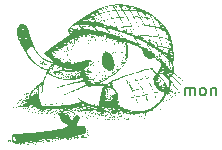
<source format=gbr>
%TF.GenerationSoftware,KiCad,Pcbnew,7.0.6*%
%TF.CreationDate,2024-02-05T23:01:20+08:00*%
%TF.ProjectId,jlink_power,6a6c696e-6b5f-4706-9f77-65722e6b6963,rev?*%
%TF.SameCoordinates,Original*%
%TF.FileFunction,Legend,Bot*%
%TF.FilePolarity,Positive*%
%FSLAX46Y46*%
G04 Gerber Fmt 4.6, Leading zero omitted, Abs format (unit mm)*
G04 Created by KiCad (PCBNEW 7.0.6) date 2024-02-05 23:01:20*
%MOMM*%
%LPD*%
G01*
G04 APERTURE LIST*
%ADD10C,0.150000*%
G04 APERTURE END LIST*
D10*
X72180220Y-94326152D02*
X72180220Y-94992819D01*
X72180220Y-94421390D02*
X72132601Y-94373771D01*
X72132601Y-94373771D02*
X72037363Y-94326152D01*
X72037363Y-94326152D02*
X71894506Y-94326152D01*
X71894506Y-94326152D02*
X71799268Y-94373771D01*
X71799268Y-94373771D02*
X71751649Y-94469009D01*
X71751649Y-94469009D02*
X71751649Y-94992819D01*
X71132601Y-94992819D02*
X71227839Y-94945200D01*
X71227839Y-94945200D02*
X71275458Y-94897580D01*
X71275458Y-94897580D02*
X71323077Y-94802342D01*
X71323077Y-94802342D02*
X71323077Y-94516628D01*
X71323077Y-94516628D02*
X71275458Y-94421390D01*
X71275458Y-94421390D02*
X71227839Y-94373771D01*
X71227839Y-94373771D02*
X71132601Y-94326152D01*
X71132601Y-94326152D02*
X70989744Y-94326152D01*
X70989744Y-94326152D02*
X70894506Y-94373771D01*
X70894506Y-94373771D02*
X70846887Y-94421390D01*
X70846887Y-94421390D02*
X70799268Y-94516628D01*
X70799268Y-94516628D02*
X70799268Y-94802342D01*
X70799268Y-94802342D02*
X70846887Y-94897580D01*
X70846887Y-94897580D02*
X70894506Y-94945200D01*
X70894506Y-94945200D02*
X70989744Y-94992819D01*
X70989744Y-94992819D02*
X71132601Y-94992819D01*
X70370696Y-94992819D02*
X70370696Y-94326152D01*
X70370696Y-94421390D02*
X70323077Y-94373771D01*
X70323077Y-94373771D02*
X70227839Y-94326152D01*
X70227839Y-94326152D02*
X70084982Y-94326152D01*
X70084982Y-94326152D02*
X69989744Y-94373771D01*
X69989744Y-94373771D02*
X69942125Y-94469009D01*
X69942125Y-94469009D02*
X69942125Y-94992819D01*
X69942125Y-94469009D02*
X69894506Y-94373771D01*
X69894506Y-94373771D02*
X69799268Y-94326152D01*
X69799268Y-94326152D02*
X69656411Y-94326152D01*
X69656411Y-94326152D02*
X69561172Y-94373771D01*
X69561172Y-94373771D02*
X69513553Y-94469009D01*
X69513553Y-94469009D02*
X69513553Y-94992819D01*
%TO.C,G\u002A\u002A\u002A*%
G36*
X55836244Y-99222500D02*
G01*
X55823732Y-99235000D01*
X55811219Y-99222500D01*
X55823732Y-99210000D01*
X55836244Y-99222500D01*
G37*
G36*
X55769476Y-99179619D02*
G01*
X55772614Y-99211727D01*
X55766061Y-99221317D01*
X55744393Y-99232145D01*
X55736146Y-99196024D01*
X55739816Y-99178183D01*
X55761578Y-99172752D01*
X55769476Y-99179619D01*
G37*
G36*
X56136540Y-99197500D02*
G01*
X56124027Y-99210000D01*
X56111515Y-99197500D01*
X56124027Y-99185000D01*
X56136540Y-99197500D01*
G37*
G36*
X56036441Y-99197500D02*
G01*
X56023929Y-99210000D01*
X56011417Y-99197500D01*
X56023929Y-99185000D01*
X56036441Y-99197500D01*
G37*
G36*
X55514926Y-99164884D02*
G01*
X55535949Y-99185000D01*
X55532231Y-99196021D01*
X55499888Y-99210000D01*
X55484570Y-99208003D01*
X55448362Y-99185000D01*
X55449820Y-99169623D01*
X55484422Y-99160000D01*
X55514926Y-99164884D01*
G37*
G36*
X56405085Y-99088546D02*
G01*
X56386000Y-99106094D01*
X56363164Y-99116871D01*
X56315436Y-99152708D01*
X56293185Y-99170195D01*
X56267651Y-99174315D01*
X56265406Y-99167164D01*
X56284024Y-99139120D01*
X56323766Y-99106804D01*
X56367461Y-99082723D01*
X56397941Y-99079387D01*
X56405085Y-99088546D01*
G37*
G36*
X55630776Y-99044029D02*
G01*
X55643531Y-99062540D01*
X55630843Y-99114166D01*
X55605992Y-99163999D01*
X55580486Y-99185000D01*
X55570538Y-99178293D01*
X55585733Y-99147818D01*
X55600269Y-99122592D01*
X55603696Y-99076985D01*
X55601473Y-99060970D01*
X55623165Y-99043333D01*
X55630776Y-99044029D01*
G37*
G36*
X55135554Y-99172500D02*
G01*
X55123042Y-99185000D01*
X55110530Y-99172500D01*
X55123042Y-99160000D01*
X55135554Y-99172500D01*
G37*
G36*
X56975540Y-99136091D02*
G01*
X56973695Y-99150769D01*
X56938805Y-99160000D01*
X56904495Y-99157663D01*
X56889931Y-99145817D01*
X56924014Y-99126266D01*
X56942986Y-99122472D01*
X56975540Y-99136091D01*
G37*
G36*
X56794135Y-99058592D02*
G01*
X56803291Y-99099733D01*
X56800038Y-99135921D01*
X56784523Y-99145859D01*
X56770595Y-99129951D01*
X56763235Y-99086001D01*
X56780924Y-99051374D01*
X56794135Y-99058592D01*
G37*
G36*
X56586983Y-99147500D02*
G01*
X56574471Y-99160000D01*
X56561958Y-99147500D01*
X56574471Y-99135000D01*
X56586983Y-99147500D01*
G37*
G36*
X56208155Y-99095364D02*
G01*
X56219112Y-99105115D01*
X56223057Y-99136727D01*
X56217718Y-99143273D01*
X56178856Y-99158026D01*
X56163830Y-99154966D01*
X56180489Y-99143391D01*
X56192406Y-99135315D01*
X56195391Y-99104002D01*
X56190440Y-99092009D01*
X56208155Y-99095364D01*
G37*
G36*
X56157751Y-99064928D02*
G01*
X56161564Y-99086475D01*
X56160276Y-99094549D01*
X56139375Y-99099250D01*
X56121675Y-99097951D01*
X56086490Y-99122500D01*
X56065179Y-99140609D01*
X56031742Y-99144598D01*
X56030556Y-99143758D01*
X56035303Y-99122983D01*
X56074975Y-99094873D01*
X56089395Y-99087437D01*
X56137900Y-99064841D01*
X56157751Y-99064928D01*
G37*
G36*
X56862254Y-99122500D02*
G01*
X56849742Y-99135000D01*
X56837229Y-99122500D01*
X56849742Y-99110000D01*
X56862254Y-99122500D01*
G37*
G36*
X64878882Y-87382262D02*
G01*
X64943659Y-87397500D01*
X65060618Y-87425013D01*
X65060843Y-87425066D01*
X65168919Y-87447500D01*
X65203412Y-87454660D01*
X65312840Y-87472377D01*
X65349533Y-87480225D01*
X65432010Y-87508024D01*
X65518461Y-87546328D01*
X65571355Y-87571635D01*
X65573462Y-87572500D01*
X65638652Y-87599263D01*
X65679267Y-87610000D01*
X65699183Y-87612921D01*
X65729747Y-87622169D01*
X65756090Y-87630140D01*
X65827132Y-87657221D01*
X65896924Y-87687688D01*
X65950082Y-87715066D01*
X65971219Y-87732880D01*
X65971921Y-87733514D01*
X65983505Y-87743980D01*
X66027525Y-87753767D01*
X66085662Y-87768604D01*
X66169173Y-87801542D01*
X66183686Y-87808372D01*
X66213148Y-87822237D01*
X66259594Y-87844095D01*
X66339004Y-87887821D01*
X66346636Y-87893333D01*
X66389481Y-87924278D01*
X66414441Y-87943539D01*
X66460987Y-87960000D01*
X66476598Y-87962525D01*
X66495279Y-87983372D01*
X66496737Y-87984999D01*
X66497402Y-87991384D01*
X66515505Y-88004266D01*
X66534090Y-88006215D01*
X66579804Y-88026492D01*
X66631248Y-88058102D01*
X66671423Y-88090155D01*
X66683330Y-88111764D01*
X66681606Y-88118647D01*
X66691356Y-88121895D01*
X66703459Y-88125927D01*
X66733713Y-88132497D01*
X66796689Y-88162566D01*
X66873573Y-88208600D01*
X66950494Y-88261529D01*
X67013577Y-88312283D01*
X67048950Y-88351794D01*
X67068910Y-88378548D01*
X67124149Y-88432560D01*
X67194351Y-88488131D01*
X67223736Y-88510659D01*
X67286983Y-88564395D01*
X67363913Y-88633784D01*
X67447273Y-88711795D01*
X67529811Y-88791393D01*
X67604274Y-88865546D01*
X67663411Y-88927220D01*
X67699968Y-88969382D01*
X67706695Y-88985000D01*
X67705209Y-88985488D01*
X67717957Y-89003003D01*
X67722407Y-89006835D01*
X67758424Y-89037850D01*
X67766225Y-89044132D01*
X67804348Y-89081323D01*
X67813290Y-89103075D01*
X67812892Y-89109092D01*
X67834499Y-89141188D01*
X67880111Y-89187725D01*
X67902000Y-89208463D01*
X67935371Y-89245379D01*
X67939443Y-89259999D01*
X67934108Y-89266562D01*
X67952634Y-89294436D01*
X67979504Y-89325284D01*
X68003231Y-89356505D01*
X68021541Y-89380597D01*
X68051197Y-89410915D01*
X68081713Y-89417298D01*
X68090713Y-89413342D01*
X68090110Y-89428034D01*
X68089496Y-89445652D01*
X68090197Y-89447500D01*
X68107577Y-89493333D01*
X68108851Y-89496693D01*
X68147316Y-89562591D01*
X68173439Y-89605189D01*
X68197381Y-89659103D01*
X68196330Y-89686284D01*
X68193750Y-89709333D01*
X68213594Y-89735000D01*
X68222845Y-89746965D01*
X68255498Y-89790391D01*
X68264969Y-89822500D01*
X68273486Y-89851374D01*
X68279606Y-89888740D01*
X68299987Y-89910000D01*
X68309038Y-89911962D01*
X68311022Y-89935000D01*
X68307389Y-89945334D01*
X68326229Y-89960000D01*
X68337417Y-89961347D01*
X68341554Y-89975331D01*
X68339254Y-89980018D01*
X68339790Y-89986475D01*
X68342576Y-90020033D01*
X68354691Y-90059215D01*
X68361606Y-90081581D01*
X68365181Y-90090976D01*
X68383307Y-90147500D01*
X68390279Y-90169240D01*
X68396475Y-90197500D01*
X68404696Y-90235000D01*
X68413206Y-90279916D01*
X68415575Y-90286475D01*
X68429217Y-90324251D01*
X68443961Y-90359881D01*
X68465420Y-90449938D01*
X68467071Y-90460000D01*
X68487499Y-90584487D01*
X68487572Y-90585000D01*
X68487574Y-90585014D01*
X68503494Y-90672928D01*
X68523811Y-90760000D01*
X68524326Y-90762205D01*
X68526139Y-90769108D01*
X68534304Y-90810000D01*
X68541800Y-90847546D01*
X68544003Y-90872500D01*
X68547554Y-90912717D01*
X68548827Y-90950961D01*
X68550625Y-90972500D01*
X68554798Y-91022500D01*
X68555483Y-91030708D01*
X68566082Y-91122500D01*
X68575077Y-91214964D01*
X68582151Y-91347344D01*
X68584095Y-91422500D01*
X68586097Y-91499901D01*
X68586223Y-91521619D01*
X68587043Y-91662616D01*
X68585547Y-91789203D01*
X68585119Y-91825472D01*
X68580451Y-91978451D01*
X68577423Y-92033782D01*
X68573169Y-92111534D01*
X68565095Y-92196812D01*
X68563401Y-92214702D01*
X68551275Y-92277939D01*
X68551008Y-92278743D01*
X68531210Y-92348652D01*
X68531299Y-92391396D01*
X68551275Y-92425531D01*
X68566195Y-92456211D01*
X68577919Y-92519640D01*
X68584554Y-92619615D01*
X68586801Y-92762795D01*
X68586907Y-92824583D01*
X68587308Y-93057907D01*
X68673085Y-93122761D01*
X68774485Y-93199427D01*
X68863145Y-93266793D01*
X69051663Y-93412743D01*
X69207600Y-93537608D01*
X69329238Y-93639917D01*
X69414862Y-93718200D01*
X69462754Y-93770983D01*
X69471200Y-93796797D01*
X69448953Y-93787059D01*
X69400449Y-93751153D01*
X69336264Y-93696861D01*
X69271972Y-93642467D01*
X69217157Y-93601369D01*
X69186885Y-93585244D01*
X69185509Y-93585106D01*
X69151020Y-93565723D01*
X69104766Y-93523976D01*
X69069102Y-93491050D01*
X68997605Y-93434252D01*
X68916996Y-93377163D01*
X68857645Y-93336011D01*
X68779538Y-93276901D01*
X68723843Y-93228938D01*
X68665790Y-93178301D01*
X68608104Y-93139837D01*
X68565426Y-93123125D01*
X68548756Y-93134120D01*
X68548895Y-93139705D01*
X68554915Y-93166250D01*
X68555163Y-93168481D01*
X68540413Y-93197945D01*
X68506915Y-93248483D01*
X68466513Y-93305167D01*
X68452757Y-93324467D01*
X68530176Y-93385983D01*
X68539007Y-93393301D01*
X68555029Y-93406578D01*
X68622987Y-93467150D01*
X68708819Y-93547394D01*
X68806515Y-93641290D01*
X68863846Y-93697500D01*
X68910066Y-93742817D01*
X69013462Y-93845954D01*
X69110694Y-93944680D01*
X69195752Y-94032974D01*
X69262626Y-94104816D01*
X69305307Y-94154185D01*
X69317785Y-94175061D01*
X69301535Y-94170221D01*
X69255521Y-94137438D01*
X69188519Y-94080915D01*
X69108575Y-94007112D01*
X69021130Y-93923454D01*
X68854958Y-93765918D01*
X68781412Y-93697500D01*
X68824027Y-93697500D01*
X68836540Y-93710000D01*
X68849052Y-93697500D01*
X68836540Y-93685000D01*
X68824027Y-93697500D01*
X68781412Y-93697500D01*
X68719782Y-93640168D01*
X68612716Y-93543632D01*
X68530874Y-93473738D01*
X68471372Y-93427915D01*
X68431322Y-93403591D01*
X68414240Y-93396895D01*
X68362946Y-93395892D01*
X68298266Y-93427730D01*
X68267011Y-93447500D01*
X68220084Y-93477183D01*
X68257169Y-93522500D01*
X68279544Y-93549841D01*
X68320556Y-93603581D01*
X68378541Y-93684927D01*
X68387074Y-93697500D01*
X68437972Y-93772500D01*
X68445167Y-93783372D01*
X68452469Y-93794407D01*
X68550641Y-93939529D01*
X68644314Y-94072784D01*
X68727924Y-94186574D01*
X68795910Y-94273301D01*
X68842708Y-94325366D01*
X68843094Y-94325729D01*
X68882663Y-94367917D01*
X68899101Y-94395443D01*
X68901490Y-94403657D01*
X68923700Y-94445263D01*
X68961663Y-94504629D01*
X68982074Y-94536511D01*
X69012475Y-94594560D01*
X69025843Y-94635586D01*
X69019962Y-94650581D01*
X68992619Y-94630535D01*
X68960305Y-94592070D01*
X68918435Y-94535000D01*
X68909547Y-94522344D01*
X68866241Y-94463995D01*
X68805316Y-94384584D01*
X68737002Y-94297500D01*
X68725235Y-94282613D01*
X68644558Y-94178259D01*
X68563684Y-94070446D01*
X68498500Y-93980300D01*
X68436588Y-93894555D01*
X68390742Y-93839789D01*
X68364444Y-93824001D01*
X68354247Y-93845279D01*
X68356702Y-93901712D01*
X68357105Y-93905960D01*
X68353964Y-93998932D01*
X68346662Y-94032709D01*
X68334496Y-94088989D01*
X68328548Y-94106733D01*
X68313990Y-94163447D01*
X68313948Y-94192088D01*
X68314922Y-94199314D01*
X68300820Y-94239241D01*
X68269240Y-94299073D01*
X68252559Y-94329102D01*
X68236200Y-94368531D01*
X68243199Y-94375748D01*
X68257830Y-94370175D01*
X68273486Y-94385865D01*
X68264195Y-94405007D01*
X68223718Y-94427682D01*
X68196493Y-94440038D01*
X68195216Y-94443333D01*
X68187658Y-94462842D01*
X68189153Y-94474152D01*
X68162352Y-94485000D01*
X68143739Y-94487762D01*
X68123338Y-94507659D01*
X68133483Y-94518645D01*
X68173387Y-94517243D01*
X68202610Y-94505425D01*
X68223436Y-94482084D01*
X68230097Y-94470530D01*
X68267229Y-94460780D01*
X68278417Y-94464175D01*
X68265652Y-94485963D01*
X68210924Y-94525897D01*
X68176514Y-94548960D01*
X68146168Y-94573188D01*
X68151569Y-94577070D01*
X68174598Y-94574217D01*
X68220387Y-94591953D01*
X68241096Y-94604699D01*
X68248461Y-94577499D01*
X68251042Y-94564550D01*
X68282990Y-94539583D01*
X68336929Y-94536168D01*
X68394451Y-94556903D01*
X68413439Y-94576285D01*
X68388195Y-94593236D01*
X68367086Y-94597704D01*
X68348559Y-94585000D01*
X68343320Y-94575084D01*
X68311166Y-94575904D01*
X68294154Y-94585790D01*
X68286249Y-94610406D01*
X68305496Y-94621495D01*
X68355904Y-94623682D01*
X68410770Y-94612276D01*
X68445321Y-94590394D01*
X68470775Y-94583480D01*
X68520322Y-94612268D01*
X68548683Y-94635211D01*
X68579326Y-94660000D01*
X68482711Y-94663814D01*
X68437291Y-94665726D01*
X68379184Y-94668842D01*
X68310991Y-94673568D01*
X68212818Y-94681185D01*
X68211285Y-94681308D01*
X68182975Y-94687180D01*
X68186384Y-94705370D01*
X68223344Y-94747401D01*
X68230251Y-94754871D01*
X68261369Y-94793333D01*
X68263534Y-94796009D01*
X68271499Y-94816151D01*
X68216665Y-94847481D01*
X68165031Y-94869154D01*
X68148362Y-94860996D01*
X68141375Y-94850172D01*
X68106720Y-94852533D01*
X68081308Y-94857990D01*
X68083802Y-94838231D01*
X68105569Y-94822876D01*
X68156725Y-94822777D01*
X68189585Y-94831077D01*
X68194964Y-94825620D01*
X68166996Y-94800852D01*
X68202838Y-94800852D01*
X68223436Y-94810000D01*
X68236684Y-94808195D01*
X68240119Y-94793333D01*
X68236452Y-94790341D01*
X68206753Y-94793333D01*
X68202838Y-94800852D01*
X68166996Y-94800852D01*
X68160875Y-94795431D01*
X68139051Y-94776509D01*
X68128501Y-94761850D01*
X68155918Y-94768850D01*
X68180093Y-94773831D01*
X68187589Y-94762731D01*
X68168669Y-94744444D01*
X68130504Y-94728928D01*
X68097302Y-94728767D01*
X68089124Y-94747138D01*
X68090127Y-94752704D01*
X68071836Y-94774718D01*
X68070380Y-94776471D01*
X68026054Y-94793160D01*
X67978075Y-94797374D01*
X67947369Y-94783713D01*
X67928931Y-94783812D01*
X67899492Y-94817247D01*
X67883187Y-94844179D01*
X67878944Y-94858733D01*
X67904174Y-94840206D01*
X67905661Y-94838985D01*
X67938993Y-94820417D01*
X67958244Y-94840206D01*
X67971314Y-94859152D01*
X67987788Y-94841250D01*
X67995161Y-94829251D01*
X68025325Y-94810000D01*
X68030050Y-94810158D01*
X68048544Y-94823665D01*
X68028762Y-94853568D01*
X67975326Y-94892262D01*
X67952534Y-94905044D01*
X67909700Y-94919680D01*
X67889716Y-94903902D01*
X67880752Y-94897770D01*
X67875067Y-94930225D01*
X67879695Y-94964320D01*
X67898072Y-94972527D01*
X67927497Y-94971547D01*
X67976019Y-94994165D01*
X68018443Y-95014927D01*
X68063649Y-95017939D01*
X68080245Y-95014670D01*
X68098313Y-95029825D01*
X68097124Y-95033875D01*
X68066381Y-95048914D01*
X68007043Y-95055000D01*
X67982956Y-95054570D01*
X67943128Y-95047954D01*
X67950737Y-95032882D01*
X67970643Y-95016656D01*
X67953636Y-95010382D01*
X67937074Y-95014527D01*
X67907166Y-95047500D01*
X67896534Y-95064834D01*
X67857902Y-95085000D01*
X67830832Y-95094708D01*
X67825635Y-95120612D01*
X67854323Y-95137492D01*
X67858263Y-95144967D01*
X67823042Y-95160000D01*
X67820830Y-95160714D01*
X67788246Y-95175566D01*
X67802797Y-95182507D01*
X67824665Y-95186652D01*
X67860402Y-95209713D01*
X67861916Y-95221794D01*
X67832749Y-95217965D01*
X67806672Y-95212098D01*
X67807902Y-95230751D01*
X67812645Y-95246052D01*
X67789659Y-95260000D01*
X67754133Y-95276550D01*
X67731959Y-95325241D01*
X67735377Y-95372500D01*
X67736525Y-95388364D01*
X67740057Y-95420161D01*
X67714328Y-95420534D01*
X67688400Y-95420705D01*
X67660841Y-95458554D01*
X67646608Y-95488496D01*
X67626105Y-95499512D01*
X67604846Y-95495320D01*
X67566891Y-95520908D01*
X67540181Y-95572500D01*
X67536945Y-95578750D01*
X67530753Y-95616033D01*
X67550256Y-95635000D01*
X67561603Y-95636454D01*
X67565059Y-95651062D01*
X67550868Y-95655122D01*
X67514043Y-95638157D01*
X67498435Y-95628099D01*
X67473754Y-95635576D01*
X67447841Y-95684595D01*
X67445936Y-95689087D01*
X67417787Y-95739319D01*
X67393111Y-95760000D01*
X67385441Y-95758191D01*
X67384934Y-95735286D01*
X67387470Y-95723990D01*
X67362966Y-95724855D01*
X67346262Y-95736140D01*
X67338243Y-95771765D01*
X67338641Y-95772915D01*
X67329450Y-95795142D01*
X67325189Y-95805446D01*
X67274101Y-95838299D01*
X67267931Y-95841097D01*
X67256879Y-95847500D01*
X67217936Y-95870061D01*
X67197426Y-95893777D01*
X67191663Y-95902840D01*
X67158590Y-95900461D01*
X67136718Y-95895795D01*
X67137670Y-95914534D01*
X67142340Y-95930883D01*
X67114747Y-95927840D01*
X67091457Y-95923237D01*
X67059006Y-95936268D01*
X67056988Y-95951011D01*
X67083086Y-95975296D01*
X67101302Y-95986333D01*
X67108220Y-96012619D01*
X67084039Y-96033078D01*
X67060945Y-96029935D01*
X67062616Y-96003750D01*
X67062626Y-96003733D01*
X67060821Y-95994533D01*
X67030841Y-96016250D01*
X67016122Y-96028495D01*
X66973541Y-96055405D01*
X66952721Y-96055609D01*
X66962884Y-96027571D01*
X66965500Y-96018638D01*
X66940924Y-96042841D01*
X66912909Y-96081330D01*
X66899900Y-96117166D01*
X66897131Y-96124793D01*
X66878207Y-96152467D01*
X66832027Y-96172500D01*
X66828313Y-96174111D01*
X66755766Y-96191484D01*
X66714194Y-96207576D01*
X66714724Y-96222601D01*
X66753395Y-96240045D01*
X66753750Y-96240170D01*
X66798062Y-96263923D01*
X66808280Y-96287043D01*
X66807324Y-96288331D01*
X66775566Y-96292034D01*
X66721781Y-96272408D01*
X66720822Y-96271914D01*
X66660630Y-96246298D01*
X66616846Y-96236584D01*
X66610412Y-96244036D01*
X66642236Y-96261373D01*
X66662914Y-96274606D01*
X66676536Y-96283324D01*
X66682901Y-96312457D01*
X66669245Y-96325978D01*
X66645892Y-96308395D01*
X66637814Y-96298320D01*
X66608951Y-96293922D01*
X66563267Y-96318333D01*
X66557189Y-96321581D01*
X66540296Y-96331109D01*
X66493132Y-96347500D01*
X66462240Y-96358236D01*
X66375087Y-96371473D01*
X66341871Y-96374037D01*
X66281050Y-96386243D01*
X66262769Y-96397500D01*
X66252780Y-96403651D01*
X66256342Y-96418183D01*
X66292286Y-96418354D01*
X66322773Y-96415673D01*
X66337786Y-96422500D01*
X66356685Y-96431094D01*
X66361433Y-96459983D01*
X66330594Y-96469073D01*
X66271515Y-96453348D01*
X66267046Y-96451515D01*
X66192817Y-96425225D01*
X66157074Y-96423798D01*
X66155243Y-96446983D01*
X66160682Y-96472647D01*
X66145033Y-96497573D01*
X66107129Y-96483569D01*
X66085568Y-96471375D01*
X66057167Y-96487648D01*
X66050406Y-96502927D01*
X66067451Y-96499887D01*
X66080597Y-96494809D01*
X66096343Y-96509620D01*
X66093886Y-96519982D01*
X66065062Y-96533133D01*
X66042588Y-96531493D01*
X65985205Y-96532037D01*
X65957830Y-96534419D01*
X65951479Y-96544062D01*
X65985205Y-96571704D01*
X66011632Y-96597737D01*
X66000713Y-96609204D01*
X65976041Y-96603385D01*
X65930847Y-96573239D01*
X65915069Y-96555602D01*
X65915432Y-96535439D01*
X65958825Y-96520236D01*
X65999127Y-96505107D01*
X66010419Y-96488380D01*
X65979561Y-96480790D01*
X65972038Y-96479838D01*
X65933683Y-96460963D01*
X65909030Y-96453629D01*
X65858609Y-96463602D01*
X65839205Y-96472500D01*
X65836363Y-96473803D01*
X65827029Y-96481412D01*
X65864865Y-96475353D01*
X65900569Y-96473549D01*
X65921170Y-96486428D01*
X65916931Y-96492352D01*
X65913327Y-96493333D01*
X65878380Y-96502846D01*
X65812689Y-96505999D01*
X65789049Y-96506124D01*
X65710708Y-96514000D01*
X65654937Y-96530167D01*
X65620553Y-96541711D01*
X65571716Y-96535549D01*
X65547255Y-96528209D01*
X65494958Y-96541297D01*
X65481301Y-96548202D01*
X65429711Y-96551936D01*
X65352257Y-96528076D01*
X65323942Y-96517400D01*
X65260759Y-96503031D01*
X65224971Y-96515513D01*
X65200583Y-96529202D01*
X65158980Y-96510879D01*
X65154150Y-96506932D01*
X65131708Y-96494895D01*
X65427455Y-96494895D01*
X65427843Y-96503429D01*
X65460300Y-96508026D01*
X65484898Y-96504022D01*
X65482191Y-96500852D01*
X65575252Y-96500852D01*
X65582390Y-96504022D01*
X65595850Y-96510000D01*
X65609098Y-96508195D01*
X65612533Y-96493333D01*
X65608865Y-96490341D01*
X65579167Y-96493333D01*
X65575252Y-96500852D01*
X65482191Y-96500852D01*
X65475419Y-96492922D01*
X65460948Y-96488927D01*
X65427455Y-96494895D01*
X65131708Y-96494895D01*
X65126870Y-96492300D01*
X65120382Y-96516377D01*
X65129581Y-96551135D01*
X65173190Y-96593076D01*
X65194120Y-96597500D01*
X65235914Y-96606334D01*
X65315126Y-96603785D01*
X65351957Y-96615390D01*
X65342765Y-96641908D01*
X65307139Y-96662993D01*
X65239380Y-96669872D01*
X65174328Y-96649905D01*
X65153502Y-96644095D01*
X65109001Y-96659061D01*
X65085213Y-96673383D01*
X65058188Y-96660594D01*
X65053938Y-96649411D01*
X65071405Y-96640630D01*
X65081327Y-96640573D01*
X65103770Y-96616900D01*
X65106619Y-96597500D01*
X65120382Y-96597500D01*
X65132894Y-96610000D01*
X65145407Y-96597500D01*
X65132894Y-96585000D01*
X65120382Y-96597500D01*
X65106619Y-96597500D01*
X65109615Y-96577101D01*
X65093129Y-96546123D01*
X65083131Y-96543283D01*
X65069950Y-96564774D01*
X65065252Y-96581518D01*
X65045841Y-96560005D01*
X65036454Y-96530882D01*
X65064993Y-96505513D01*
X65075170Y-96501089D01*
X65080727Y-96490866D01*
X65039052Y-96486757D01*
X64988311Y-96494376D01*
X64970006Y-96517546D01*
X64972560Y-96520576D01*
X64995259Y-96547500D01*
X64995311Y-96547532D01*
X65016817Y-96579028D01*
X65017138Y-96616732D01*
X64996044Y-96635000D01*
X64985689Y-96629691D01*
X64986209Y-96597500D01*
X64986500Y-96571246D01*
X64948672Y-96560000D01*
X64912527Y-96568823D01*
X64910501Y-96603750D01*
X64915393Y-96620783D01*
X64911972Y-96629471D01*
X64884691Y-96598971D01*
X64858015Y-96571611D01*
X64845111Y-96570782D01*
X64836908Y-96576361D01*
X64805667Y-96558418D01*
X64779688Y-96543141D01*
X64757530Y-96547500D01*
X64749361Y-96549107D01*
X64748043Y-96550603D01*
X64714780Y-96564554D01*
X64656983Y-96576343D01*
X64592993Y-96583765D01*
X64541148Y-96584617D01*
X64519791Y-96576694D01*
X64523654Y-96547500D01*
X64569840Y-96547500D01*
X64582352Y-96560000D01*
X64594865Y-96547500D01*
X64588448Y-96541090D01*
X64833728Y-96541090D01*
X64859825Y-96551666D01*
X64876774Y-96549731D01*
X64910250Y-96530833D01*
X64911699Y-96520576D01*
X64885602Y-96510000D01*
X64868653Y-96511934D01*
X64835176Y-96530833D01*
X64833728Y-96541090D01*
X64588448Y-96541090D01*
X64582352Y-96535000D01*
X64569840Y-96547500D01*
X64523654Y-96547500D01*
X64523851Y-96546010D01*
X64550330Y-96507587D01*
X64591110Y-96507211D01*
X64615971Y-96516644D01*
X64669939Y-96521217D01*
X64706390Y-96514041D01*
X64770037Y-96501321D01*
X64814540Y-96492804D01*
X64851367Y-96486857D01*
X64860580Y-96485136D01*
X64868909Y-96472500D01*
X64920185Y-96472500D01*
X64932697Y-96485000D01*
X64945210Y-96472500D01*
X64932697Y-96460000D01*
X64920185Y-96472500D01*
X64868909Y-96472500D01*
X64871904Y-96467957D01*
X64849256Y-96442825D01*
X64804331Y-96422500D01*
X66071318Y-96422500D01*
X66083830Y-96435000D01*
X66096343Y-96422500D01*
X66083830Y-96410000D01*
X66071318Y-96422500D01*
X64804331Y-96422500D01*
X64801318Y-96421137D01*
X64751513Y-96410166D01*
X64679649Y-96414194D01*
X64678018Y-96415631D01*
X64635734Y-96452879D01*
X64616460Y-96475586D01*
X64595067Y-96460327D01*
X64582217Y-96448521D01*
X64538088Y-96439852D01*
X64486271Y-96448611D01*
X64445978Y-96470058D01*
X64436419Y-96499456D01*
X64438939Y-96521672D01*
X64410758Y-96520412D01*
X64391530Y-96509324D01*
X64376691Y-96480433D01*
X64370681Y-96459611D01*
X64332026Y-96426541D01*
X64273502Y-96398006D01*
X64248555Y-96391406D01*
X64330221Y-96391406D01*
X64349456Y-96410205D01*
X64393868Y-96421756D01*
X64444404Y-96422830D01*
X64482014Y-96410199D01*
X64500792Y-96398605D01*
X64548438Y-96390372D01*
X64560799Y-96394185D01*
X64600738Y-96422500D01*
X64610466Y-96431869D01*
X64619506Y-96415631D01*
X64608678Y-96397500D01*
X65295554Y-96397500D01*
X65308067Y-96410000D01*
X65320579Y-96397500D01*
X65370628Y-96397500D01*
X65383141Y-96410000D01*
X65395653Y-96397500D01*
X65383141Y-96385000D01*
X65370628Y-96397500D01*
X65320579Y-96397500D01*
X65308067Y-96385000D01*
X65295554Y-96397500D01*
X64608678Y-96397500D01*
X64602802Y-96387660D01*
X64555699Y-96359381D01*
X64500777Y-96340171D01*
X64474851Y-96337694D01*
X64479207Y-96355074D01*
X64479545Y-96355672D01*
X64465757Y-96367903D01*
X64418061Y-96370060D01*
X64363369Y-96372149D01*
X64332218Y-96384819D01*
X64330221Y-96391406D01*
X64248555Y-96391406D01*
X64212699Y-96381920D01*
X64167207Y-96386197D01*
X64140152Y-96396564D01*
X64106926Y-96385067D01*
X64110805Y-96368132D01*
X64149201Y-96357342D01*
X64150093Y-96357301D01*
X64235833Y-96352019D01*
X64282997Y-96343448D01*
X64302956Y-96327449D01*
X64306364Y-96304679D01*
X64344619Y-96304679D01*
X64356746Y-96317788D01*
X64400608Y-96328573D01*
X64411993Y-96329305D01*
X64438026Y-96326193D01*
X64419377Y-96309276D01*
X64407510Y-96302172D01*
X64374045Y-96290634D01*
X64835980Y-96290634D01*
X64844858Y-96324866D01*
X64847272Y-96326193D01*
X64889788Y-96349568D01*
X64943516Y-96361993D01*
X65001515Y-96376508D01*
X65025728Y-96379479D01*
X65036680Y-96372500D01*
X65095357Y-96372500D01*
X65107870Y-96385000D01*
X65117027Y-96375852D01*
X65174858Y-96375852D01*
X65195456Y-96385000D01*
X65208704Y-96383195D01*
X65212139Y-96368333D01*
X65208471Y-96365341D01*
X65178773Y-96368333D01*
X65176603Y-96372500D01*
X65174858Y-96375852D01*
X65117027Y-96375852D01*
X65120382Y-96372500D01*
X65107870Y-96360000D01*
X65100861Y-96367002D01*
X65095357Y-96372500D01*
X65036680Y-96372500D01*
X65045308Y-96367002D01*
X65045158Y-96365679D01*
X65020150Y-96349567D01*
X64965289Y-96339544D01*
X64963177Y-96339380D01*
X64892605Y-96328542D01*
X64870542Y-96310384D01*
X64895885Y-96284023D01*
X64899236Y-96281889D01*
X64918557Y-96264520D01*
X64891582Y-96260382D01*
X64862794Y-96264684D01*
X64854718Y-96272500D01*
X64835980Y-96290634D01*
X64374045Y-96290634D01*
X64361498Y-96286308D01*
X64344619Y-96304679D01*
X64306364Y-96304679D01*
X64307082Y-96299883D01*
X64299967Y-96272500D01*
X64669939Y-96272500D01*
X64682451Y-96285000D01*
X64694963Y-96272500D01*
X64682451Y-96260000D01*
X64669939Y-96272500D01*
X64299967Y-96272500D01*
X64299928Y-96272350D01*
X64265021Y-96246099D01*
X64241103Y-96247861D01*
X64236418Y-96274966D01*
X64238457Y-96293475D01*
X64211746Y-96310000D01*
X64193893Y-96306827D01*
X64162147Y-96278750D01*
X64147217Y-96260036D01*
X64117520Y-96278750D01*
X64089393Y-96301139D01*
X64059843Y-96304839D01*
X64055162Y-96266367D01*
X64064675Y-96243469D01*
X64102717Y-96222617D01*
X64103920Y-96222607D01*
X64116386Y-96217698D01*
X64506153Y-96217698D01*
X64523949Y-96238096D01*
X64539891Y-96246203D01*
X64594865Y-96257860D01*
X64610557Y-96252050D01*
X64582352Y-96235000D01*
X64556935Y-96220115D01*
X64567755Y-96211757D01*
X64582741Y-96209425D01*
X64589758Y-96197500D01*
X64619889Y-96197500D01*
X64632402Y-96210000D01*
X64644914Y-96197500D01*
X64632402Y-96185000D01*
X64619889Y-96197500D01*
X64589758Y-96197500D01*
X64590105Y-96196911D01*
X64576373Y-96192498D01*
X64533787Y-96200390D01*
X64506153Y-96217698D01*
X64116386Y-96217698D01*
X64136505Y-96209775D01*
X64127924Y-96176577D01*
X64079590Y-96128750D01*
X64063734Y-96117318D01*
X64007445Y-96090634D01*
X63962556Y-96087204D01*
X63944224Y-96109215D01*
X63945030Y-96110784D01*
X63949538Y-96119560D01*
X63981761Y-96119040D01*
X64001095Y-96115608D01*
X64019298Y-96132325D01*
X64000418Y-96151423D01*
X63950481Y-96160382D01*
X63920102Y-96162316D01*
X63861071Y-96177207D01*
X63825856Y-96200989D01*
X63827443Y-96226666D01*
X63835680Y-96232038D01*
X63864255Y-96221775D01*
X63886367Y-96206722D01*
X63938793Y-96195426D01*
X63975185Y-96199646D01*
X63970073Y-96219176D01*
X63957894Y-96236582D01*
X63948932Y-96271024D01*
X63944224Y-96289120D01*
X63937223Y-96316494D01*
X63900431Y-96355249D01*
X63877876Y-96363550D01*
X63811318Y-96372075D01*
X63743732Y-96366866D01*
X63699911Y-96348731D01*
X63698553Y-96344283D01*
X63724118Y-96338874D01*
X63781564Y-96342938D01*
X63797225Y-96344959D01*
X63848809Y-96349519D01*
X63859029Y-96342638D01*
X63834566Y-96321631D01*
X63823937Y-96315166D01*
X63751636Y-96296309D01*
X63643547Y-96293019D01*
X63604938Y-96294281D01*
X63540768Y-96292593D01*
X63524963Y-96286727D01*
X63882732Y-96286727D01*
X63889284Y-96296317D01*
X63910953Y-96307145D01*
X63919200Y-96271024D01*
X63915529Y-96253183D01*
X63893767Y-96247752D01*
X63885870Y-96254619D01*
X63883311Y-96280807D01*
X63882732Y-96286727D01*
X63524963Y-96286727D01*
X63512722Y-96282184D01*
X63511105Y-96260688D01*
X63513183Y-96242320D01*
X63494427Y-96266250D01*
X63459475Y-96294941D01*
X63398695Y-96310368D01*
X63331121Y-96310737D01*
X63393683Y-96343158D01*
X63439652Y-96359679D01*
X63472215Y-96352087D01*
X63479606Y-96344792D01*
X63514279Y-96344704D01*
X63524781Y-96348801D01*
X63556090Y-96335407D01*
X63568834Y-96323447D01*
X63614125Y-96311757D01*
X63624761Y-96312294D01*
X63641095Y-96317189D01*
X63611074Y-96331386D01*
X63608836Y-96332272D01*
X63582427Y-96347462D01*
X63585389Y-96370714D01*
X63604871Y-96397500D01*
X63619146Y-96417128D01*
X63626480Y-96426661D01*
X63653366Y-96468152D01*
X63655193Y-96485000D01*
X63650347Y-96490775D01*
X63666198Y-96519183D01*
X63679710Y-96552274D01*
X63652064Y-96587933D01*
X63639062Y-96598268D01*
X63618210Y-96609155D01*
X63623443Y-96585000D01*
X63627806Y-96569409D01*
X63623142Y-96508378D01*
X63592191Y-96459598D01*
X63545175Y-96441772D01*
X63514852Y-96450887D01*
X63493781Y-96480881D01*
X63493791Y-96482623D01*
X63501523Y-96503089D01*
X63531318Y-96485000D01*
X63553333Y-96468758D01*
X63570770Y-96463188D01*
X63579445Y-96515830D01*
X63573526Y-96543713D01*
X63546788Y-96548178D01*
X63526924Y-96545209D01*
X63474573Y-96526091D01*
X63456770Y-96520551D01*
X63443732Y-96545239D01*
X63438437Y-96564936D01*
X63406339Y-96569095D01*
X63389350Y-96559144D01*
X63381677Y-96534180D01*
X63378899Y-96518279D01*
X63343970Y-96497606D01*
X63317124Y-96483732D01*
X63276433Y-96443999D01*
X63251346Y-96398897D01*
X63254020Y-96366192D01*
X63259919Y-96362949D01*
X63268559Y-96382308D01*
X63271940Y-96394614D01*
X63297837Y-96394874D01*
X63314849Y-96390428D01*
X63310636Y-96419697D01*
X63304812Y-96444649D01*
X63321693Y-96445595D01*
X63336684Y-96441366D01*
X63368930Y-96460440D01*
X63371971Y-96464680D01*
X63408860Y-96479495D01*
X63449502Y-96465136D01*
X63468373Y-96429534D01*
X63464262Y-96412001D01*
X63446084Y-96432053D01*
X63442931Y-96436819D01*
X63424128Y-96448075D01*
X63407406Y-96413811D01*
X63400273Y-96397500D01*
X63493781Y-96397500D01*
X63506293Y-96410000D01*
X63518806Y-96397500D01*
X63506293Y-96385000D01*
X63493781Y-96397500D01*
X63400273Y-96397500D01*
X63393477Y-96381960D01*
X63373389Y-96363468D01*
X63359099Y-96364289D01*
X63311776Y-96362960D01*
X63285180Y-96358586D01*
X63282541Y-96340880D01*
X63309221Y-96296244D01*
X63346956Y-96255500D01*
X63388044Y-96246675D01*
X63407063Y-96250647D01*
X63453160Y-96238839D01*
X63471503Y-96228337D01*
X63513586Y-96218458D01*
X63547719Y-96222089D01*
X63553765Y-96239166D01*
X63553045Y-96250064D01*
X63581367Y-96260000D01*
X63600449Y-96256179D01*
X63606392Y-96235000D01*
X63602585Y-96225228D01*
X63605508Y-96222500D01*
X63668953Y-96222500D01*
X63681466Y-96235000D01*
X63693978Y-96222500D01*
X63681466Y-96210000D01*
X63668953Y-96222500D01*
X63605508Y-96222500D01*
X63618904Y-96210000D01*
X63629275Y-96207353D01*
X63629928Y-96187166D01*
X63726624Y-96187166D01*
X63726646Y-96215569D01*
X63738486Y-96222500D01*
X63741330Y-96224165D01*
X63754565Y-96222280D01*
X63778157Y-96247643D01*
X63788462Y-96264889D01*
X63824572Y-96284617D01*
X63843345Y-96280807D01*
X63823694Y-96263364D01*
X63790014Y-96218119D01*
X63771087Y-96125174D01*
X63819101Y-96125174D01*
X63823250Y-96129651D01*
X63856638Y-96135000D01*
X63873894Y-96132272D01*
X63894175Y-96110784D01*
X63888861Y-96100439D01*
X63856638Y-96100959D01*
X63838669Y-96109054D01*
X63819101Y-96125174D01*
X63771087Y-96125174D01*
X63770967Y-96124583D01*
X63769546Y-96116643D01*
X63756922Y-96113958D01*
X63739538Y-96141807D01*
X63726624Y-96187166D01*
X63629928Y-96187166D01*
X63630069Y-96182822D01*
X63612688Y-96169805D01*
X63566031Y-96167981D01*
X63538460Y-96169988D01*
X63518806Y-96152881D01*
X63510742Y-96146045D01*
X63485511Y-96170931D01*
X63472772Y-96184810D01*
X63417409Y-96213795D01*
X63355439Y-96219468D01*
X63309992Y-96198229D01*
X63299520Y-96190722D01*
X63302950Y-96216250D01*
X63303374Y-96248745D01*
X63266297Y-96260000D01*
X63236863Y-96254646D01*
X63233412Y-96231137D01*
X63239184Y-96215571D01*
X63216120Y-96222304D01*
X63194354Y-96231634D01*
X63210427Y-96210493D01*
X63225344Y-96182707D01*
X63216758Y-96117896D01*
X63205856Y-96077754D01*
X63218586Y-96072546D01*
X63227658Y-96080515D01*
X63243535Y-96122355D01*
X63246871Y-96134357D01*
X63280573Y-96150329D01*
X63356146Y-96153090D01*
X63387238Y-96151086D01*
X63446070Y-96139442D01*
X63468756Y-96121376D01*
X63473017Y-96108438D01*
X63506293Y-96093333D01*
X63523514Y-96095768D01*
X63543830Y-96115046D01*
X63557044Y-96122260D01*
X63597062Y-96108298D01*
X63598773Y-96107389D01*
X63644172Y-96092800D01*
X63671753Y-96113668D01*
X63684704Y-96129576D01*
X63693595Y-96118462D01*
X63700914Y-96103870D01*
X63737771Y-96096948D01*
X63779535Y-96093314D01*
X63838577Y-96068697D01*
X63883716Y-96049328D01*
X63923773Y-96050323D01*
X63937038Y-96056021D01*
X63935580Y-96047500D01*
X64219495Y-96047500D01*
X64232008Y-96060000D01*
X64244520Y-96047500D01*
X64232008Y-96035000D01*
X64219495Y-96047500D01*
X63935580Y-96047500D01*
X63934102Y-96038862D01*
X63925729Y-96028794D01*
X63882271Y-96010000D01*
X63868920Y-96008655D01*
X63837800Y-95991250D01*
X63833955Y-95986164D01*
X63834751Y-96003284D01*
X63835096Y-96006234D01*
X63830985Y-96011475D01*
X63814090Y-96033017D01*
X63761832Y-96055770D01*
X63736991Y-96061927D01*
X63683380Y-96068787D01*
X63667540Y-96058921D01*
X63694703Y-96034023D01*
X63710915Y-96020765D01*
X63705239Y-96010382D01*
X63695622Y-96011457D01*
X63664432Y-96027959D01*
X63655190Y-96032849D01*
X63607057Y-96056921D01*
X63539056Y-96063737D01*
X63469559Y-96054229D01*
X63415468Y-96030791D01*
X63393683Y-95995815D01*
X63385425Y-95981713D01*
X63435186Y-95981713D01*
X63451309Y-96015207D01*
X63464692Y-96021992D01*
X63518806Y-96032860D01*
X63537085Y-96027959D01*
X63510698Y-96013516D01*
X63485285Y-96000268D01*
X63485208Y-96000174D01*
X63593880Y-96000174D01*
X63600815Y-96009488D01*
X63629499Y-96006010D01*
X63656264Y-95985286D01*
X63658549Y-95973713D01*
X63632716Y-95975461D01*
X63613509Y-95984118D01*
X63593880Y-96000174D01*
X63485208Y-96000174D01*
X63466905Y-95977773D01*
X63467349Y-95972500D01*
X63543830Y-95972500D01*
X63556343Y-95985000D01*
X63568855Y-95972500D01*
X63566747Y-95970394D01*
X63732730Y-95970394D01*
X63732873Y-95972500D01*
X63732955Y-95973713D01*
X63734479Y-95996201D01*
X63742557Y-96014374D01*
X63761010Y-96034190D01*
X63769052Y-96011475D01*
X63768163Y-96004685D01*
X63744314Y-95972676D01*
X63732730Y-95970394D01*
X63566747Y-95970394D01*
X63558355Y-95962010D01*
X64044832Y-95962010D01*
X64066156Y-95991250D01*
X64091763Y-96017288D01*
X64126632Y-96035000D01*
X64134111Y-96034660D01*
X64142336Y-96027925D01*
X64124047Y-96014885D01*
X64081860Y-95984175D01*
X64065564Y-95972500D01*
X64144421Y-95972500D01*
X64156934Y-95985000D01*
X64169446Y-95972500D01*
X64156934Y-95960000D01*
X64144421Y-95972500D01*
X64065564Y-95972500D01*
X64056655Y-95966117D01*
X64044832Y-95962010D01*
X63558355Y-95962010D01*
X63556343Y-95960000D01*
X63543830Y-95972500D01*
X63467349Y-95972500D01*
X63468267Y-95961584D01*
X63464135Y-95937507D01*
X63444670Y-95959340D01*
X63435186Y-95981713D01*
X63385425Y-95981713D01*
X63382227Y-95976252D01*
X63341093Y-95961264D01*
X63325581Y-95961553D01*
X63291927Y-95962180D01*
X63258221Y-95981485D01*
X63265449Y-95994156D01*
X63306794Y-95996187D01*
X63335813Y-95997500D01*
X63347571Y-95998032D01*
X63368658Y-96014718D01*
X63365172Y-96021135D01*
X63327315Y-96031581D01*
X63258436Y-96031267D01*
X63226482Y-96029615D01*
X63175352Y-96033185D01*
X63162442Y-96045498D01*
X63163003Y-96055797D01*
X63135029Y-96052533D01*
X63111374Y-96048221D01*
X63091411Y-96067034D01*
X63088220Y-96083750D01*
X63076814Y-96066250D01*
X63065466Y-96051379D01*
X63022484Y-96036973D01*
X63001843Y-96040437D01*
X63012057Y-96051557D01*
X63023755Y-96058052D01*
X63043338Y-96088558D01*
X63041425Y-96096705D01*
X63018313Y-96097500D01*
X63002922Y-96098956D01*
X62993288Y-96133524D01*
X62987163Y-96164103D01*
X62962008Y-96185382D01*
X62947903Y-96189785D01*
X62968264Y-96210000D01*
X62975889Y-96215087D01*
X62987768Y-96230592D01*
X62953666Y-96234617D01*
X62899043Y-96226775D01*
X62885084Y-96202873D01*
X62918374Y-96167074D01*
X62918936Y-96166680D01*
X62961602Y-96127199D01*
X62959157Y-96103112D01*
X62911958Y-96098265D01*
X62872912Y-96096028D01*
X62818116Y-96075337D01*
X62805340Y-96066075D01*
X62793429Y-96061540D01*
X62814695Y-96090974D01*
X62841520Y-96114211D01*
X62877257Y-96118557D01*
X62890324Y-96114161D01*
X62875482Y-96135272D01*
X62848848Y-96154016D01*
X62810618Y-96139157D01*
X62789515Y-96126360D01*
X62759508Y-96126883D01*
X62751584Y-96130416D01*
X62742281Y-96107916D01*
X62736262Y-96090663D01*
X62716013Y-96116250D01*
X62697835Y-96141044D01*
X62669505Y-96160000D01*
X62658866Y-96153245D01*
X62651980Y-96116250D01*
X62648721Y-96093272D01*
X62624175Y-96078750D01*
X62611785Y-96079169D01*
X62592894Y-96060000D01*
X62600761Y-96046109D01*
X62641971Y-96031522D01*
X62701109Y-96032658D01*
X62707661Y-96032256D01*
X62707213Y-96022500D01*
X62768067Y-96022500D01*
X62780579Y-96035000D01*
X62793091Y-96022500D01*
X62780579Y-96010000D01*
X62768067Y-96022500D01*
X62707213Y-96022500D01*
X62706729Y-96011977D01*
X62703044Y-96008199D01*
X62693721Y-96005849D01*
X62818116Y-96005849D01*
X62823019Y-96019270D01*
X62827357Y-96022500D01*
X62856953Y-96044538D01*
X62878825Y-96049204D01*
X62877872Y-96030465D01*
X62873202Y-96014116D01*
X62900796Y-96017159D01*
X62924548Y-96020874D01*
X62958962Y-96002658D01*
X62960697Y-95998975D01*
X62993288Y-95998975D01*
X62993532Y-96002470D01*
X63008018Y-96007975D01*
X63017853Y-95997500D01*
X63193486Y-95997500D01*
X63205998Y-96010000D01*
X63218510Y-95997500D01*
X63205998Y-95985000D01*
X63193486Y-95997500D01*
X63017853Y-95997500D01*
X63033215Y-95981137D01*
X63039304Y-95967166D01*
X63022180Y-95970112D01*
X63011063Y-95977830D01*
X63000646Y-95990222D01*
X62993288Y-95998975D01*
X62960697Y-95998975D01*
X62964822Y-95990222D01*
X62955810Y-95991033D01*
X62940266Y-95996580D01*
X62901749Y-95981721D01*
X62877683Y-95966767D01*
X62874405Y-95972500D01*
X62868165Y-95983414D01*
X62866102Y-95993852D01*
X62843141Y-95997500D01*
X62833606Y-95993418D01*
X62828520Y-95997500D01*
X62818116Y-96005849D01*
X62693721Y-96005849D01*
X62662666Y-95998021D01*
X62598514Y-96000424D01*
X62534241Y-96007515D01*
X62435101Y-96015880D01*
X62330136Y-96022774D01*
X62326653Y-96022965D01*
X62237127Y-96027918D01*
X62168263Y-96031772D01*
X62134718Y-96033707D01*
X62128826Y-96035457D01*
X62128869Y-96058270D01*
X62152249Y-96070617D01*
X62203820Y-96070571D01*
X62246209Y-96069425D01*
X62279963Y-96084800D01*
X62277519Y-96101276D01*
X62242372Y-96114058D01*
X62186244Y-96112960D01*
X62181576Y-96113011D01*
X62167476Y-96134999D01*
X62184121Y-96157752D01*
X62229499Y-96151546D01*
X62293287Y-96116688D01*
X62341362Y-96089980D01*
X62400465Y-96069022D01*
X62448164Y-96062126D01*
X62467771Y-96073430D01*
X62467289Y-96078756D01*
X62445564Y-96113160D01*
X62407759Y-96136415D01*
X62376372Y-96133690D01*
X62360540Y-96129096D01*
X62349345Y-96162438D01*
X62352907Y-96194711D01*
X62379749Y-96201126D01*
X62402807Y-96199719D01*
X62441460Y-96222500D01*
X62443981Y-96223986D01*
X62463632Y-96242619D01*
X62474683Y-96247500D01*
X62502116Y-96259617D01*
X62514280Y-96257413D01*
X62508905Y-96247500D01*
X62542845Y-96247500D01*
X62555357Y-96260000D01*
X62567870Y-96247500D01*
X62555357Y-96235000D01*
X62542845Y-96247500D01*
X62508905Y-96247500D01*
X62505308Y-96240867D01*
X62497379Y-96234080D01*
X62477541Y-96197500D01*
X62542845Y-96197500D01*
X62555357Y-96210000D01*
X62567870Y-96197500D01*
X62592894Y-96197500D01*
X62605407Y-96210000D01*
X62617919Y-96197500D01*
X62605407Y-96185000D01*
X62592894Y-96197500D01*
X62567870Y-96197500D01*
X62555357Y-96185000D01*
X62542845Y-96197500D01*
X62477541Y-96197500D01*
X62475280Y-96193330D01*
X62477483Y-96153156D01*
X62504211Y-96135000D01*
X62522533Y-96131739D01*
X62542845Y-96107916D01*
X62545933Y-96097348D01*
X62574126Y-96092291D01*
X62585843Y-96098968D01*
X62599297Y-96131435D01*
X62615677Y-96157773D01*
X62674413Y-96178910D01*
X62768067Y-96191458D01*
X62794173Y-96197500D01*
X62819122Y-96203274D01*
X62871495Y-96234848D01*
X62878610Y-96247500D01*
X62893190Y-96273424D01*
X62875808Y-96280630D01*
X62828532Y-96274208D01*
X62785733Y-96268639D01*
X62779959Y-96283997D01*
X62781403Y-96285397D01*
X62790450Y-96294171D01*
X62837959Y-96308305D01*
X62893677Y-96305740D01*
X62930051Y-96286091D01*
X62937232Y-96278265D01*
X62975321Y-96271503D01*
X62998984Y-96278464D01*
X63075165Y-96296241D01*
X63122843Y-96299652D01*
X63124606Y-96297500D01*
X63168461Y-96297500D01*
X63180973Y-96310000D01*
X63193486Y-96297500D01*
X63180973Y-96285000D01*
X63168461Y-96297500D01*
X63124606Y-96297500D01*
X63132613Y-96287729D01*
X63129937Y-96282882D01*
X63132070Y-96255230D01*
X63160974Y-96248399D01*
X63197948Y-96268029D01*
X63221348Y-96283857D01*
X63268783Y-96289193D01*
X63281214Y-96285423D01*
X63293005Y-96288873D01*
X63286749Y-96297500D01*
X63270308Y-96320172D01*
X63242972Y-96342541D01*
X63184024Y-96350284D01*
X63149950Y-96348050D01*
X63096142Y-96367296D01*
X63094211Y-96368850D01*
X63070055Y-96384941D01*
X63077371Y-96366536D01*
X63083041Y-96348248D01*
X63056831Y-96350583D01*
X63032314Y-96354168D01*
X62982685Y-96336582D01*
X62959563Y-96322451D01*
X62931478Y-96333786D01*
X62927523Y-96344760D01*
X62945933Y-96360000D01*
X62957121Y-96361431D01*
X62960527Y-96376062D01*
X62945735Y-96379956D01*
X62908535Y-96362348D01*
X62878664Y-96345263D01*
X62854014Y-96362648D01*
X62847248Y-96379124D01*
X62868165Y-96372499D01*
X62886811Y-96364203D01*
X62882093Y-96382712D01*
X62880209Y-96414261D01*
X62907129Y-96461575D01*
X62930823Y-96494789D01*
X62927655Y-96510000D01*
X62924088Y-96509357D01*
X62893484Y-96488873D01*
X62854302Y-96451519D01*
X62822241Y-96413556D01*
X62813004Y-96391250D01*
X62820007Y-96377880D01*
X62805682Y-96351855D01*
X62755554Y-96341250D01*
X62714447Y-96345637D01*
X62692993Y-96358958D01*
X62688809Y-96367058D01*
X62655456Y-96376666D01*
X62638247Y-96374333D01*
X62617919Y-96355833D01*
X62613715Y-96346282D01*
X62580382Y-96335000D01*
X62554578Y-96341417D01*
X62552240Y-96347500D01*
X62544819Y-96366809D01*
X62574126Y-96391351D01*
X62574235Y-96391387D01*
X62591778Y-96408351D01*
X62571062Y-96443434D01*
X62561980Y-96454748D01*
X62550641Y-96479522D01*
X62577318Y-96485000D01*
X62599241Y-96491669D01*
X62620822Y-96528750D01*
X62621738Y-96541807D01*
X62625658Y-96559561D01*
X62635169Y-96528750D01*
X62645024Y-96505616D01*
X62671591Y-96485000D01*
X62691213Y-96479115D01*
X62732094Y-96449508D01*
X62753373Y-96419818D01*
X62736563Y-96401482D01*
X62720143Y-96392902D01*
X62735309Y-96386973D01*
X62744337Y-96387441D01*
X62780698Y-96410191D01*
X62783526Y-96418581D01*
X62770658Y-96456433D01*
X62735508Y-96493374D01*
X62694780Y-96510000D01*
X62686682Y-96511297D01*
X62667968Y-96537674D01*
X62672750Y-96549594D01*
X62703888Y-96551579D01*
X62722344Y-96548635D01*
X62752485Y-96567654D01*
X62766217Y-96580011D01*
X62792882Y-96553750D01*
X62801163Y-96542134D01*
X62840797Y-96513262D01*
X62874487Y-96519073D01*
X62886405Y-96558725D01*
X62876862Y-96590890D01*
X62850424Y-96580664D01*
X62828379Y-96566983D01*
X62818116Y-96583071D01*
X62805748Y-96596279D01*
X62761381Y-96600246D01*
X62701389Y-96591745D01*
X62643492Y-96573634D01*
X62605407Y-96548770D01*
X62590520Y-96535948D01*
X62549101Y-96528639D01*
X62533074Y-96528404D01*
X62517820Y-96499583D01*
X62517290Y-96487395D01*
X62504657Y-96464059D01*
X62470431Y-96474731D01*
X62408276Y-96520629D01*
X62396895Y-96530463D01*
X62359591Y-96575035D01*
X62353566Y-96607422D01*
X62357429Y-96626191D01*
X62338875Y-96665396D01*
X62302459Y-96695062D01*
X62266269Y-96696693D01*
X62257283Y-96679454D01*
X62284845Y-96645895D01*
X62308746Y-96623493D01*
X62307489Y-96610795D01*
X62304524Y-96596175D01*
X62330136Y-96560000D01*
X62356606Y-96528999D01*
X62356776Y-96512634D01*
X62316497Y-96510000D01*
X62303930Y-96509801D01*
X62274839Y-96502291D01*
X62288218Y-96479376D01*
X62321375Y-96461334D01*
X62367137Y-96478864D01*
X62406044Y-96495790D01*
X62432941Y-96480625D01*
X62438532Y-96468245D01*
X62424211Y-96468493D01*
X62411478Y-96472343D01*
X62385648Y-96452707D01*
X62383685Y-96444818D01*
X62400234Y-96429118D01*
X62458100Y-96430586D01*
X62468059Y-96431574D01*
X62521188Y-96429571D01*
X62542845Y-96415409D01*
X62522267Y-96386235D01*
X62477104Y-96362560D01*
X62432254Y-96357441D01*
X62425599Y-96351275D01*
X62427892Y-96347500D01*
X62492796Y-96347500D01*
X62505308Y-96360000D01*
X62517820Y-96347500D01*
X62505308Y-96335000D01*
X62492796Y-96347500D01*
X62427892Y-96347500D01*
X62443970Y-96321027D01*
X62455675Y-96306433D01*
X62458934Y-96297500D01*
X62492796Y-96297500D01*
X62505308Y-96310000D01*
X62517820Y-96297500D01*
X62505308Y-96285000D01*
X62492796Y-96297500D01*
X62458934Y-96297500D01*
X62462917Y-96286584D01*
X62429438Y-96290201D01*
X62377140Y-96288547D01*
X62351222Y-96280231D01*
X62608374Y-96280231D01*
X62621929Y-96295623D01*
X62631281Y-96297500D01*
X62669700Y-96305211D01*
X62669742Y-96305214D01*
X62721512Y-96301690D01*
X62743042Y-96285397D01*
X62730085Y-96270236D01*
X62688047Y-96260846D01*
X62639590Y-96263707D01*
X62608615Y-96279814D01*
X62608374Y-96280231D01*
X62351222Y-96280231D01*
X62311367Y-96267443D01*
X62308077Y-96265853D01*
X62261687Y-96249147D01*
X62242550Y-96253255D01*
X62242709Y-96254602D01*
X62266256Y-96277955D01*
X62317623Y-96305992D01*
X62322251Y-96308085D01*
X62338647Y-96317839D01*
X62372158Y-96337775D01*
X62392697Y-96363570D01*
X62390785Y-96371712D01*
X62367673Y-96372500D01*
X62358026Y-96368540D01*
X62342648Y-96382739D01*
X62337354Y-96393847D01*
X62305255Y-96394095D01*
X62288369Y-96383857D01*
X62281707Y-96357380D01*
X62283734Y-96346450D01*
X62258624Y-96335000D01*
X62242023Y-96337552D01*
X62212834Y-96361559D01*
X62189008Y-96374290D01*
X62129418Y-96357550D01*
X62128873Y-96357327D01*
X62067532Y-96337351D01*
X62024295Y-96331923D01*
X61999051Y-96317596D01*
X61977192Y-96271057D01*
X61974418Y-96260668D01*
X62003156Y-96260668D01*
X62005068Y-96285407D01*
X62012037Y-96293276D01*
X62045178Y-96295755D01*
X62064717Y-96292563D01*
X62106583Y-96311383D01*
X62114161Y-96317519D01*
X62134561Y-96326646D01*
X62128469Y-96294786D01*
X62120864Y-96269391D01*
X62124716Y-96263292D01*
X62152920Y-96296028D01*
X62179798Y-96321833D01*
X62192500Y-96317839D01*
X62181648Y-96286335D01*
X62137741Y-96253475D01*
X62079038Y-96247006D01*
X62049153Y-96252277D01*
X62009595Y-96258087D01*
X62003156Y-96260668D01*
X61974418Y-96260668D01*
X61973998Y-96259093D01*
X61957986Y-96226336D01*
X61939327Y-96238874D01*
X61937036Y-96242436D01*
X61922165Y-96258030D01*
X61913678Y-96239760D01*
X61909088Y-96196997D01*
X61997650Y-96196997D01*
X62000645Y-96226666D01*
X62008172Y-96230577D01*
X62017328Y-96210000D01*
X62054865Y-96210000D01*
X62060001Y-96217481D01*
X62081366Y-96235000D01*
X62083864Y-96234350D01*
X62092402Y-96210000D01*
X62091383Y-96203147D01*
X62073354Y-96190308D01*
X62182931Y-96190308D01*
X62183249Y-96210000D01*
X62183451Y-96222500D01*
X62191554Y-96240451D01*
X62207690Y-96260000D01*
X62212171Y-96255855D01*
X62213512Y-96247500D01*
X62342648Y-96247500D01*
X62355160Y-96260000D01*
X62367673Y-96247500D01*
X62355160Y-96235000D01*
X62342648Y-96247500D01*
X62213512Y-96247500D01*
X62217525Y-96222500D01*
X62214794Y-96205260D01*
X62193286Y-96185000D01*
X62182931Y-96190308D01*
X62073354Y-96190308D01*
X62065900Y-96185000D01*
X62056849Y-96186962D01*
X62054865Y-96210000D01*
X62017328Y-96210000D01*
X62015522Y-96196765D01*
X62000645Y-96193333D01*
X61997650Y-96196997D01*
X61909088Y-96196997D01*
X61907219Y-96179585D01*
X61909765Y-96170033D01*
X61945612Y-96156671D01*
X62026334Y-96156642D01*
X62062881Y-96158150D01*
X62120852Y-96153767D01*
X62131887Y-96138148D01*
X62120036Y-96127627D01*
X62079088Y-96126266D01*
X62053272Y-96131890D01*
X62044801Y-96112697D01*
X62068258Y-96058356D01*
X62080064Y-96027767D01*
X62070304Y-96010000D01*
X62051225Y-96007828D01*
X62010018Y-95997500D01*
X62117426Y-95997500D01*
X62129939Y-96010000D01*
X62142451Y-95997500D01*
X62129939Y-95985000D01*
X62117426Y-95997500D01*
X62010018Y-95997500D01*
X62000606Y-95995141D01*
X61993890Y-95992999D01*
X61970819Y-95988663D01*
X61991478Y-96006220D01*
X61997186Y-96016073D01*
X61973330Y-96024247D01*
X61923914Y-96025622D01*
X61863104Y-96020860D01*
X61805065Y-96010623D01*
X61763964Y-95995575D01*
X61720188Y-95982362D01*
X61654486Y-95979049D01*
X61635067Y-95980152D01*
X61607310Y-95979290D01*
X61617151Y-95972500D01*
X62768067Y-95972500D01*
X62780579Y-95985000D01*
X62793091Y-95972500D01*
X62785773Y-95965189D01*
X63084085Y-95965189D01*
X63087263Y-95967166D01*
X63111969Y-95982533D01*
X63149705Y-95981535D01*
X63168461Y-95961553D01*
X63159728Y-95948807D01*
X63120145Y-95941743D01*
X63094159Y-95947663D01*
X63090504Y-95954022D01*
X63084085Y-95965189D01*
X62785773Y-95965189D01*
X62780579Y-95960000D01*
X62768067Y-95972500D01*
X61617151Y-95972500D01*
X61621147Y-95969743D01*
X61679495Y-95947873D01*
X61687802Y-95944895D01*
X61798884Y-95944895D01*
X61799271Y-95953429D01*
X61831729Y-95958026D01*
X61856326Y-95954022D01*
X61846848Y-95942922D01*
X61832376Y-95938927D01*
X61798884Y-95944895D01*
X61687802Y-95944895D01*
X61750271Y-95922500D01*
X63293584Y-95922500D01*
X63306096Y-95935000D01*
X63318609Y-95922500D01*
X63306096Y-95910000D01*
X63293584Y-95922500D01*
X61750271Y-95922500D01*
X61779594Y-95911988D01*
X61666983Y-95927030D01*
X61624247Y-95932660D01*
X61545477Y-95941692D01*
X61502519Y-95942690D01*
X61485538Y-95935212D01*
X61484699Y-95918813D01*
X61477939Y-95903096D01*
X61436993Y-95904002D01*
X61406287Y-95907596D01*
X61399403Y-95897500D01*
X61566885Y-95897500D01*
X61579397Y-95910000D01*
X61591909Y-95897500D01*
X61579397Y-95885000D01*
X61566885Y-95897500D01*
X61399403Y-95897500D01*
X61397826Y-95895188D01*
X61398872Y-95892626D01*
X61380802Y-95877749D01*
X61329369Y-95870736D01*
X61259147Y-95857264D01*
X61247672Y-95850852D01*
X61446188Y-95850852D01*
X61466786Y-95860000D01*
X61480034Y-95858195D01*
X61483469Y-95843333D01*
X61479801Y-95840341D01*
X61450103Y-95843333D01*
X61446188Y-95850852D01*
X61247672Y-95850852D01*
X61204921Y-95826964D01*
X61170760Y-95803719D01*
X61095863Y-95799499D01*
X61069962Y-95804624D01*
X61047947Y-95803752D01*
X61054049Y-95797500D01*
X61241564Y-95797500D01*
X61254077Y-95810000D01*
X61266589Y-95797500D01*
X61263981Y-95794895D01*
X61298391Y-95794895D01*
X61298509Y-95797500D01*
X61298779Y-95803429D01*
X61331236Y-95808026D01*
X61355834Y-95804022D01*
X61346355Y-95792922D01*
X61331884Y-95788927D01*
X61298391Y-95794895D01*
X61263981Y-95794895D01*
X61254077Y-95785000D01*
X61241564Y-95797500D01*
X61054049Y-95797500D01*
X61066392Y-95784853D01*
X61078167Y-95775242D01*
X61083602Y-95762858D01*
X61045647Y-95768507D01*
X61035785Y-95770533D01*
X61001220Y-95769503D01*
X61002051Y-95750653D01*
X61152249Y-95750653D01*
X61187486Y-95753429D01*
X61219283Y-95745752D01*
X61216242Y-95724702D01*
X61200312Y-95714578D01*
X61179287Y-95722500D01*
X61162760Y-95728727D01*
X61160955Y-95730560D01*
X61152249Y-95750653D01*
X61002051Y-95750653D01*
X61002427Y-95742139D01*
X61006907Y-95729763D01*
X61006167Y-95722500D01*
X61091417Y-95722500D01*
X61103929Y-95735000D01*
X61116441Y-95722500D01*
X61103929Y-95710000D01*
X61091417Y-95722500D01*
X61006167Y-95722500D01*
X61005509Y-95716050D01*
X60975309Y-95737713D01*
X60941527Y-95757979D01*
X60923070Y-95742654D01*
X60914818Y-95730570D01*
X60879025Y-95725837D01*
X60840906Y-95720298D01*
X60793056Y-95686932D01*
X60784856Y-95678925D01*
X60758893Y-95660286D01*
X60803810Y-95660286D01*
X60808713Y-95666842D01*
X60842647Y-95685000D01*
X60856681Y-95683679D01*
X60860222Y-95675852D01*
X61045794Y-95675852D01*
X61066392Y-95685000D01*
X61079640Y-95683195D01*
X61083075Y-95668333D01*
X61079407Y-95665341D01*
X61049709Y-95668333D01*
X61048510Y-95670635D01*
X61045794Y-95675852D01*
X60860222Y-95675852D01*
X60862582Y-95670635D01*
X60827358Y-95650461D01*
X60807838Y-95646079D01*
X60803810Y-95660286D01*
X60758893Y-95660286D01*
X60751307Y-95654840D01*
X60742441Y-95668333D01*
X60741072Y-95670416D01*
X60739535Y-95685270D01*
X60722303Y-95716319D01*
X60717170Y-95720002D01*
X60732240Y-95720174D01*
X60737593Y-95719688D01*
X60749161Y-95722500D01*
X60783021Y-95730731D01*
X60844850Y-95758438D01*
X60847957Y-95760084D01*
X60929989Y-95796132D01*
X61010086Y-95821153D01*
X61016912Y-95822721D01*
X61065662Y-95839523D01*
X61069753Y-95840933D01*
X61091417Y-95859788D01*
X61094061Y-95864983D01*
X61128986Y-95882354D01*
X61177606Y-95894131D01*
X61191515Y-95897500D01*
X61245539Y-95907227D01*
X61282468Y-95921402D01*
X61282596Y-95946943D01*
X61253179Y-95995360D01*
X61246554Y-96006103D01*
X61235902Y-96023375D01*
X61229894Y-96047500D01*
X61228666Y-96052433D01*
X61251904Y-96068207D01*
X61274124Y-96071514D01*
X61275149Y-96046226D01*
X61272968Y-96025520D01*
X61301449Y-96010000D01*
X61321188Y-96012953D01*
X61341663Y-96032787D01*
X61348753Y-96043824D01*
X61385456Y-96047200D01*
X61409300Y-96042889D01*
X61449494Y-96036912D01*
X61455355Y-96034978D01*
X61455342Y-96011727D01*
X61452079Y-96003901D01*
X61464649Y-95973819D01*
X61473329Y-95970379D01*
X61503622Y-95983867D01*
X61516339Y-95993292D01*
X61568369Y-96010903D01*
X61642987Y-96024995D01*
X61687376Y-96032171D01*
X61744665Y-96046799D01*
X61767082Y-96060880D01*
X61779993Y-96070476D01*
X61823387Y-96068304D01*
X61856856Y-96061845D01*
X61863611Y-96067637D01*
X61857965Y-96072500D01*
X61829643Y-96096894D01*
X61797085Y-96126764D01*
X61798669Y-96143333D01*
X61799237Y-96149279D01*
X61820772Y-96167227D01*
X61839303Y-96182672D01*
X61839641Y-96182928D01*
X61874911Y-96219632D01*
X61873420Y-96243647D01*
X61853642Y-96246047D01*
X61816902Y-96222224D01*
X61806740Y-96211421D01*
X61773663Y-96189169D01*
X61750167Y-96186248D01*
X61752460Y-96206590D01*
X61752011Y-96212567D01*
X61721349Y-96223728D01*
X61660095Y-96228133D01*
X61605970Y-96226452D01*
X61580038Y-96218713D01*
X61594381Y-96202805D01*
X61614963Y-96186520D01*
X61620451Y-96158103D01*
X61598804Y-96106262D01*
X61585702Y-96088500D01*
X61617596Y-96088500D01*
X61641133Y-96122500D01*
X61666238Y-96156870D01*
X61684927Y-96182916D01*
X61687089Y-96184845D01*
X61692008Y-96167227D01*
X61685656Y-96150852D01*
X61721459Y-96150852D01*
X61742057Y-96160000D01*
X61755305Y-96158195D01*
X61758740Y-96143333D01*
X61755072Y-96140341D01*
X61725374Y-96143333D01*
X61721459Y-96150852D01*
X61685656Y-96150852D01*
X61683349Y-96144906D01*
X61648215Y-96106811D01*
X61626308Y-96090117D01*
X61617596Y-96088500D01*
X61585702Y-96088500D01*
X61573900Y-96072500D01*
X61666983Y-96072500D01*
X61679495Y-96085000D01*
X61692008Y-96072500D01*
X61679495Y-96060000D01*
X61666983Y-96072500D01*
X61573900Y-96072500D01*
X61559704Y-96053254D01*
X61515795Y-96035336D01*
X61479298Y-96060000D01*
X61448951Y-96077141D01*
X61391712Y-96085000D01*
X61338064Y-96091768D01*
X61304303Y-96109713D01*
X61303679Y-96117166D01*
X61303276Y-96121985D01*
X61334107Y-96117532D01*
X61354339Y-96110594D01*
X61365699Y-96114771D01*
X61342870Y-96149069D01*
X61342104Y-96150092D01*
X61324503Y-96177484D01*
X61339663Y-96168203D01*
X61360990Y-96155579D01*
X61413530Y-96151811D01*
X61421141Y-96154180D01*
X61440463Y-96157158D01*
X61416737Y-96137741D01*
X61408679Y-96131779D01*
X61395888Y-96114138D01*
X61429249Y-96108470D01*
X61459224Y-96106273D01*
X61524488Y-96097594D01*
X61529124Y-96096747D01*
X61555306Y-96098263D01*
X61539717Y-96125079D01*
X61534825Y-96131076D01*
X61524731Y-96151443D01*
X61554938Y-96143823D01*
X61583018Y-96137295D01*
X61582262Y-96155368D01*
X61561057Y-96172352D01*
X61509339Y-96184011D01*
X61464929Y-96185745D01*
X61391712Y-96193481D01*
X61345702Y-96194569D01*
X61300792Y-96180949D01*
X61282380Y-96173453D01*
X61257492Y-96197622D01*
X61256097Y-96202543D01*
X61269147Y-96238470D01*
X61308438Y-96268503D01*
X61354346Y-96281970D01*
X61366760Y-96276774D01*
X61425186Y-96276774D01*
X61451192Y-96287310D01*
X61505338Y-96299828D01*
X61536209Y-96304576D01*
X61558926Y-96300514D01*
X61545025Y-96276309D01*
X61519476Y-96258235D01*
X61464873Y-96253255D01*
X61436737Y-96263293D01*
X61425186Y-96276774D01*
X61366760Y-96276774D01*
X61387248Y-96268198D01*
X61391548Y-96262339D01*
X61440286Y-96230908D01*
X61503007Y-96219624D01*
X61553132Y-96233971D01*
X61580523Y-96246202D01*
X61647954Y-96260256D01*
X61733359Y-96268171D01*
X61796404Y-96273356D01*
X61877630Y-96287697D01*
X61929742Y-96306522D01*
X61948447Y-96318827D01*
X61961936Y-96331297D01*
X61933740Y-96324306D01*
X61880370Y-96318526D01*
X61856239Y-96338942D01*
X61872221Y-96378791D01*
X61878722Y-96386794D01*
X61891317Y-96409252D01*
X61867180Y-96405059D01*
X61847401Y-96390111D01*
X61834483Y-96344744D01*
X61825342Y-96308735D01*
X61778178Y-96293894D01*
X61738294Y-96296988D01*
X61717032Y-96312644D01*
X61705551Y-96327136D01*
X61671825Y-96324802D01*
X61639749Y-96302566D01*
X61622533Y-96299785D01*
X61621624Y-96300514D01*
X61589700Y-96326115D01*
X61577529Y-96341381D01*
X61567733Y-96359129D01*
X61591909Y-96347500D01*
X61600920Y-96342317D01*
X61616600Y-96337825D01*
X61597121Y-96365269D01*
X61595300Y-96367531D01*
X61577319Y-96400476D01*
X61597121Y-96418095D01*
X61610013Y-96426910D01*
X61585653Y-96433026D01*
X61562313Y-96429465D01*
X61541860Y-96405221D01*
X61534888Y-96395707D01*
X61510579Y-96417331D01*
X61509345Y-96418333D01*
X61479005Y-96442975D01*
X61416892Y-96442600D01*
X61394236Y-96436182D01*
X61377338Y-96425852D01*
X61446188Y-96425852D01*
X61466786Y-96435000D01*
X61480034Y-96433195D01*
X61483469Y-96418333D01*
X61479801Y-96415341D01*
X61450103Y-96418333D01*
X61446188Y-96425852D01*
X61377338Y-96425852D01*
X61376074Y-96425079D01*
X61394610Y-96409098D01*
X61454429Y-96380673D01*
X61492606Y-96363200D01*
X61528141Y-96344493D01*
X61522487Y-96338431D01*
X61478582Y-96340079D01*
X61417958Y-96338108D01*
X61372227Y-96325920D01*
X61356747Y-96320199D01*
X61341663Y-96338302D01*
X61332224Y-96346615D01*
X61305710Y-96321028D01*
X61294930Y-96306870D01*
X61276276Y-96290064D01*
X61275526Y-96313727D01*
X61281328Y-96336312D01*
X61310107Y-96389638D01*
X61312886Y-96393333D01*
X61317877Y-96399970D01*
X61317884Y-96420776D01*
X61275031Y-96429603D01*
X61248105Y-96430749D01*
X61221711Y-96418309D01*
X61223544Y-96400852D01*
X61245991Y-96400852D01*
X61266589Y-96410000D01*
X61279837Y-96408195D01*
X61283272Y-96393333D01*
X61279604Y-96390341D01*
X61249906Y-96393333D01*
X61245991Y-96400852D01*
X61223544Y-96400852D01*
X61226310Y-96374512D01*
X61230174Y-96334040D01*
X61210241Y-96301472D01*
X61196161Y-96292323D01*
X61204027Y-96268153D01*
X61228431Y-96237842D01*
X61232260Y-96201328D01*
X61204813Y-96185000D01*
X61183924Y-96191925D01*
X61184474Y-96228750D01*
X61186026Y-96232959D01*
X61190093Y-96258541D01*
X61164920Y-96244657D01*
X61153834Y-96237278D01*
X61105556Y-96220427D01*
X61060966Y-96220164D01*
X61046114Y-96233446D01*
X61041367Y-96237691D01*
X61042383Y-96243766D01*
X61066392Y-96272500D01*
X61076086Y-96276406D01*
X61091417Y-96261475D01*
X61092338Y-96254243D01*
X61115561Y-96235000D01*
X61132659Y-96242820D01*
X61162014Y-96278490D01*
X61182529Y-96322854D01*
X61181568Y-96353270D01*
X61166880Y-96347919D01*
X61146125Y-96309355D01*
X61127402Y-96276417D01*
X61108025Y-96278378D01*
X61086727Y-96291822D01*
X61037429Y-96291214D01*
X61002214Y-96287147D01*
X61001394Y-96306061D01*
X61006763Y-96319125D01*
X60994272Y-96335000D01*
X60985584Y-96333646D01*
X60952727Y-96308295D01*
X60942142Y-96298010D01*
X60902002Y-96294703D01*
X60885782Y-96298195D01*
X60854147Y-96285749D01*
X60823533Y-96276146D01*
X60766096Y-96285000D01*
X60710367Y-96293927D01*
X60677371Y-96283158D01*
X60674426Y-96272996D01*
X60695802Y-96259860D01*
X60778575Y-96250051D01*
X60834812Y-96229810D01*
X60931967Y-96229810D01*
X60934020Y-96242121D01*
X60968027Y-96253256D01*
X60995648Y-96251097D01*
X61016343Y-96233446D01*
X60999634Y-96214181D01*
X60962276Y-96211942D01*
X60931967Y-96229810D01*
X60834812Y-96229810D01*
X60848793Y-96224778D01*
X60896061Y-96190412D01*
X60911684Y-96153322D01*
X60886967Y-96119874D01*
X60870583Y-96114757D01*
X60872582Y-96140569D01*
X60873884Y-96144107D01*
X60872145Y-96168584D01*
X60833687Y-96165288D01*
X60805766Y-96153786D01*
X60809129Y-96141503D01*
X60820958Y-96133355D01*
X60825275Y-96097708D01*
X60826169Y-96075438D01*
X60863389Y-96077023D01*
X60894723Y-96092030D01*
X60927962Y-96132500D01*
X60951093Y-96160472D01*
X61016377Y-96173605D01*
X61017153Y-96173594D01*
X61069629Y-96168005D01*
X61091417Y-96156144D01*
X61099864Y-96148926D01*
X61138015Y-96151854D01*
X61166151Y-96152953D01*
X61170857Y-96148975D01*
X61216540Y-96148975D01*
X61216783Y-96152470D01*
X61231269Y-96157975D01*
X61256466Y-96131137D01*
X61262555Y-96117166D01*
X61245431Y-96120112D01*
X61234314Y-96127830D01*
X61216540Y-96148975D01*
X61170857Y-96148975D01*
X61199791Y-96124514D01*
X61201864Y-96101346D01*
X61169402Y-96081533D01*
X61093077Y-96084188D01*
X61064792Y-96086366D01*
X60991765Y-96081357D01*
X60919127Y-96066020D01*
X60871167Y-96047500D01*
X61166490Y-96047500D01*
X61179003Y-96060000D01*
X61191515Y-96047500D01*
X61179003Y-96035000D01*
X61166490Y-96047500D01*
X60871167Y-96047500D01*
X60863416Y-96044507D01*
X60841170Y-96020968D01*
X60838685Y-96005150D01*
X60822693Y-95990337D01*
X60918220Y-95990337D01*
X60924998Y-96015718D01*
X60958139Y-96028755D01*
X61029346Y-96030907D01*
X61062052Y-96029343D01*
X61124938Y-96020262D01*
X61156198Y-96006411D01*
X61163473Y-95999229D01*
X61197111Y-96000954D01*
X61209353Y-96006103D01*
X61206417Y-95988862D01*
X61195764Y-95978022D01*
X61147575Y-95962080D01*
X61091234Y-95964177D01*
X61053880Y-95985000D01*
X61053246Y-95985986D01*
X61015190Y-96007583D01*
X60965599Y-96004683D01*
X60932817Y-95978750D01*
X60924601Y-95967097D01*
X60920132Y-95983372D01*
X60918220Y-95990337D01*
X60822693Y-95990337D01*
X60816931Y-95985000D01*
X60806700Y-95989926D01*
X60806714Y-96021506D01*
X60808284Y-96025906D01*
X60803875Y-96047609D01*
X60762136Y-96043774D01*
X60700050Y-96033094D01*
X60622222Y-96026018D01*
X60614673Y-96025581D01*
X60565371Y-96015288D01*
X60550277Y-95997500D01*
X60555396Y-95989259D01*
X60589656Y-95979369D01*
X60601032Y-95980070D01*
X60605271Y-95962966D01*
X60586074Y-95951775D01*
X60538288Y-95953431D01*
X60504021Y-95955520D01*
X60468867Y-95936627D01*
X60647109Y-95936627D01*
X60653486Y-95960000D01*
X60658627Y-95967400D01*
X60681464Y-95985000D01*
X60684887Y-95983372D01*
X60682323Y-95973975D01*
X60741072Y-95973975D01*
X60741315Y-95977470D01*
X60755801Y-95982975D01*
X60780998Y-95956137D01*
X60787087Y-95942166D01*
X60769963Y-95945112D01*
X60758846Y-95952830D01*
X60741072Y-95973975D01*
X60682323Y-95973975D01*
X60678510Y-95960000D01*
X60673369Y-95952599D01*
X60650532Y-95935000D01*
X60647109Y-95936627D01*
X60468867Y-95936627D01*
X60461201Y-95932507D01*
X60941902Y-95932507D01*
X60951479Y-95928966D01*
X60971150Y-95923964D01*
X61012588Y-95941466D01*
X61013619Y-95942166D01*
X61035974Y-95957345D01*
X61033503Y-95943385D01*
X61029056Y-95929476D01*
X61047468Y-95901217D01*
X61054282Y-95894131D01*
X61023244Y-95894271D01*
X60986737Y-95902410D01*
X60948170Y-95923939D01*
X60941902Y-95932507D01*
X60461201Y-95932507D01*
X60460879Y-95932334D01*
X60459286Y-95930113D01*
X60444191Y-95914394D01*
X60450641Y-95942548D01*
X60454941Y-95967402D01*
X60440266Y-95972184D01*
X60429017Y-95967677D01*
X60382607Y-95968759D01*
X60372457Y-95972500D01*
X60336534Y-95985740D01*
X60315653Y-96010900D01*
X60320926Y-96020358D01*
X60353190Y-96019040D01*
X60372134Y-96014434D01*
X60389858Y-96025877D01*
X60379101Y-96054014D01*
X60342323Y-96084120D01*
X60295443Y-96106076D01*
X60277202Y-96100171D01*
X60283377Y-96060000D01*
X60287514Y-96022434D01*
X60268594Y-96013451D01*
X60256787Y-96022500D01*
X60225555Y-96046437D01*
X60202206Y-96061743D01*
X60160993Y-96069027D01*
X60130182Y-96058821D01*
X60128807Y-96033643D01*
X60123633Y-96022500D01*
X60190530Y-96022500D01*
X60203042Y-96035000D01*
X60215554Y-96022500D01*
X60203042Y-96010000D01*
X60190530Y-96022500D01*
X60123633Y-96022500D01*
X60122983Y-96021100D01*
X60085319Y-96004707D01*
X60030949Y-95992098D01*
X59978715Y-95987339D01*
X59947458Y-95994499D01*
X59950477Y-96004402D01*
X59987639Y-96010000D01*
X60019697Y-96015749D01*
X60028047Y-96034713D01*
X60026533Y-96046794D01*
X60055700Y-96042965D01*
X60082804Y-96037164D01*
X60079506Y-96057434D01*
X60076571Y-96080043D01*
X60112938Y-96102098D01*
X60146160Y-96113492D01*
X60164476Y-96131976D01*
X60140200Y-96144764D01*
X60077919Y-96146093D01*
X60039226Y-96144479D01*
X60000427Y-96153981D01*
X59990333Y-96184159D01*
X60000328Y-96213341D01*
X60041812Y-96242617D01*
X60049288Y-96244496D01*
X60077711Y-96245900D01*
X60065959Y-96223164D01*
X60051839Y-96199736D01*
X60070785Y-96191569D01*
X60113797Y-96192428D01*
X60184630Y-96188438D01*
X60222590Y-96177989D01*
X60219139Y-96162742D01*
X60203152Y-96148449D01*
X60211154Y-96125217D01*
X60221558Y-96121189D01*
X60253091Y-96135000D01*
X60261292Y-96143602D01*
X60296224Y-96144045D01*
X60308466Y-96138896D01*
X60305530Y-96156137D01*
X60303598Y-96174899D01*
X60339201Y-96185000D01*
X60369685Y-96189413D01*
X60390727Y-96207624D01*
X60387506Y-96212924D01*
X60351316Y-96221606D01*
X60287851Y-96220350D01*
X60216801Y-96220349D01*
X60110694Y-96253975D01*
X60100841Y-96259728D01*
X60053412Y-96282726D01*
X60022841Y-96275995D01*
X59986609Y-96236335D01*
X59974008Y-96221501D01*
X59939579Y-96194388D01*
X59934452Y-96197299D01*
X59916978Y-96207220D01*
X59906623Y-96221093D01*
X59881180Y-96237135D01*
X59873992Y-96236247D01*
X59827133Y-96239148D01*
X59820907Y-96264723D01*
X59821955Y-96267081D01*
X59855073Y-96286973D01*
X59914757Y-96295973D01*
X59963867Y-96302045D01*
X60002840Y-96321480D01*
X60002960Y-96322500D01*
X60005719Y-96345993D01*
X60002888Y-96347500D01*
X59966272Y-96366991D01*
X59933830Y-96368908D01*
X59903205Y-96347500D01*
X59915259Y-96347500D01*
X59927771Y-96360000D01*
X59940284Y-96347500D01*
X59927771Y-96335000D01*
X59915259Y-96347500D01*
X59903205Y-96347500D01*
X59890936Y-96338924D01*
X59883757Y-96326861D01*
X59879686Y-96322500D01*
X59965308Y-96322500D01*
X59977820Y-96335000D01*
X59990333Y-96322500D01*
X59977820Y-96310000D01*
X59965308Y-96322500D01*
X59879686Y-96322500D01*
X59869288Y-96311363D01*
X59865971Y-96341250D01*
X59859292Y-96364541D01*
X59824609Y-96385000D01*
X59798907Y-96378633D01*
X59811879Y-96351449D01*
X59812797Y-96350333D01*
X59829059Y-96313310D01*
X59808621Y-96300164D01*
X59761650Y-96317721D01*
X59758158Y-96319853D01*
X59717354Y-96334047D01*
X59689657Y-96310000D01*
X59672253Y-96288885D01*
X59665396Y-96305225D01*
X59662634Y-96318086D01*
X59639988Y-96322500D01*
X59629146Y-96318987D01*
X59614963Y-96339080D01*
X59614881Y-96341006D01*
X59598820Y-96346730D01*
X59560216Y-96316417D01*
X59505468Y-96261723D01*
X59442750Y-96300447D01*
X59421945Y-96313293D01*
X59406866Y-96322040D01*
X59345182Y-96347590D01*
X59301520Y-96350715D01*
X59279127Y-96348768D01*
X59262533Y-96379534D01*
X59260395Y-96411912D01*
X59254288Y-96477590D01*
X59255851Y-96510086D01*
X59273784Y-96516841D01*
X59280777Y-96513753D01*
X59323311Y-96505265D01*
X59383518Y-96499526D01*
X59444551Y-96497303D01*
X59489566Y-96499361D01*
X59501716Y-96506468D01*
X59500784Y-96519891D01*
X59521338Y-96556130D01*
X59527954Y-96564453D01*
X59537448Y-96584879D01*
X59506562Y-96577180D01*
X59478762Y-96568141D01*
X59436267Y-96560000D01*
X59427197Y-96556904D01*
X59429668Y-96531137D01*
X59435687Y-96517578D01*
X59419726Y-96519437D01*
X59419132Y-96519809D01*
X59414936Y-96527611D01*
X59401378Y-96552817D01*
X59423636Y-96593830D01*
X59429099Y-96597500D01*
X59479882Y-96631613D01*
X59521760Y-96647500D01*
X59540931Y-96654773D01*
X59579953Y-96654368D01*
X59580104Y-96622500D01*
X59573538Y-96606290D01*
X59549724Y-96547500D01*
X59545891Y-96528040D01*
X59562237Y-96510000D01*
X59578650Y-96520075D01*
X59589939Y-96561475D01*
X59593827Y-96590506D01*
X59608707Y-96602103D01*
X59629730Y-96600069D01*
X59677525Y-96613641D01*
X59700063Y-96623918D01*
X59710269Y-96631726D01*
X59672885Y-96625775D01*
X59637925Y-96625915D01*
X59603632Y-96653439D01*
X59602903Y-96672500D01*
X59602637Y-96679445D01*
X59626604Y-96717822D01*
X59665553Y-96740737D01*
X59701298Y-96733316D01*
X59710517Y-96725613D01*
X59749262Y-96710000D01*
X59755686Y-96710731D01*
X59757159Y-96726278D01*
X59756526Y-96744105D01*
X59759340Y-96747500D01*
X59784269Y-96777572D01*
X59805176Y-96795322D01*
X59806907Y-96805612D01*
X59765111Y-96797500D01*
X59733443Y-96790480D01*
X59719531Y-96793330D01*
X59746343Y-96817711D01*
X59772074Y-96846044D01*
X59772640Y-96847500D01*
X59790136Y-96892530D01*
X59792966Y-96911580D01*
X59817996Y-96949250D01*
X59829247Y-96960299D01*
X59860614Y-97008648D01*
X59895036Y-97077522D01*
X59925190Y-97145623D01*
X59944217Y-97188593D01*
X60017324Y-97073428D01*
X60017889Y-97072500D01*
X60115456Y-97072500D01*
X60127968Y-97085000D01*
X60137126Y-97075852D01*
X60320080Y-97075852D01*
X60340678Y-97085000D01*
X60353926Y-97083195D01*
X60357361Y-97068333D01*
X60353693Y-97065341D01*
X60323995Y-97068333D01*
X60321825Y-97072500D01*
X60320080Y-97075852D01*
X60137126Y-97075852D01*
X60140481Y-97072500D01*
X60127968Y-97060000D01*
X60115456Y-97072500D01*
X60017889Y-97072500D01*
X60045766Y-97026712D01*
X60048045Y-97022500D01*
X60340678Y-97022500D01*
X60353190Y-97035000D01*
X60365702Y-97022500D01*
X60353190Y-97010000D01*
X60340678Y-97022500D01*
X60048045Y-97022500D01*
X60068839Y-96984078D01*
X60155919Y-96984078D01*
X60178018Y-97001666D01*
X60191966Y-96997687D01*
X60197979Y-96968333D01*
X60194379Y-96960000D01*
X60365702Y-96960000D01*
X60365989Y-96965657D01*
X60367476Y-96968333D01*
X60376738Y-96985000D01*
X60380752Y-96983849D01*
X60403239Y-96960000D01*
X60407149Y-96950315D01*
X60392204Y-96935000D01*
X60384940Y-96935960D01*
X60365702Y-96960000D01*
X60194379Y-96960000D01*
X60191890Y-96954239D01*
X60178018Y-96935000D01*
X60173783Y-96938145D01*
X60158056Y-96968333D01*
X60155919Y-96984078D01*
X60068839Y-96984078D01*
X60077918Y-96967302D01*
X60090431Y-96934131D01*
X60091152Y-96928389D01*
X60115456Y-96910000D01*
X60126277Y-96906497D01*
X60131791Y-96894114D01*
X60223739Y-96894114D01*
X60226961Y-96907286D01*
X60262019Y-96887742D01*
X60277327Y-96873949D01*
X60270898Y-96850768D01*
X60256279Y-96848094D01*
X60231474Y-96872643D01*
X60223739Y-96894114D01*
X60131791Y-96894114D01*
X60140481Y-96874596D01*
X60140986Y-96868883D01*
X60151466Y-96847500D01*
X60390727Y-96847500D01*
X60403239Y-96860000D01*
X60415752Y-96847500D01*
X60403239Y-96835000D01*
X60390727Y-96847500D01*
X60151466Y-96847500D01*
X60164983Y-96819919D01*
X60215136Y-96758836D01*
X60277865Y-96698847D01*
X60339589Y-96653163D01*
X60386729Y-96635000D01*
X60398921Y-96635319D01*
X60500303Y-96659210D01*
X60591908Y-96713098D01*
X60653890Y-96785782D01*
X60661352Y-96800660D01*
X60676712Y-96842785D01*
X60663812Y-96846150D01*
X60644344Y-96840552D01*
X60645441Y-96847500D01*
X60648946Y-96869697D01*
X60649976Y-96873949D01*
X60654387Y-96892162D01*
X60643356Y-96898971D01*
X60624070Y-96906754D01*
X60605324Y-96948886D01*
X60604839Y-96950315D01*
X60589031Y-96996910D01*
X60578452Y-97022500D01*
X60559504Y-97068333D01*
X60556197Y-97076332D01*
X60523614Y-97147119D01*
X60515431Y-97164896D01*
X60511953Y-97172500D01*
X60489083Y-97222500D01*
X60487195Y-97226628D01*
X60478986Y-97244576D01*
X60457766Y-97297500D01*
X60448391Y-97320881D01*
X60447067Y-97325315D01*
X60433824Y-97369676D01*
X60433748Y-97369932D01*
X60423769Y-97409796D01*
X60423347Y-97411482D01*
X60395867Y-97477071D01*
X60383012Y-97507045D01*
X60387143Y-97529611D01*
X60415998Y-97543624D01*
X60475888Y-97550503D01*
X60573123Y-97551665D01*
X60714014Y-97548528D01*
X60799794Y-97546436D01*
X60899285Y-97547782D01*
X60967326Y-97558295D01*
X60999165Y-97574071D01*
X61015202Y-97582017D01*
X61054196Y-97622993D01*
X61070487Y-97647500D01*
X61087105Y-97672500D01*
X61095592Y-97685267D01*
X61100651Y-97697500D01*
X61119123Y-97742166D01*
X61125810Y-97758337D01*
X61133368Y-97794238D01*
X61144581Y-97847500D01*
X61146013Y-97854303D01*
X61147272Y-97872500D01*
X61149001Y-97897500D01*
X61150730Y-97922500D01*
X61152617Y-97949790D01*
X61149428Y-97972500D01*
X61142464Y-98022100D01*
X61142238Y-98022717D01*
X61139918Y-98037923D01*
X61132353Y-98087501D01*
X61135240Y-98097500D01*
X61147224Y-98139004D01*
X61181921Y-98160000D01*
X61196487Y-98162319D01*
X61216540Y-98184843D01*
X61203754Y-98198509D01*
X61160234Y-98200649D01*
X61124712Y-98187291D01*
X61111859Y-98148297D01*
X61111981Y-98125789D01*
X61093707Y-98121086D01*
X61089870Y-98129022D01*
X61082950Y-98143333D01*
X61077954Y-98153664D01*
X61077411Y-98172500D01*
X61076691Y-98197500D01*
X61076287Y-98211517D01*
X61076477Y-98214511D01*
X61079014Y-98254531D01*
X61064785Y-98277474D01*
X61019366Y-98274978D01*
X60971559Y-98267374D01*
X60933536Y-98262055D01*
X60927200Y-98259555D01*
X60928756Y-98235000D01*
X60966293Y-98235000D01*
X60967080Y-98250337D01*
X60978687Y-98256829D01*
X61016343Y-98235000D01*
X61021136Y-98231868D01*
X61039065Y-98214511D01*
X61010086Y-98210382D01*
X60986927Y-98213987D01*
X60966293Y-98235000D01*
X60928756Y-98235000D01*
X60930737Y-98221736D01*
X60903636Y-98210000D01*
X60881492Y-98216486D01*
X60879678Y-98222500D01*
X60872138Y-98247500D01*
X60870253Y-98253750D01*
X60871328Y-98277903D01*
X60865279Y-98300702D01*
X60857837Y-98328750D01*
X60856831Y-98352097D01*
X60899127Y-98360000D01*
X60953651Y-98362045D01*
X61020380Y-98372500D01*
X61035730Y-98374905D01*
X61087707Y-98396837D01*
X61099645Y-98424638D01*
X61091036Y-98439534D01*
X61065262Y-98443538D01*
X61012563Y-98420547D01*
X60989480Y-98410752D01*
X60898147Y-98390697D01*
X60783525Y-98384420D01*
X60705558Y-98385124D01*
X60577199Y-98385412D01*
X60457504Y-98384842D01*
X60451619Y-98384797D01*
X60370212Y-98387180D01*
X60315818Y-98394342D01*
X60299939Y-98404824D01*
X60298525Y-98417301D01*
X60269862Y-98422689D01*
X60229212Y-98415864D01*
X60197296Y-98398167D01*
X60191674Y-98390010D01*
X60207569Y-98393899D01*
X60220989Y-98398788D01*
X60251481Y-98387602D01*
X60249405Y-98376123D01*
X60216995Y-98373279D01*
X60165505Y-98385736D01*
X60135211Y-98388652D01*
X60077919Y-98389341D01*
X60002845Y-98388385D01*
X60034220Y-98397500D01*
X60077919Y-98410195D01*
X60097084Y-98416146D01*
X60107920Y-98422500D01*
X60111506Y-98424603D01*
X60083392Y-98426860D01*
X60009101Y-98423627D01*
X59924331Y-98422582D01*
X59874659Y-98432743D01*
X59872376Y-98454271D01*
X59894231Y-98469670D01*
X59918279Y-98486614D01*
X59950108Y-98499544D01*
X59956821Y-98491507D01*
X59955806Y-98489267D01*
X59972300Y-98473018D01*
X60022619Y-98464405D01*
X60092664Y-98458807D01*
X60160494Y-98449088D01*
X60198083Y-98447982D01*
X60232215Y-98474284D01*
X60234717Y-98479807D01*
X60259223Y-98495943D01*
X60265385Y-98500000D01*
X60329531Y-98495594D01*
X60389976Y-98491556D01*
X60469831Y-98520006D01*
X60474030Y-98522500D01*
X60514744Y-98546679D01*
X60552699Y-98559617D01*
X60560612Y-98554959D01*
X60540875Y-98535000D01*
X60523924Y-98520721D01*
X60528362Y-98508525D01*
X60557696Y-98504617D01*
X60614977Y-98494993D01*
X60661002Y-98491718D01*
X60715076Y-98500942D01*
X60765336Y-98521018D01*
X60817622Y-98531875D01*
X60826522Y-98534952D01*
X60828616Y-98560067D01*
X60813813Y-98571535D01*
X60766223Y-98560067D01*
X60713898Y-98540381D01*
X60655750Y-98534388D01*
X60614987Y-98545431D01*
X60606837Y-98572339D01*
X60605451Y-98597500D01*
X60605253Y-98601099D01*
X60562259Y-98631459D01*
X60562214Y-98631476D01*
X60508826Y-98638831D01*
X60470576Y-98606532D01*
X60460763Y-98597500D01*
X60565899Y-98597500D01*
X60578412Y-98610000D01*
X60590924Y-98597500D01*
X60578412Y-98585000D01*
X60565899Y-98597500D01*
X60460763Y-98597500D01*
X60437378Y-98575975D01*
X60393292Y-98583628D01*
X60349826Y-98595428D01*
X60298790Y-98593393D01*
X60260973Y-98579579D01*
X60254673Y-98557444D01*
X60256049Y-98550477D01*
X60234777Y-98549050D01*
X60194518Y-98562721D01*
X60152993Y-98586436D01*
X60142017Y-98592627D01*
X60089779Y-98612833D01*
X60017510Y-98634623D01*
X60005866Y-98637698D01*
X59940654Y-98651407D01*
X59905342Y-98647262D01*
X59884593Y-98624041D01*
X59867510Y-98604743D01*
X59834394Y-98601075D01*
X59819298Y-98604835D01*
X59822635Y-98576601D01*
X59827323Y-98553986D01*
X59865210Y-98553986D01*
X59874726Y-98571349D01*
X59912155Y-98602261D01*
X59915644Y-98604391D01*
X59962063Y-98617699D01*
X60013414Y-98593545D01*
X60057358Y-98571908D01*
X60102033Y-98568691D01*
X60119237Y-98569453D01*
X60151193Y-98543365D01*
X60157490Y-98522500D01*
X60390727Y-98522500D01*
X60403239Y-98535000D01*
X60415752Y-98522500D01*
X60403239Y-98510000D01*
X60390727Y-98522500D01*
X60157490Y-98522500D01*
X60165505Y-98495943D01*
X60156435Y-98487429D01*
X60116466Y-98488807D01*
X60060717Y-98502931D01*
X60007028Y-98524830D01*
X59973239Y-98549531D01*
X59951818Y-98571603D01*
X59940284Y-98564778D01*
X59936006Y-98551015D01*
X59902747Y-98535000D01*
X59885561Y-98537120D01*
X59865210Y-98553986D01*
X59827323Y-98553986D01*
X59827400Y-98553613D01*
X59814375Y-98535000D01*
X59809157Y-98535518D01*
X59790136Y-98557084D01*
X59788020Y-98560000D01*
X59777587Y-98574378D01*
X59733830Y-98594583D01*
X59727652Y-98596333D01*
X59715278Y-98602634D01*
X59696489Y-98612202D01*
X59710921Y-98631530D01*
X59713124Y-98632981D01*
X59725753Y-98651858D01*
X59692153Y-98666691D01*
X59661730Y-98682687D01*
X59639988Y-98732659D01*
X59634986Y-98763962D01*
X59614963Y-98785000D01*
X59598505Y-98769482D01*
X59589939Y-98722500D01*
X59589909Y-98708482D01*
X59585427Y-98670280D01*
X59563115Y-98664033D01*
X59508502Y-98682664D01*
X59484418Y-98690904D01*
X59455748Y-98688626D01*
X59450567Y-98651414D01*
X59457881Y-98615899D01*
X59460836Y-98611136D01*
X59489840Y-98611136D01*
X59502557Y-98628375D01*
X59545324Y-98639460D01*
X59597058Y-98636678D01*
X59635342Y-98618842D01*
X59646675Y-98602634D01*
X59633249Y-98590897D01*
X59577711Y-98589801D01*
X59566098Y-98590395D01*
X59511884Y-98598393D01*
X59489840Y-98611136D01*
X59460836Y-98611136D01*
X59489840Y-98564394D01*
X59504864Y-98550267D01*
X59505177Y-98546997D01*
X59545236Y-98546997D01*
X59548231Y-98576666D01*
X59555758Y-98580577D01*
X59564914Y-98560000D01*
X59563108Y-98546765D01*
X59548231Y-98543333D01*
X59545236Y-98546997D01*
X59505177Y-98546997D01*
X59505907Y-98539384D01*
X59466281Y-98547500D01*
X59464816Y-98547800D01*
X59416684Y-98557736D01*
X59355601Y-98563494D01*
X59341346Y-98564139D01*
X59319140Y-98581114D01*
X59322622Y-98630981D01*
X59326151Y-98651520D01*
X59321893Y-98689578D01*
X59289643Y-98699285D01*
X59275390Y-98698376D01*
X59253222Y-98680813D01*
X59256752Y-98630543D01*
X59258600Y-98621213D01*
X59262379Y-98581285D01*
X59242928Y-98572059D01*
X59187920Y-98585465D01*
X59141017Y-98595559D01*
X59060136Y-98600029D01*
X58989773Y-98590384D01*
X58942945Y-98569026D01*
X58936227Y-98548975D01*
X58989348Y-98548975D01*
X58989998Y-98551470D01*
X59014372Y-98560000D01*
X59021231Y-98558982D01*
X59029783Y-98546997D01*
X59069768Y-98546997D01*
X59072763Y-98576666D01*
X59080290Y-98580577D01*
X59089446Y-98560000D01*
X59087740Y-98547500D01*
X59114471Y-98547500D01*
X59126983Y-98560000D01*
X59139495Y-98547500D01*
X59126983Y-98535000D01*
X59114471Y-98547500D01*
X59087740Y-98547500D01*
X59087640Y-98546765D01*
X59072763Y-98543333D01*
X59069768Y-98546997D01*
X59029783Y-98546997D01*
X59039397Y-98533524D01*
X59037432Y-98524482D01*
X59014372Y-98522500D01*
X59189545Y-98522500D01*
X59200580Y-98533524D01*
X59202057Y-98535000D01*
X59211651Y-98525415D01*
X59239594Y-98525415D01*
X59239725Y-98526823D01*
X59260629Y-98535681D01*
X59298361Y-98529474D01*
X59319329Y-98516344D01*
X59600844Y-98516344D01*
X59617839Y-98537304D01*
X59631479Y-98545257D01*
X59686351Y-98555599D01*
X59736814Y-98519412D01*
X59763937Y-98499726D01*
X59816272Y-98492534D01*
X59844891Y-98494348D01*
X59848148Y-98469670D01*
X59847383Y-98467876D01*
X59818601Y-98444798D01*
X59774039Y-98435594D01*
X59734633Y-98441342D01*
X59721318Y-98463125D01*
X59721288Y-98463611D01*
X59720459Y-98476930D01*
X59692810Y-98503868D01*
X59674131Y-98506891D01*
X59677061Y-98485749D01*
X59681609Y-98477737D01*
X59678143Y-98467722D01*
X59639627Y-98485192D01*
X59625954Y-98492846D01*
X59620981Y-98497500D01*
X59605132Y-98512331D01*
X59600844Y-98516344D01*
X59319329Y-98516344D01*
X59325738Y-98512331D01*
X59323546Y-98501100D01*
X59289678Y-98502747D01*
X59260229Y-98512284D01*
X59244175Y-98522500D01*
X59239594Y-98525415D01*
X59211651Y-98525415D01*
X59214569Y-98522500D01*
X59202057Y-98510000D01*
X59189545Y-98522500D01*
X59014372Y-98522500D01*
X59006883Y-98527631D01*
X58989348Y-98548975D01*
X58936227Y-98548975D01*
X58932670Y-98538357D01*
X58937685Y-98518163D01*
X58928895Y-98513959D01*
X58917782Y-98533372D01*
X58908969Y-98548766D01*
X58907921Y-98562838D01*
X58904928Y-98603044D01*
X58912476Y-98618752D01*
X58924074Y-98642887D01*
X58926880Y-98652276D01*
X58892544Y-98646514D01*
X58887908Y-98645234D01*
X58848423Y-98641320D01*
X58845623Y-98663626D01*
X58853727Y-98677632D01*
X58886121Y-98691250D01*
X58895861Y-98690639D01*
X58914274Y-98710000D01*
X58912921Y-98717660D01*
X58886279Y-98735000D01*
X58880932Y-98739207D01*
X58890939Y-98770565D01*
X58925089Y-98822500D01*
X58944174Y-98849139D01*
X58968065Y-98892771D01*
X58965596Y-98910000D01*
X58958532Y-98909107D01*
X58939298Y-98885784D01*
X58931675Y-98874624D01*
X58895505Y-98875642D01*
X58892591Y-98876572D01*
X58867726Y-98881596D01*
X58886860Y-98864745D01*
X58902138Y-98848270D01*
X58895049Y-98820276D01*
X58851925Y-98774886D01*
X58836852Y-98760205D01*
X58808636Y-98724348D01*
X58811998Y-98710000D01*
X58815144Y-98709900D01*
X58830307Y-98696389D01*
X58811005Y-98667775D01*
X58764251Y-98635066D01*
X58730599Y-98622882D01*
X58699217Y-98638795D01*
X58697557Y-98643333D01*
X58693532Y-98654336D01*
X58716466Y-98649193D01*
X58720978Y-98647019D01*
X58721383Y-98653028D01*
X58689052Y-98682274D01*
X58687180Y-98683810D01*
X58636658Y-98719283D01*
X58601466Y-98734061D01*
X58593951Y-98729618D01*
X58613978Y-98709541D01*
X58623689Y-98702730D01*
X58628733Y-98690337D01*
X58588953Y-98691174D01*
X58548084Y-98688863D01*
X58532648Y-98666250D01*
X58529679Y-98650852D01*
X58568355Y-98650852D01*
X58588953Y-98660000D01*
X58602201Y-98658195D01*
X58605637Y-98643333D01*
X58601969Y-98640341D01*
X58572270Y-98643333D01*
X58568355Y-98650852D01*
X58529679Y-98650852D01*
X58527317Y-98638600D01*
X58503629Y-98640675D01*
X58501584Y-98643407D01*
X58479805Y-98672500D01*
X58459083Y-98695458D01*
X58408310Y-98710382D01*
X58404243Y-98710430D01*
X58371543Y-98715914D01*
X58385172Y-98732257D01*
X58406003Y-98752119D01*
X58386649Y-98773801D01*
X58369380Y-98780323D01*
X58344303Y-98764270D01*
X58337911Y-98753678D01*
X58307293Y-98751445D01*
X58292850Y-98754870D01*
X58296918Y-98726601D01*
X58304597Y-98707551D01*
X58323954Y-98658524D01*
X58363732Y-98658524D01*
X58364398Y-98665154D01*
X58385790Y-98684065D01*
X58421102Y-98676820D01*
X58448219Y-98646553D01*
X58449259Y-98643407D01*
X58440032Y-98607421D01*
X58432713Y-98602758D01*
X58554907Y-98602758D01*
X58597107Y-98614387D01*
X58599075Y-98614783D01*
X58643670Y-98618752D01*
X58643558Y-98604551D01*
X58623857Y-98593299D01*
X58572843Y-98590147D01*
X58560060Y-98593397D01*
X58554907Y-98602758D01*
X58432713Y-98602758D01*
X58406342Y-98585956D01*
X58370994Y-98594411D01*
X58367245Y-98600436D01*
X58384586Y-98610000D01*
X58394268Y-98611505D01*
X58413781Y-98636475D01*
X58411816Y-98645517D01*
X58388756Y-98647500D01*
X58379063Y-98643593D01*
X58363732Y-98658524D01*
X58323954Y-98658524D01*
X58330326Y-98642386D01*
X58338586Y-98613609D01*
X58330167Y-98612868D01*
X58305856Y-98631811D01*
X58293583Y-98641468D01*
X58269017Y-98651838D01*
X58263633Y-98623775D01*
X58263024Y-98604933D01*
X58253475Y-98595170D01*
X58250837Y-98597500D01*
X58222460Y-98622561D01*
X58215888Y-98628970D01*
X58182840Y-98649338D01*
X58157993Y-98630597D01*
X58141808Y-98611884D01*
X58143360Y-98622500D01*
X58145187Y-98635000D01*
X58154500Y-98647500D01*
X58160567Y-98655644D01*
X58207437Y-98665053D01*
X58240370Y-98665603D01*
X58275406Y-98683803D01*
X58266971Y-98702897D01*
X58216538Y-98710000D01*
X58159971Y-98703306D01*
X58126982Y-98686590D01*
X58111244Y-98674427D01*
X58064219Y-98666814D01*
X58045091Y-98672500D01*
X58032469Y-98676252D01*
X58042752Y-98702724D01*
X58056301Y-98723738D01*
X58042953Y-98735000D01*
X58035276Y-98734087D01*
X58000875Y-98710000D01*
X57978202Y-98694436D01*
X57925801Y-98685000D01*
X57885309Y-98690470D01*
X57850727Y-98710000D01*
X57845613Y-98716756D01*
X57810236Y-98735000D01*
X57801822Y-98733073D01*
X57800678Y-98710000D01*
X57804928Y-98700698D01*
X57795898Y-98682916D01*
X57773689Y-98680539D01*
X57720777Y-98674699D01*
X57687522Y-98674053D01*
X57670321Y-98683033D01*
X57669952Y-98686893D01*
X57657671Y-98705485D01*
X57649144Y-98718394D01*
X57606330Y-98765113D01*
X57591981Y-98779029D01*
X57553401Y-98813029D01*
X57537919Y-98820787D01*
X57537902Y-98820521D01*
X57519059Y-98824608D01*
X57475357Y-98849798D01*
X57431889Y-98887282D01*
X57412796Y-98922713D01*
X57411467Y-98929469D01*
X57378718Y-98947413D01*
X57300252Y-98951088D01*
X57266744Y-98949044D01*
X57210074Y-98939576D01*
X57187641Y-98926075D01*
X57182363Y-98917197D01*
X57150037Y-98919040D01*
X57130844Y-98922970D01*
X57112500Y-98909215D01*
X57107278Y-98897318D01*
X57072286Y-98885000D01*
X57049241Y-98891337D01*
X57047545Y-98925283D01*
X57051034Y-98952483D01*
X57021658Y-98949711D01*
X57013575Y-98946711D01*
X56993692Y-98944838D01*
X57011926Y-98971927D01*
X57026182Y-98995031D01*
X57018143Y-99010000D01*
X57011527Y-99009262D01*
X56983204Y-98983580D01*
X56974816Y-98940431D01*
X56992786Y-98906131D01*
X57008155Y-98890876D01*
X56981121Y-98885382D01*
X56957817Y-98890555D01*
X56953474Y-98896759D01*
X56937328Y-98919825D01*
X56936177Y-98930467D01*
X56909803Y-98964348D01*
X56866675Y-98972326D01*
X56830998Y-98947988D01*
X56815648Y-98929085D01*
X56786950Y-98922641D01*
X56778618Y-98922902D01*
X56776261Y-98910000D01*
X56849742Y-98910000D01*
X56854871Y-98917563D01*
X56874766Y-98935000D01*
X56878386Y-98933823D01*
X56899791Y-98910000D01*
X56901795Y-98896759D01*
X56874766Y-98885000D01*
X56855684Y-98888820D01*
X56849742Y-98910000D01*
X56776261Y-98910000D01*
X56773905Y-98897105D01*
X56781671Y-98853081D01*
X56783979Y-98847569D01*
X56830824Y-98847569D01*
X56854682Y-98858383D01*
X56900632Y-98834302D01*
X56922211Y-98821049D01*
X56937328Y-98827979D01*
X56941866Y-98834888D01*
X56981032Y-98847842D01*
X57047284Y-98853741D01*
X57072673Y-98854697D01*
X57150023Y-98863939D01*
X57203688Y-98879322D01*
X57204413Y-98879689D01*
X57254151Y-98888410D01*
X57314837Y-98880669D01*
X57366151Y-98861330D01*
X57387771Y-98835257D01*
X57399904Y-98825496D01*
X57442041Y-98828858D01*
X57453965Y-98831744D01*
X57483843Y-98830161D01*
X57479295Y-98798734D01*
X57473472Y-98770298D01*
X57494659Y-98766846D01*
X57528501Y-98764779D01*
X57578238Y-98737844D01*
X57592366Y-98726246D01*
X57610709Y-98705485D01*
X57592628Y-98696817D01*
X57531312Y-98693858D01*
X57517699Y-98693547D01*
X57462146Y-98696213D01*
X57441918Y-98712524D01*
X57444547Y-98750643D01*
X57446712Y-98789306D01*
X57434350Y-98810000D01*
X57422081Y-98801313D01*
X57412796Y-98761475D01*
X57408412Y-98732654D01*
X57385090Y-98695844D01*
X57368978Y-98694716D01*
X57369374Y-98697500D01*
X57372934Y-98722500D01*
X57374272Y-98731893D01*
X57381575Y-98759862D01*
X57371755Y-98774092D01*
X57327300Y-98760793D01*
X57294080Y-98750600D01*
X57258390Y-98758566D01*
X57250169Y-98770416D01*
X57226509Y-98804519D01*
X57222916Y-98810967D01*
X57198930Y-98843917D01*
X57188576Y-98839565D01*
X57180349Y-98821851D01*
X57140162Y-98821663D01*
X57108975Y-98824658D01*
X57058236Y-98804598D01*
X57041405Y-98790653D01*
X57001336Y-98768786D01*
X56975075Y-98767161D01*
X56977110Y-98788629D01*
X56982634Y-98805655D01*
X56956995Y-98803702D01*
X56934268Y-98800227D01*
X56886645Y-98818203D01*
X56881591Y-98822748D01*
X56864236Y-98830556D01*
X56871145Y-98797500D01*
X56880288Y-98767991D01*
X56876694Y-98762767D01*
X56848937Y-98797211D01*
X56840174Y-98809834D01*
X56830824Y-98847569D01*
X56783979Y-98847569D01*
X56799751Y-98809906D01*
X56803577Y-98800256D01*
X56787872Y-98785000D01*
X56769539Y-98791117D01*
X56741973Y-98837044D01*
X56740062Y-98848975D01*
X56735170Y-98879512D01*
X56728233Y-98922809D01*
X56726487Y-98944824D01*
X56717622Y-98967770D01*
X56697120Y-98948291D01*
X56670297Y-98925288D01*
X56646236Y-98939278D01*
X56636649Y-98995416D01*
X56636573Y-99000890D01*
X56631142Y-99029450D01*
X56613940Y-99012267D01*
X56605355Y-98992730D01*
X56603539Y-98937267D01*
X56604102Y-98935312D01*
X56600995Y-98927180D01*
X56589581Y-98943333D01*
X56579547Y-98957534D01*
X56579423Y-98957742D01*
X56551308Y-98991702D01*
X56534026Y-98989422D01*
X56515841Y-98974782D01*
X56466701Y-98976423D01*
X56429486Y-98994338D01*
X56423985Y-99030633D01*
X56429060Y-99045233D01*
X56424798Y-99053965D01*
X56392583Y-99027741D01*
X56374162Y-99013035D01*
X56328056Y-98998166D01*
X56261136Y-99010150D01*
X56197839Y-99021895D01*
X56151312Y-99009758D01*
X56145412Y-98992493D01*
X56181584Y-98985000D01*
X56215465Y-98979975D01*
X56236638Y-98961435D01*
X56226735Y-98950852D01*
X56266089Y-98950852D01*
X56286687Y-98960000D01*
X56299935Y-98958195D01*
X56303371Y-98943333D01*
X56299703Y-98940341D01*
X56270004Y-98943333D01*
X56266089Y-98950852D01*
X56226735Y-98950852D01*
X56224759Y-98948740D01*
X56172984Y-98950285D01*
X56084491Y-98973133D01*
X56055707Y-98977158D01*
X56036441Y-98960209D01*
X56033631Y-98949621D01*
X56008745Y-98949149D01*
X55999055Y-98957858D01*
X56002489Y-98981875D01*
X56010149Y-98988753D01*
X56027622Y-99019472D01*
X56030010Y-99046403D01*
X56013838Y-99048995D01*
X55995884Y-99050584D01*
X55973995Y-99084636D01*
X55959866Y-99114341D01*
X55933776Y-99135000D01*
X55923882Y-99123899D01*
X55937389Y-99083046D01*
X55951441Y-99044257D01*
X55951567Y-98995546D01*
X55948342Y-98988750D01*
X55916350Y-98963818D01*
X55878783Y-98964284D01*
X55859293Y-98991250D01*
X55855932Y-99008635D01*
X55844347Y-98990206D01*
X55828669Y-98971215D01*
X55796274Y-98987017D01*
X55771656Y-99002664D01*
X55761170Y-98988061D01*
X55757009Y-98975926D01*
X55724725Y-98961464D01*
X55680091Y-98965351D01*
X55646908Y-98987669D01*
X55635018Y-99001004D01*
X55613196Y-98988513D01*
X55587235Y-98976214D01*
X55530507Y-98995944D01*
X55481635Y-99018903D01*
X55456088Y-99026350D01*
X55458011Y-99029912D01*
X55461968Y-99033524D01*
X55484126Y-99053750D01*
X55506653Y-99070412D01*
X55540732Y-99085000D01*
X55546186Y-99085982D01*
X55560973Y-99111475D01*
X55557585Y-99121648D01*
X55531390Y-99119685D01*
X55488377Y-99104380D01*
X55431100Y-99097751D01*
X55381760Y-99101404D01*
X55360776Y-99115804D01*
X55350717Y-99120625D01*
X55319603Y-99097438D01*
X55313341Y-99091323D01*
X55280611Y-99070797D01*
X55257424Y-99089402D01*
X55241058Y-99108338D01*
X55235653Y-99085000D01*
X55232538Y-99067788D01*
X55216501Y-99072810D01*
X55215141Y-99074512D01*
X55179815Y-99092700D01*
X55127891Y-99100948D01*
X55080926Y-99097940D01*
X55060481Y-99082355D01*
X55079315Y-99066547D01*
X55129298Y-99058242D01*
X55162390Y-99056760D01*
X55177165Y-99050827D01*
X55173350Y-99048975D01*
X55360776Y-99048975D01*
X55361427Y-99051470D01*
X55385801Y-99060000D01*
X55392660Y-99058982D01*
X55410825Y-99033524D01*
X55408861Y-99024482D01*
X55385801Y-99022500D01*
X55378312Y-99027631D01*
X55360776Y-99048975D01*
X55173350Y-99048975D01*
X55148067Y-99036702D01*
X55114113Y-99027560D01*
X55066737Y-99028634D01*
X55053000Y-99030651D01*
X55035456Y-99009758D01*
X55026272Y-98993323D01*
X54984379Y-98992512D01*
X54978435Y-98993995D01*
X54945769Y-98993228D01*
X54947615Y-98960800D01*
X54949695Y-98951042D01*
X54947786Y-98922500D01*
X55185604Y-98922500D01*
X55198116Y-98935000D01*
X55210628Y-98922500D01*
X55198116Y-98910000D01*
X56324224Y-98910000D01*
X56329361Y-98917481D01*
X56335482Y-98922500D01*
X56350726Y-98935000D01*
X56353223Y-98934350D01*
X56361761Y-98910000D01*
X56360743Y-98903147D01*
X56336652Y-98885991D01*
X56386786Y-98885991D01*
X56387546Y-98888519D01*
X56416490Y-98903339D01*
X56450296Y-98910000D01*
X56474372Y-98914744D01*
X56486622Y-98915977D01*
X56540201Y-98915586D01*
X56561958Y-98904979D01*
X56568070Y-98894694D01*
X56604500Y-98885000D01*
X56631158Y-98879512D01*
X56618073Y-98856059D01*
X56600617Y-98843882D01*
X56556763Y-98850353D01*
X56518700Y-98864807D01*
X56455604Y-98870520D01*
X56408335Y-98873510D01*
X56386786Y-98885991D01*
X56336652Y-98885991D01*
X56335260Y-98885000D01*
X56326209Y-98886962D01*
X56324224Y-98910000D01*
X55198116Y-98910000D01*
X55185604Y-98922500D01*
X54947786Y-98922500D01*
X54946423Y-98902116D01*
X54930617Y-98847737D01*
X54908903Y-98806209D01*
X54887905Y-98795835D01*
X54878825Y-98784678D01*
X54874269Y-98735002D01*
X54875523Y-98656720D01*
X54879982Y-98594337D01*
X54961542Y-98594337D01*
X54963880Y-98682271D01*
X54975572Y-98745455D01*
X54997353Y-98769822D01*
X55048858Y-98785000D01*
X55089723Y-98792050D01*
X55144492Y-98822500D01*
X55171519Y-98844987D01*
X55208812Y-98853292D01*
X55227485Y-98823387D01*
X55227453Y-98822500D01*
X56111515Y-98822500D01*
X56112403Y-98823387D01*
X56124027Y-98835000D01*
X56125505Y-98833524D01*
X56662057Y-98833524D01*
X56663012Y-98840538D01*
X56687082Y-98872500D01*
X56699974Y-98874851D01*
X56712106Y-98848975D01*
X56709044Y-98830349D01*
X56687082Y-98810000D01*
X56681144Y-98810673D01*
X56671265Y-98822500D01*
X56662057Y-98833524D01*
X56125505Y-98833524D01*
X56136540Y-98822500D01*
X56124027Y-98810000D01*
X56111515Y-98822500D01*
X55227453Y-98822500D01*
X55225255Y-98761417D01*
X55222333Y-98751311D01*
X57081580Y-98751311D01*
X57091816Y-98777724D01*
X57104976Y-98793286D01*
X57125556Y-98808207D01*
X57145866Y-98793333D01*
X57157289Y-98779208D01*
X57157004Y-98769769D01*
X57191506Y-98769769D01*
X57193191Y-98779208D01*
X57197480Y-98803229D01*
X57206022Y-98802842D01*
X57210623Y-98770416D01*
X57206616Y-98745842D01*
X57195504Y-98755312D01*
X57191506Y-98769769D01*
X57157004Y-98769769D01*
X57156416Y-98750301D01*
X57113776Y-98741777D01*
X57081580Y-98751311D01*
X55222333Y-98751311D01*
X55214001Y-98722500D01*
X56561958Y-98722500D01*
X56574471Y-98735000D01*
X56586983Y-98722500D01*
X56612008Y-98722500D01*
X56624520Y-98735000D01*
X56637032Y-98722500D01*
X57312697Y-98722500D01*
X57325210Y-98735000D01*
X57337722Y-98722500D01*
X57325210Y-98710000D01*
X57312697Y-98722500D01*
X56637032Y-98722500D01*
X56624520Y-98710000D01*
X56612008Y-98722500D01*
X56586983Y-98722500D01*
X56574471Y-98710000D01*
X56561958Y-98722500D01*
X55214001Y-98722500D01*
X55206772Y-98697500D01*
X55786195Y-98697500D01*
X55798707Y-98710000D01*
X55811219Y-98697500D01*
X55798707Y-98685000D01*
X55786195Y-98697500D01*
X55206772Y-98697500D01*
X55199839Y-98673526D01*
X55199408Y-98672500D01*
X55736146Y-98672500D01*
X55748658Y-98685000D01*
X55761170Y-98672500D01*
X56111515Y-98672500D01*
X56124027Y-98685000D01*
X56136540Y-98672500D01*
X56912303Y-98672500D01*
X56924816Y-98685000D01*
X56937328Y-98672500D01*
X56924816Y-98660000D01*
X56912303Y-98672500D01*
X56136540Y-98672500D01*
X56124027Y-98660000D01*
X56111515Y-98672500D01*
X55761170Y-98672500D01*
X55748658Y-98660000D01*
X55736146Y-98672500D01*
X55199408Y-98672500D01*
X55190852Y-98652123D01*
X57852738Y-98652123D01*
X57888264Y-98656052D01*
X57922688Y-98652567D01*
X57920943Y-98647500D01*
X57963338Y-98647500D01*
X57968410Y-98652567D01*
X57975850Y-98660000D01*
X57988362Y-98647500D01*
X57975850Y-98635000D01*
X57963338Y-98647500D01*
X57920943Y-98647500D01*
X57919545Y-98643442D01*
X57908217Y-98640141D01*
X57856983Y-98643442D01*
X57852738Y-98652123D01*
X55190852Y-98652123D01*
X55186723Y-98642291D01*
X55176231Y-98622500D01*
X56912303Y-98622500D01*
X56924816Y-98635000D01*
X56937328Y-98622500D01*
X56987377Y-98622500D01*
X56999889Y-98635000D01*
X57012402Y-98622500D01*
X56999889Y-98610000D01*
X56987377Y-98622500D01*
X56937328Y-98622500D01*
X56924816Y-98610000D01*
X56912303Y-98622500D01*
X55176231Y-98622500D01*
X55162978Y-98597500D01*
X57062451Y-98597500D01*
X57074963Y-98610000D01*
X57087476Y-98597500D01*
X57074963Y-98585000D01*
X57062451Y-98597500D01*
X55162978Y-98597500D01*
X55153886Y-98580348D01*
X55149388Y-98573975D01*
X57262648Y-98573975D01*
X57263299Y-98576470D01*
X57287673Y-98585000D01*
X57294532Y-98583982D01*
X57301672Y-98573975D01*
X57362747Y-98573975D01*
X57362990Y-98577470D01*
X57377476Y-98582975D01*
X57384163Y-98575852D01*
X58468257Y-98575852D01*
X58488855Y-98585000D01*
X58502103Y-98583195D01*
X58505538Y-98568333D01*
X58501870Y-98565341D01*
X58472172Y-98568333D01*
X58468257Y-98575852D01*
X57384163Y-98575852D01*
X57398327Y-98560766D01*
X58640244Y-98560766D01*
X58661682Y-98568333D01*
X58667496Y-98570385D01*
X58725465Y-98578263D01*
X58790065Y-98579746D01*
X58842562Y-98574662D01*
X58864224Y-98562838D01*
X58854687Y-98556464D01*
X58807914Y-98547940D01*
X58735261Y-98543188D01*
X58685683Y-98543227D01*
X58652299Y-98547500D01*
X58640783Y-98548974D01*
X58640244Y-98560766D01*
X57398327Y-98560766D01*
X57402673Y-98556137D01*
X57406437Y-98547500D01*
X57487870Y-98547500D01*
X57500382Y-98560000D01*
X57512894Y-98547500D01*
X57888264Y-98547500D01*
X57900776Y-98560000D01*
X57913288Y-98547500D01*
X57900776Y-98535000D01*
X57888264Y-98547500D01*
X57512894Y-98547500D01*
X57500382Y-98535000D01*
X57493209Y-98542166D01*
X57487870Y-98547500D01*
X57406437Y-98547500D01*
X57408762Y-98542166D01*
X57391638Y-98545112D01*
X57380521Y-98552830D01*
X57375735Y-98558524D01*
X57362747Y-98573975D01*
X57301672Y-98573975D01*
X57312697Y-98558524D01*
X57310732Y-98549482D01*
X57287673Y-98547500D01*
X57280184Y-98552631D01*
X57275467Y-98558372D01*
X57262648Y-98573975D01*
X55149388Y-98573975D01*
X55121010Y-98533768D01*
X55095645Y-98512299D01*
X55085340Y-98525688D01*
X55084873Y-98528024D01*
X55069334Y-98518003D01*
X55064562Y-98511627D01*
X55892429Y-98511627D01*
X55898806Y-98535000D01*
X55903947Y-98542400D01*
X55926784Y-98560000D01*
X55930207Y-98558372D01*
X55923830Y-98535000D01*
X55918689Y-98527599D01*
X55912072Y-98522500D01*
X56136540Y-98522500D01*
X56149052Y-98535000D01*
X56161564Y-98522500D01*
X57587968Y-98522500D01*
X57600481Y-98535000D01*
X57612993Y-98522500D01*
X57600481Y-98510000D01*
X57587968Y-98522500D01*
X56161564Y-98522500D01*
X56149052Y-98510000D01*
X56136540Y-98522500D01*
X55912072Y-98522500D01*
X55895852Y-98510000D01*
X55892429Y-98511627D01*
X55064562Y-98511627D01*
X55053988Y-98497500D01*
X55936343Y-98497500D01*
X55948855Y-98510000D01*
X55961367Y-98497500D01*
X55948855Y-98485000D01*
X56086490Y-98485000D01*
X56086777Y-98490657D01*
X56090580Y-98497500D01*
X56097526Y-98510000D01*
X56101540Y-98508849D01*
X56124027Y-98485000D01*
X56127938Y-98475315D01*
X56112992Y-98460000D01*
X56105728Y-98460960D01*
X56086490Y-98485000D01*
X55948855Y-98485000D01*
X55936343Y-98497500D01*
X55053988Y-98497500D01*
X55038662Y-98477023D01*
X55036650Y-98473975D01*
X55661072Y-98473975D01*
X55661722Y-98476470D01*
X55686096Y-98485000D01*
X55692955Y-98483982D01*
X55711121Y-98458524D01*
X55709156Y-98449482D01*
X55686096Y-98447500D01*
X55678607Y-98452631D01*
X55661072Y-98473975D01*
X55036650Y-98473975D01*
X55018845Y-98446997D01*
X56241985Y-98446997D01*
X56243149Y-98458524D01*
X56244844Y-98475315D01*
X56244980Y-98476666D01*
X56252507Y-98480577D01*
X56261663Y-98460000D01*
X56259857Y-98446765D01*
X56244980Y-98443333D01*
X56241985Y-98446997D01*
X55018845Y-98446997D01*
X55015833Y-98442434D01*
X56548363Y-98442434D01*
X56560351Y-98448492D01*
X56575128Y-98448200D01*
X56582764Y-98460000D01*
X56594699Y-98478443D01*
X56603588Y-98502831D01*
X56605123Y-98497500D01*
X57988362Y-98497500D01*
X58000875Y-98510000D01*
X58013387Y-98497500D01*
X58002504Y-98486627D01*
X58119621Y-98486627D01*
X58122588Y-98497500D01*
X58125998Y-98510000D01*
X58131139Y-98517400D01*
X58137757Y-98522500D01*
X58153976Y-98535000D01*
X58157399Y-98533372D01*
X58151022Y-98510000D01*
X58145881Y-98502599D01*
X58139264Y-98497500D01*
X59089446Y-98497500D01*
X59101958Y-98510000D01*
X59114471Y-98497500D01*
X59139495Y-98497500D01*
X59152008Y-98510000D01*
X59164520Y-98497500D01*
X59464816Y-98497500D01*
X59477328Y-98510000D01*
X59489840Y-98497500D01*
X59477328Y-98485000D01*
X59464816Y-98497500D01*
X59164520Y-98497500D01*
X59152008Y-98485000D01*
X59139495Y-98497500D01*
X59114471Y-98497500D01*
X59101958Y-98485000D01*
X59089446Y-98497500D01*
X58139264Y-98497500D01*
X58123044Y-98485000D01*
X58119621Y-98486627D01*
X58002504Y-98486627D01*
X58000875Y-98485000D01*
X57988362Y-98497500D01*
X56605123Y-98497500D01*
X56608722Y-98485000D01*
X56608209Y-98472500D01*
X57638018Y-98472500D01*
X57650530Y-98485000D01*
X57663042Y-98472500D01*
X58238609Y-98472500D01*
X58251121Y-98485000D01*
X58260716Y-98475414D01*
X58363732Y-98475414D01*
X58369122Y-98481914D01*
X58403068Y-98485415D01*
X58446589Y-98478403D01*
X58474108Y-98463611D01*
X58466662Y-98452270D01*
X58425536Y-98454025D01*
X58384966Y-98464143D01*
X58369222Y-98472500D01*
X58363732Y-98475414D01*
X58260716Y-98475414D01*
X58263633Y-98472500D01*
X58251121Y-98460000D01*
X58238609Y-98472500D01*
X57663042Y-98472500D01*
X57650530Y-98460000D01*
X57638018Y-98472500D01*
X56608209Y-98472500D01*
X56608010Y-98467648D01*
X56601258Y-98447500D01*
X57137525Y-98447500D01*
X57150037Y-98460000D01*
X57162550Y-98447500D01*
X57688067Y-98447500D01*
X57700579Y-98460000D01*
X57713091Y-98447500D01*
X57838215Y-98447500D01*
X57850727Y-98460000D01*
X57863239Y-98447500D01*
X58513880Y-98447500D01*
X58526392Y-98460000D01*
X58537387Y-98449016D01*
X58568728Y-98449016D01*
X58574048Y-98457485D01*
X58613978Y-98435000D01*
X58628786Y-98422500D01*
X58689052Y-98422500D01*
X58701564Y-98435000D01*
X58714077Y-98422500D01*
X58701564Y-98410000D01*
X58691412Y-98420142D01*
X58689052Y-98422500D01*
X58628786Y-98422500D01*
X58631579Y-98420142D01*
X58621711Y-98410382D01*
X58612988Y-98411230D01*
X58595660Y-98422500D01*
X58576441Y-98435000D01*
X58569562Y-98447500D01*
X58568728Y-98449016D01*
X58537387Y-98449016D01*
X58538904Y-98447500D01*
X58526392Y-98435000D01*
X58513880Y-98447500D01*
X57863239Y-98447500D01*
X57850727Y-98435000D01*
X57838215Y-98447500D01*
X57713091Y-98447500D01*
X57700579Y-98435000D01*
X57688067Y-98447500D01*
X57162550Y-98447500D01*
X57150037Y-98435000D01*
X57137525Y-98447500D01*
X56601258Y-98447500D01*
X56592879Y-98422500D01*
X56937328Y-98422500D01*
X56949840Y-98435000D01*
X56962352Y-98422500D01*
X57187574Y-98422500D01*
X57200086Y-98435000D01*
X57212599Y-98422500D01*
X57237623Y-98422500D01*
X57250136Y-98435000D01*
X57262648Y-98422500D01*
X58063436Y-98422500D01*
X58075949Y-98435000D01*
X58088461Y-98422500D01*
X58075949Y-98410000D01*
X58063436Y-98422500D01*
X57262648Y-98422500D01*
X57250136Y-98410000D01*
X57237623Y-98422500D01*
X57212599Y-98422500D01*
X57200086Y-98410000D01*
X57187574Y-98422500D01*
X56962352Y-98422500D01*
X56949840Y-98410000D01*
X56937328Y-98422500D01*
X56592879Y-98422500D01*
X56590082Y-98414153D01*
X56571955Y-98396997D01*
X58744448Y-98396997D01*
X58747022Y-98422500D01*
X58747443Y-98426666D01*
X58754970Y-98430577D01*
X58758564Y-98422500D01*
X58814175Y-98422500D01*
X58826687Y-98435000D01*
X58839200Y-98422500D01*
X58826687Y-98410000D01*
X58814175Y-98422500D01*
X58758564Y-98422500D01*
X58764126Y-98410000D01*
X58762420Y-98397500D01*
X59489840Y-98397500D01*
X59502352Y-98410000D01*
X59514865Y-98397500D01*
X59502352Y-98385000D01*
X59489840Y-98397500D01*
X58762420Y-98397500D01*
X58762320Y-98396765D01*
X58747443Y-98393333D01*
X58744448Y-98396997D01*
X56571955Y-98396997D01*
X56570449Y-98395572D01*
X56553215Y-98421702D01*
X56548363Y-98442434D01*
X55015833Y-98442434D01*
X54992148Y-98406546D01*
X54976607Y-98464523D01*
X54968469Y-98506007D01*
X54961542Y-98594337D01*
X54879982Y-98594337D01*
X54882368Y-98560961D01*
X54894583Y-98458860D01*
X54901235Y-98415510D01*
X54911922Y-98370072D01*
X54923570Y-98346997D01*
X56892625Y-98346997D01*
X56895620Y-98376666D01*
X56903147Y-98380577D01*
X56906741Y-98372500D01*
X57938313Y-98372500D01*
X57950825Y-98385000D01*
X57963338Y-98372500D01*
X57950825Y-98360000D01*
X57938313Y-98372500D01*
X56906741Y-98372500D01*
X56912303Y-98360000D01*
X56910497Y-98346765D01*
X56895620Y-98343333D01*
X56892625Y-98346997D01*
X54923570Y-98346997D01*
X54930021Y-98334216D01*
X54943005Y-98322500D01*
X57337722Y-98322500D01*
X57350234Y-98335000D01*
X57988362Y-98335000D01*
X57989036Y-98340931D01*
X58011910Y-98360000D01*
X58018931Y-98359046D01*
X58030735Y-98350174D01*
X58088461Y-98350174D01*
X58095397Y-98359488D01*
X58124080Y-98356010D01*
X58150845Y-98335286D01*
X58153130Y-98323713D01*
X58127298Y-98325461D01*
X58108090Y-98334118D01*
X58088461Y-98350174D01*
X58030735Y-98350174D01*
X58050924Y-98335000D01*
X58053208Y-98322500D01*
X59464816Y-98322500D01*
X59466030Y-98323713D01*
X59477328Y-98335000D01*
X59484699Y-98327636D01*
X60572338Y-98327636D01*
X60598208Y-98342036D01*
X60621963Y-98346487D01*
X60655190Y-98332244D01*
X60663247Y-98316232D01*
X60661085Y-98311727D01*
X60703589Y-98311727D01*
X60704379Y-98316232D01*
X60709430Y-98345055D01*
X60721919Y-98352236D01*
X60767203Y-98360000D01*
X60789862Y-98356395D01*
X60830531Y-98333021D01*
X60853316Y-98300702D01*
X60844523Y-98274569D01*
X60834440Y-98271101D01*
X60810670Y-98288909D01*
X60800423Y-98304009D01*
X60758364Y-98324371D01*
X60737160Y-98323899D01*
X60730169Y-98307397D01*
X60735466Y-98301175D01*
X60767826Y-98298567D01*
X60776039Y-98301929D01*
X60791121Y-98286475D01*
X60790773Y-98281793D01*
X60770306Y-98261531D01*
X60734915Y-98266755D01*
X60729438Y-98272500D01*
X60707936Y-98295055D01*
X60707298Y-98297500D01*
X60703589Y-98311727D01*
X60661085Y-98311727D01*
X60654485Y-98297978D01*
X60605266Y-98308766D01*
X60591817Y-98313838D01*
X60579589Y-98322500D01*
X60572338Y-98327636D01*
X59484699Y-98327636D01*
X59489840Y-98322500D01*
X59477328Y-98310000D01*
X59465197Y-98322119D01*
X59464816Y-98322500D01*
X58053208Y-98322500D01*
X58053278Y-98322119D01*
X58027376Y-98310000D01*
X58008731Y-98313059D01*
X57999966Y-98322500D01*
X57988362Y-98335000D01*
X57350234Y-98335000D01*
X57362747Y-98322500D01*
X57350234Y-98310000D01*
X57337722Y-98322500D01*
X54943005Y-98322500D01*
X54960851Y-98306396D01*
X55009734Y-98285069D01*
X55065173Y-98272500D01*
X57587968Y-98272500D01*
X57600481Y-98285000D01*
X57612993Y-98272500D01*
X57788165Y-98272500D01*
X57800678Y-98285000D01*
X57813190Y-98272500D01*
X58113486Y-98272500D01*
X58125998Y-98285000D01*
X58138510Y-98272500D01*
X58125998Y-98260000D01*
X58113486Y-98272500D01*
X57813190Y-98272500D01*
X57800678Y-98260000D01*
X57788165Y-98272500D01*
X57612993Y-98272500D01*
X57600481Y-98260000D01*
X57587968Y-98272500D01*
X55065173Y-98272500D01*
X55081987Y-98268688D01*
X55182933Y-98255710D01*
X55282555Y-98247500D01*
X57337722Y-98247500D01*
X57350234Y-98260000D01*
X57354632Y-98255607D01*
X57888379Y-98255607D01*
X57913288Y-98258032D01*
X57943906Y-98254539D01*
X58001579Y-98236357D01*
X58023527Y-98222500D01*
X58138510Y-98222500D01*
X58151022Y-98235000D01*
X58163535Y-98222500D01*
X58162831Y-98221797D01*
X58422123Y-98221797D01*
X58422266Y-98222500D01*
X58425272Y-98237257D01*
X58447229Y-98242299D01*
X58459293Y-98239898D01*
X58457151Y-98266329D01*
X58456287Y-98272500D01*
X58454034Y-98288602D01*
X58475090Y-98318560D01*
X58495427Y-98318577D01*
X58495673Y-98297500D01*
X59614963Y-98297500D01*
X59627476Y-98310000D01*
X59639988Y-98297500D01*
X59627476Y-98285000D01*
X59614963Y-98297500D01*
X58495673Y-98297500D01*
X58495831Y-98283948D01*
X58491413Y-98272500D01*
X58739101Y-98272500D01*
X58750561Y-98283948D01*
X58751614Y-98285000D01*
X58764126Y-98272500D01*
X58751614Y-98260000D01*
X58739101Y-98272500D01*
X58491413Y-98272500D01*
X58483104Y-98250969D01*
X58478749Y-98244895D01*
X58795928Y-98244895D01*
X58796316Y-98253429D01*
X58828773Y-98258026D01*
X58853371Y-98254022D01*
X58843892Y-98242922D01*
X58829421Y-98238927D01*
X58795928Y-98244895D01*
X58478749Y-98244895D01*
X58462694Y-98222500D01*
X59064421Y-98222500D01*
X59076934Y-98235000D01*
X59089446Y-98222500D01*
X59114471Y-98222500D01*
X59126983Y-98235000D01*
X59136140Y-98225852D01*
X59168947Y-98225852D01*
X59189545Y-98235000D01*
X59314668Y-98235000D01*
X59314955Y-98240657D01*
X59322381Y-98254022D01*
X59325703Y-98260000D01*
X59329717Y-98258849D01*
X59340418Y-98247500D01*
X60065407Y-98247500D01*
X60077919Y-98260000D01*
X60090431Y-98247500D01*
X60077919Y-98235000D01*
X60065407Y-98247500D01*
X59340418Y-98247500D01*
X59352205Y-98235000D01*
X59356115Y-98225315D01*
X59353368Y-98222500D01*
X59414766Y-98222500D01*
X59417584Y-98225315D01*
X59427279Y-98235000D01*
X59439791Y-98222500D01*
X59765111Y-98222500D01*
X59777623Y-98235000D01*
X59790136Y-98222500D01*
X59840185Y-98222500D01*
X59852697Y-98235000D01*
X59865210Y-98222500D01*
X60115456Y-98222500D01*
X60127968Y-98235000D01*
X60140481Y-98222500D01*
X60127968Y-98210000D01*
X60115456Y-98222500D01*
X59865210Y-98222500D01*
X59852697Y-98210000D01*
X59840185Y-98222500D01*
X59790136Y-98222500D01*
X59777623Y-98210000D01*
X59765111Y-98222500D01*
X59439791Y-98222500D01*
X59427279Y-98210000D01*
X59414766Y-98222500D01*
X59353368Y-98222500D01*
X59341169Y-98210000D01*
X59333906Y-98210960D01*
X59328006Y-98218333D01*
X59314668Y-98235000D01*
X59189545Y-98235000D01*
X59202793Y-98233195D01*
X59206228Y-98218333D01*
X59202560Y-98215341D01*
X59172862Y-98218333D01*
X59170692Y-98222500D01*
X59168947Y-98225852D01*
X59136140Y-98225852D01*
X59139495Y-98222500D01*
X59126983Y-98210000D01*
X59114471Y-98222500D01*
X59089446Y-98222500D01*
X59076934Y-98210000D01*
X59064421Y-98222500D01*
X58462694Y-98222500D01*
X58457073Y-98214659D01*
X58432822Y-98201626D01*
X58422123Y-98221797D01*
X58162831Y-98221797D01*
X58151022Y-98210000D01*
X58138510Y-98222500D01*
X58023527Y-98222500D01*
X58042734Y-98210373D01*
X58046991Y-98197500D01*
X58288658Y-98197500D01*
X58301170Y-98210000D01*
X58313683Y-98197500D01*
X58513880Y-98197500D01*
X58526392Y-98210000D01*
X58538904Y-98197500D01*
X58526392Y-98185000D01*
X58513880Y-98197500D01*
X58313683Y-98197500D01*
X58301170Y-98185000D01*
X58300959Y-98185211D01*
X58288658Y-98197500D01*
X58046991Y-98197500D01*
X58051055Y-98185211D01*
X58045770Y-98177613D01*
X58022946Y-98160000D01*
X58019523Y-98161627D01*
X58025899Y-98185000D01*
X58026577Y-98199333D01*
X57996095Y-98210382D01*
X57971601Y-98213180D01*
X57946694Y-98222500D01*
X57913288Y-98235000D01*
X57906961Y-98239125D01*
X57897519Y-98247500D01*
X57888379Y-98255607D01*
X57354632Y-98255607D01*
X57362747Y-98247500D01*
X57350234Y-98235000D01*
X57337722Y-98247500D01*
X55282555Y-98247500D01*
X55317890Y-98244588D01*
X55492180Y-98233779D01*
X55697232Y-98222500D01*
X57137525Y-98222500D01*
X57150037Y-98235000D01*
X57162550Y-98222500D01*
X57150037Y-98210000D01*
X57137525Y-98222500D01*
X55697232Y-98222500D01*
X55711121Y-98221736D01*
X55806407Y-98216113D01*
X55961658Y-98205938D01*
X56082378Y-98197500D01*
X57187574Y-98197500D01*
X57200086Y-98210000D01*
X57212599Y-98197500D01*
X57262648Y-98197500D01*
X57275160Y-98210000D01*
X57287673Y-98197500D01*
X57287169Y-98196997D01*
X57518241Y-98196997D01*
X57518292Y-98197500D01*
X57520815Y-98222500D01*
X57521236Y-98226666D01*
X57528763Y-98230577D01*
X57532357Y-98222500D01*
X57562944Y-98222500D01*
X57575456Y-98235000D01*
X57587968Y-98222500D01*
X57813190Y-98222500D01*
X57825702Y-98235000D01*
X57838215Y-98222500D01*
X57825702Y-98210000D01*
X57813190Y-98222500D01*
X57587968Y-98222500D01*
X57575456Y-98210000D01*
X57562944Y-98222500D01*
X57532357Y-98222500D01*
X57537919Y-98210000D01*
X57536113Y-98196765D01*
X57521236Y-98193333D01*
X57518241Y-98196997D01*
X57287169Y-98196997D01*
X57275160Y-98185000D01*
X57262648Y-98197500D01*
X57212599Y-98197500D01*
X57200086Y-98185000D01*
X57187574Y-98197500D01*
X56082378Y-98197500D01*
X56145471Y-98193090D01*
X56345982Y-98178423D01*
X56551328Y-98162791D01*
X56749643Y-98147047D01*
X56750236Y-98146997D01*
X58168881Y-98146997D01*
X58171876Y-98176666D01*
X58179403Y-98180577D01*
X58181505Y-98175852D01*
X58218011Y-98175852D01*
X58238609Y-98185000D01*
X58251857Y-98183195D01*
X58254329Y-98172500D01*
X58563929Y-98172500D01*
X58576441Y-98185000D01*
X58588953Y-98172500D01*
X58576441Y-98160000D01*
X58568100Y-98168333D01*
X58563929Y-98172500D01*
X58254329Y-98172500D01*
X58255292Y-98168333D01*
X58251624Y-98165341D01*
X58221926Y-98168333D01*
X58218011Y-98175852D01*
X58181505Y-98175852D01*
X58188559Y-98160000D01*
X58187055Y-98148975D01*
X58363732Y-98148975D01*
X58363975Y-98152470D01*
X58378461Y-98157975D01*
X58388296Y-98147500D01*
X58513880Y-98147500D01*
X58526392Y-98160000D01*
X58538904Y-98147500D01*
X58526392Y-98135000D01*
X58513880Y-98147500D01*
X58388296Y-98147500D01*
X58403658Y-98131137D01*
X58407422Y-98122500D01*
X58639769Y-98122500D01*
X58642852Y-98139424D01*
X58646604Y-98147500D01*
X58658219Y-98172500D01*
X58664027Y-98185000D01*
X58674289Y-98197500D01*
X58677959Y-98201971D01*
X58688286Y-98197500D01*
X60290628Y-98197500D01*
X60303141Y-98210000D01*
X60315653Y-98197500D01*
X60515850Y-98197500D01*
X60528362Y-98210000D01*
X60540875Y-98197500D01*
X60528362Y-98185000D01*
X60515850Y-98197500D01*
X60315653Y-98197500D01*
X60303141Y-98185000D01*
X60290628Y-98197500D01*
X58688286Y-98197500D01*
X58685203Y-98180575D01*
X58681451Y-98172500D01*
X58989348Y-98172500D01*
X59001860Y-98185000D01*
X59014372Y-98172500D01*
X59464816Y-98172500D01*
X59477328Y-98185000D01*
X59489840Y-98172500D01*
X59639988Y-98172500D01*
X59652500Y-98185000D01*
X59665013Y-98172500D01*
X60340678Y-98172500D01*
X60353190Y-98185000D01*
X60365702Y-98172500D01*
X60665998Y-98172500D01*
X60678510Y-98185000D01*
X60691022Y-98172500D01*
X60678510Y-98160000D01*
X60665998Y-98172500D01*
X60365702Y-98172500D01*
X60353190Y-98160000D01*
X60340678Y-98172500D01*
X59665013Y-98172500D01*
X59652500Y-98160000D01*
X59639988Y-98172500D01*
X59489840Y-98172500D01*
X59477328Y-98160000D01*
X59464816Y-98172500D01*
X59014372Y-98172500D01*
X59001860Y-98160000D01*
X58989348Y-98172500D01*
X58681451Y-98172500D01*
X58664027Y-98135000D01*
X58654839Y-98123807D01*
X58797492Y-98123807D01*
X58799652Y-98137450D01*
X58826687Y-98169040D01*
X58839812Y-98170415D01*
X58852791Y-98150852D01*
X60545301Y-98150852D01*
X60565899Y-98160000D01*
X60579147Y-98158195D01*
X60582582Y-98143333D01*
X60578915Y-98140341D01*
X60549216Y-98143333D01*
X60547727Y-98146192D01*
X60545301Y-98150852D01*
X58852791Y-98150852D01*
X58855883Y-98146192D01*
X58853723Y-98132549D01*
X58826687Y-98100959D01*
X58813563Y-98099584D01*
X58801898Y-98117166D01*
X58797492Y-98123807D01*
X58654839Y-98123807D01*
X58650095Y-98118028D01*
X58639769Y-98122500D01*
X58407422Y-98122500D01*
X58409747Y-98117166D01*
X58392623Y-98120112D01*
X58389183Y-98122500D01*
X58381506Y-98127830D01*
X58363732Y-98148975D01*
X58187055Y-98148975D01*
X58186753Y-98146765D01*
X58171876Y-98143333D01*
X58168881Y-98146997D01*
X56750236Y-98146997D01*
X56766553Y-98145622D01*
X56848363Y-98137560D01*
X56950031Y-98125716D01*
X56975010Y-98122500D01*
X57838215Y-98122500D01*
X57850727Y-98135000D01*
X57863239Y-98122500D01*
X57850727Y-98110000D01*
X57838215Y-98122500D01*
X56975010Y-98122500D01*
X57077475Y-98109308D01*
X57236614Y-98087554D01*
X57342837Y-98072500D01*
X58188559Y-98072500D01*
X58201072Y-98085000D01*
X58213584Y-98072500D01*
X58213081Y-98071997D01*
X58319029Y-98071997D01*
X58319080Y-98072500D01*
X58322024Y-98101666D01*
X58329551Y-98105577D01*
X58334092Y-98095371D01*
X58976720Y-98095371D01*
X59002004Y-98119095D01*
X59021005Y-98123204D01*
X59022653Y-98122083D01*
X59093200Y-98122083D01*
X59102433Y-98126768D01*
X59107269Y-98123975D01*
X59715062Y-98123975D01*
X59715305Y-98127470D01*
X59729791Y-98132975D01*
X59742071Y-98119895D01*
X60797898Y-98119895D01*
X60798286Y-98128429D01*
X60830743Y-98133026D01*
X60855341Y-98129022D01*
X60845862Y-98117922D01*
X60831391Y-98113927D01*
X60797898Y-98119895D01*
X59742071Y-98119895D01*
X59754988Y-98106137D01*
X59758752Y-98097500D01*
X60415752Y-98097500D01*
X60428264Y-98110000D01*
X60440776Y-98097500D01*
X60665998Y-98097500D01*
X60678510Y-98110000D01*
X60691022Y-98097500D01*
X60916244Y-98097500D01*
X60928756Y-98110000D01*
X60941269Y-98097500D01*
X60928756Y-98085000D01*
X60916244Y-98097500D01*
X60691022Y-98097500D01*
X60678510Y-98085000D01*
X60665998Y-98097500D01*
X60440776Y-98097500D01*
X60428264Y-98085000D01*
X60421091Y-98092166D01*
X60415752Y-98097500D01*
X59758752Y-98097500D01*
X59761077Y-98092166D01*
X59743953Y-98095112D01*
X59740513Y-98097500D01*
X59732836Y-98102830D01*
X59715062Y-98123975D01*
X59107269Y-98123975D01*
X59127157Y-98112490D01*
X59132202Y-98097500D01*
X59164520Y-98097500D01*
X59177032Y-98110000D01*
X59189545Y-98097500D01*
X59177032Y-98085000D01*
X59164520Y-98097500D01*
X59132202Y-98097500D01*
X59139489Y-98075852D01*
X59244020Y-98075852D01*
X59264619Y-98085000D01*
X59277866Y-98083195D01*
X59280339Y-98072500D01*
X59314668Y-98072500D01*
X59327180Y-98085000D01*
X59339692Y-98072500D01*
X59327180Y-98060000D01*
X59318839Y-98068333D01*
X59314668Y-98072500D01*
X59280339Y-98072500D01*
X59281302Y-98068333D01*
X59277634Y-98065341D01*
X59247935Y-98068333D01*
X59244030Y-98075833D01*
X59244020Y-98075852D01*
X59139489Y-98075852D01*
X59139495Y-98075833D01*
X59135077Y-98065489D01*
X59109883Y-98079583D01*
X59096653Y-98096399D01*
X59094732Y-98110690D01*
X59093200Y-98122083D01*
X59022653Y-98122083D01*
X59039397Y-98110690D01*
X59033626Y-98090410D01*
X59006186Y-98070809D01*
X59002024Y-98072500D01*
X58978708Y-98081972D01*
X58976720Y-98095371D01*
X58334092Y-98095371D01*
X58338707Y-98085000D01*
X58337001Y-98072500D01*
X58463830Y-98072500D01*
X58476343Y-98085000D01*
X58488855Y-98072500D01*
X58513880Y-98072500D01*
X58526392Y-98085000D01*
X58538904Y-98072500D01*
X58526392Y-98060000D01*
X58513880Y-98072500D01*
X58488855Y-98072500D01*
X58476343Y-98060000D01*
X58463830Y-98072500D01*
X58337001Y-98072500D01*
X58336901Y-98071765D01*
X58322024Y-98068333D01*
X58319029Y-98071997D01*
X58213081Y-98071997D01*
X58201072Y-98060000D01*
X58188559Y-98072500D01*
X57342837Y-98072500D01*
X57433367Y-98059670D01*
X57517410Y-98047500D01*
X59389742Y-98047500D01*
X59402254Y-98060000D01*
X59414766Y-98047500D01*
X59489840Y-98047500D01*
X59502352Y-98060000D01*
X59514865Y-98047500D01*
X59564914Y-98047500D01*
X59577426Y-98060000D01*
X59577603Y-98059823D01*
X60953672Y-98059823D01*
X60956558Y-98064129D01*
X60972218Y-98072500D01*
X60993510Y-98083881D01*
X61029884Y-98058336D01*
X61038003Y-98037923D01*
X61023659Y-98014297D01*
X60978299Y-98019234D01*
X60959249Y-98031386D01*
X60958540Y-98035000D01*
X60953672Y-98059823D01*
X59577603Y-98059823D01*
X59589939Y-98047500D01*
X59577426Y-98035000D01*
X59564914Y-98047500D01*
X59514865Y-98047500D01*
X59502352Y-98035000D01*
X59489840Y-98047500D01*
X59414766Y-98047500D01*
X59402254Y-98035000D01*
X59389742Y-98047500D01*
X57517410Y-98047500D01*
X57666907Y-98025852D01*
X59093873Y-98025852D01*
X59114471Y-98035000D01*
X59127719Y-98033195D01*
X59130191Y-98022500D01*
X59189545Y-98022500D01*
X59202057Y-98035000D01*
X59214569Y-98022500D01*
X59214066Y-98021997D01*
X60821492Y-98021997D01*
X60821543Y-98022500D01*
X60824066Y-98047500D01*
X60824487Y-98051666D01*
X60832014Y-98055577D01*
X60841170Y-98035000D01*
X60839396Y-98021997D01*
X60896566Y-98021997D01*
X60897879Y-98035000D01*
X60899561Y-98051666D01*
X60907088Y-98055577D01*
X60916244Y-98035000D01*
X60914438Y-98021765D01*
X60899561Y-98018333D01*
X60896566Y-98021997D01*
X60839396Y-98021997D01*
X60839364Y-98021765D01*
X60824487Y-98018333D01*
X60821492Y-98021997D01*
X59214066Y-98021997D01*
X59202057Y-98010000D01*
X59193716Y-98018333D01*
X59189545Y-98022500D01*
X59130191Y-98022500D01*
X59131154Y-98018333D01*
X59127486Y-98015341D01*
X59097788Y-98018333D01*
X59093873Y-98025852D01*
X57666907Y-98025852D01*
X57673654Y-98024875D01*
X57758121Y-98013305D01*
X57882489Y-97998706D01*
X57895544Y-97997500D01*
X58789151Y-97997500D01*
X58801663Y-98010000D01*
X58814175Y-97997500D01*
X58889249Y-97997500D01*
X58901761Y-98010000D01*
X58910919Y-98000852D01*
X59344119Y-98000852D01*
X59364717Y-98010000D01*
X59377965Y-98008195D01*
X59380437Y-97997500D01*
X59665013Y-97997500D01*
X59677525Y-98010000D01*
X59688520Y-97999016D01*
X59744886Y-97999016D01*
X59750206Y-98007485D01*
X59790136Y-97985000D01*
X59807737Y-97970142D01*
X59797869Y-97960382D01*
X59789145Y-97961230D01*
X59771818Y-97972500D01*
X59752599Y-97985000D01*
X59745720Y-97997500D01*
X59744886Y-97999016D01*
X59688520Y-97999016D01*
X59690037Y-97997500D01*
X59677525Y-97985000D01*
X59669184Y-97993333D01*
X59665013Y-97997500D01*
X59380437Y-97997500D01*
X59381400Y-97993333D01*
X59377732Y-97990341D01*
X59348034Y-97993333D01*
X59345864Y-97997500D01*
X59344119Y-98000852D01*
X58910919Y-98000852D01*
X58914274Y-97997500D01*
X58901761Y-97985000D01*
X58889249Y-97997500D01*
X58814175Y-97997500D01*
X58801663Y-97985000D01*
X58789151Y-97997500D01*
X57895544Y-97997500D01*
X57990714Y-97988708D01*
X58066163Y-97985000D01*
X58098972Y-97984205D01*
X58183984Y-97975938D01*
X58199067Y-97972500D01*
X59064421Y-97972500D01*
X59076934Y-97985000D01*
X59089446Y-97972500D01*
X59439791Y-97972500D01*
X59452303Y-97985000D01*
X59464816Y-97972500D01*
X59452303Y-97960000D01*
X59439791Y-97972500D01*
X59089446Y-97972500D01*
X59076934Y-97960000D01*
X59064421Y-97972500D01*
X58199067Y-97972500D01*
X58246942Y-97961587D01*
X58260900Y-97956773D01*
X58296877Y-97947500D01*
X59314668Y-97947500D01*
X59327180Y-97960000D01*
X59337015Y-97950174D01*
X59589939Y-97950174D01*
X59596874Y-97959488D01*
X59625558Y-97956010D01*
X59634060Y-97949427D01*
X59895371Y-97949427D01*
X59895470Y-97970142D01*
X59895558Y-97988456D01*
X59906505Y-98007284D01*
X59914929Y-97998975D01*
X60165505Y-97998975D01*
X60165749Y-98002470D01*
X60180235Y-98007975D01*
X60205432Y-97981137D01*
X60209196Y-97972500D01*
X60315653Y-97972500D01*
X60328165Y-97985000D01*
X60340678Y-97972500D01*
X60328165Y-97960000D01*
X60327468Y-97960696D01*
X60320992Y-97967166D01*
X60315653Y-97972500D01*
X60209196Y-97972500D01*
X60211521Y-97967166D01*
X60194396Y-97970112D01*
X60183280Y-97977830D01*
X60165505Y-97998975D01*
X59914929Y-97998975D01*
X59925695Y-97988355D01*
X59934200Y-97960696D01*
X59924207Y-97935945D01*
X59900140Y-97941770D01*
X59895371Y-97949427D01*
X59634060Y-97949427D01*
X59652323Y-97935286D01*
X59654186Y-97925852D01*
X59719488Y-97925852D01*
X59740086Y-97935000D01*
X59753334Y-97933195D01*
X59755807Y-97922500D01*
X59840185Y-97922500D01*
X59852697Y-97935000D01*
X59860092Y-97927613D01*
X59958223Y-97927613D01*
X59967318Y-97948568D01*
X59983697Y-97955697D01*
X60014185Y-97923911D01*
X60015331Y-97922500D01*
X60265604Y-97922500D01*
X60278116Y-97935000D01*
X60290628Y-97922500D01*
X60278116Y-97910000D01*
X60265604Y-97922500D01*
X60015331Y-97922500D01*
X60018245Y-97918910D01*
X60027078Y-97897500D01*
X60515850Y-97897500D01*
X60528362Y-97910000D01*
X60540875Y-97897500D01*
X60528362Y-97885000D01*
X60518627Y-97894726D01*
X60515850Y-97897500D01*
X60027078Y-97897500D01*
X60028223Y-97894726D01*
X59994974Y-97891524D01*
X59967572Y-97899488D01*
X59959923Y-97922500D01*
X59958223Y-97927613D01*
X59860092Y-97927613D01*
X59865210Y-97922500D01*
X59852697Y-97910000D01*
X59844356Y-97918333D01*
X59840185Y-97922500D01*
X59755807Y-97922500D01*
X59756770Y-97918333D01*
X59753102Y-97915341D01*
X59723403Y-97918333D01*
X59720602Y-97923713D01*
X59719488Y-97925852D01*
X59654186Y-97925852D01*
X59654608Y-97923713D01*
X59628775Y-97925461D01*
X59609568Y-97934118D01*
X59593208Y-97947500D01*
X59589939Y-97950174D01*
X59337015Y-97950174D01*
X59339692Y-97947500D01*
X59327180Y-97935000D01*
X59314668Y-97947500D01*
X58296877Y-97947500D01*
X58333726Y-97938002D01*
X58417487Y-97922721D01*
X58435079Y-97920100D01*
X58529649Y-97903087D01*
X58612571Y-97884312D01*
X58623795Y-97881438D01*
X58680754Y-97870838D01*
X58709704Y-97872298D01*
X58724703Y-97874083D01*
X58729030Y-97872500D01*
X59665013Y-97872500D01*
X59677525Y-97885000D01*
X59687360Y-97875174D01*
X59715062Y-97875174D01*
X59721998Y-97884488D01*
X59750681Y-97881010D01*
X59757343Y-97875852D01*
X59844612Y-97875852D01*
X59865210Y-97885000D01*
X59878458Y-97883195D01*
X59880930Y-97872500D01*
X60465801Y-97872500D01*
X60478313Y-97885000D01*
X60490825Y-97872500D01*
X60478313Y-97860000D01*
X60469972Y-97868333D01*
X60465801Y-97872500D01*
X59880930Y-97872500D01*
X59881893Y-97868333D01*
X59878225Y-97865341D01*
X59848527Y-97868333D01*
X59844612Y-97875852D01*
X59757343Y-97875852D01*
X59777446Y-97860286D01*
X59779731Y-97848713D01*
X59753899Y-97850461D01*
X59734691Y-97859118D01*
X59718331Y-97872500D01*
X59715062Y-97875174D01*
X59687360Y-97875174D01*
X59690037Y-97872500D01*
X59677525Y-97860000D01*
X59665013Y-97872500D01*
X58729030Y-97872500D01*
X58766127Y-97858930D01*
X58777889Y-97853634D01*
X58799516Y-97847500D01*
X59489840Y-97847500D01*
X59502352Y-97860000D01*
X59514865Y-97847500D01*
X59539889Y-97847500D01*
X59552402Y-97860000D01*
X59564914Y-97847500D01*
X60640973Y-97847500D01*
X60642187Y-97848713D01*
X60653486Y-97860000D01*
X60665998Y-97847500D01*
X61041367Y-97847500D01*
X61053880Y-97860000D01*
X61066392Y-97847500D01*
X61053880Y-97835000D01*
X61041367Y-97847500D01*
X60665998Y-97847500D01*
X60653486Y-97835000D01*
X60640973Y-97847500D01*
X59564914Y-97847500D01*
X59552402Y-97835000D01*
X59539889Y-97847500D01*
X59514865Y-97847500D01*
X59502352Y-97835000D01*
X59489840Y-97847500D01*
X58799516Y-97847500D01*
X58840806Y-97835789D01*
X58911998Y-97823975D01*
X59840185Y-97823975D01*
X59844879Y-97829202D01*
X59879199Y-97835000D01*
X59897057Y-97831333D01*
X59899266Y-97822500D01*
X60290628Y-97822500D01*
X60303141Y-97835000D01*
X60315653Y-97822500D01*
X60340678Y-97822500D01*
X60353190Y-97835000D01*
X60365702Y-97822500D01*
X60415752Y-97822500D01*
X60428264Y-97835000D01*
X60436149Y-97827123D01*
X60805645Y-97827123D01*
X60841170Y-97831052D01*
X60875595Y-97827567D01*
X60872451Y-97818442D01*
X60861124Y-97815141D01*
X60809889Y-97818442D01*
X60807905Y-97822500D01*
X60805645Y-97827123D01*
X60436149Y-97827123D01*
X60440776Y-97822500D01*
X60428264Y-97810000D01*
X60415752Y-97822500D01*
X60365702Y-97822500D01*
X60353190Y-97810000D01*
X60340678Y-97822500D01*
X60315653Y-97822500D01*
X60303141Y-97810000D01*
X60290628Y-97822500D01*
X59899266Y-97822500D01*
X59902494Y-97809592D01*
X59891518Y-97800120D01*
X59858522Y-97800640D01*
X59840185Y-97823975D01*
X58911998Y-97823975D01*
X58919241Y-97822773D01*
X58967157Y-97817080D01*
X59092044Y-97797500D01*
X59564914Y-97797500D01*
X59577426Y-97810000D01*
X59589939Y-97797500D01*
X59614963Y-97797500D01*
X59627476Y-97810000D01*
X59639988Y-97797500D01*
X60040382Y-97797500D01*
X60052486Y-97809592D01*
X60052894Y-97810000D01*
X60065407Y-97797500D01*
X60540875Y-97797500D01*
X60553387Y-97810000D01*
X60562544Y-97800852D01*
X60620375Y-97800852D01*
X60640973Y-97810000D01*
X60654221Y-97808195D01*
X60656352Y-97798975D01*
X60716047Y-97798975D01*
X60716291Y-97802470D01*
X60730777Y-97807975D01*
X60738374Y-97799883D01*
X60974635Y-97799883D01*
X60974832Y-97814715D01*
X60976051Y-97827567D01*
X60976720Y-97834617D01*
X60981724Y-97831893D01*
X61012185Y-97813096D01*
X61032375Y-97794238D01*
X61010099Y-97778362D01*
X60991995Y-97776029D01*
X60974635Y-97799883D01*
X60738374Y-97799883D01*
X60755974Y-97781137D01*
X60759095Y-97773975D01*
X60816146Y-97773975D01*
X60816389Y-97777470D01*
X60830875Y-97782975D01*
X60856072Y-97756137D01*
X60862161Y-97742166D01*
X60845037Y-97745112D01*
X60841597Y-97747500D01*
X60833920Y-97752830D01*
X60821869Y-97767166D01*
X60816146Y-97773975D01*
X60759095Y-97773975D01*
X60762062Y-97767166D01*
X60744938Y-97770112D01*
X60733822Y-97777830D01*
X60720790Y-97793333D01*
X60716047Y-97798975D01*
X60656352Y-97798975D01*
X60657656Y-97793333D01*
X60653988Y-97790341D01*
X60624290Y-97793333D01*
X60622120Y-97797500D01*
X60620375Y-97800852D01*
X60562544Y-97800852D01*
X60565899Y-97797500D01*
X60553387Y-97785000D01*
X60540875Y-97797500D01*
X60065407Y-97797500D01*
X60052894Y-97785000D01*
X60040382Y-97797500D01*
X59639988Y-97797500D01*
X59627476Y-97785000D01*
X59614963Y-97797500D01*
X59589939Y-97797500D01*
X59577426Y-97785000D01*
X59564914Y-97797500D01*
X59092044Y-97797500D01*
X59115905Y-97793759D01*
X59210927Y-97772500D01*
X59965308Y-97772500D01*
X59977820Y-97785000D01*
X59990333Y-97772500D01*
X59989916Y-97772083D01*
X60219308Y-97772083D01*
X60220130Y-97772500D01*
X60228542Y-97776768D01*
X60229224Y-97776374D01*
X60440776Y-97776374D01*
X60442021Y-97782808D01*
X60461346Y-97775988D01*
X60488104Y-97747500D01*
X60640973Y-97747500D01*
X60653486Y-97760000D01*
X60665998Y-97747500D01*
X60653486Y-97735000D01*
X60640973Y-97747500D01*
X60488104Y-97747500D01*
X60505715Y-97728750D01*
X60553387Y-97672500D01*
X60500579Y-97717166D01*
X60497082Y-97720124D01*
X60457652Y-97755957D01*
X60440776Y-97776374D01*
X60229224Y-97776374D01*
X60253266Y-97762490D01*
X60262519Y-97735000D01*
X60328165Y-97735000D01*
X60333302Y-97742481D01*
X60354667Y-97760000D01*
X60357164Y-97759350D01*
X60360802Y-97748975D01*
X60390727Y-97748975D01*
X60390970Y-97752470D01*
X60405456Y-97757975D01*
X60430653Y-97731137D01*
X60436742Y-97717166D01*
X60419618Y-97720112D01*
X60408501Y-97727830D01*
X60402474Y-97735000D01*
X60390727Y-97748975D01*
X60360802Y-97748975D01*
X60365702Y-97735000D01*
X60364684Y-97728147D01*
X60339201Y-97710000D01*
X60330149Y-97711962D01*
X60328954Y-97725833D01*
X60328165Y-97735000D01*
X60262519Y-97735000D01*
X60265604Y-97725833D01*
X60261186Y-97715489D01*
X60243052Y-97725633D01*
X60235991Y-97729583D01*
X60222762Y-97746399D01*
X60222614Y-97747500D01*
X60219308Y-97772083D01*
X59989916Y-97772083D01*
X59977820Y-97760000D01*
X59965308Y-97772500D01*
X59210927Y-97772500D01*
X59243096Y-97765303D01*
X59297972Y-97747500D01*
X60040382Y-97747500D01*
X60052894Y-97760000D01*
X60065407Y-97747500D01*
X60052894Y-97735000D01*
X60040382Y-97747500D01*
X59297972Y-97747500D01*
X59339246Y-97734110D01*
X59364847Y-97719597D01*
X59856246Y-97719597D01*
X59860009Y-97727424D01*
X59902747Y-97730126D01*
X59910518Y-97729961D01*
X59943756Y-97725633D01*
X59933551Y-97717675D01*
X59908156Y-97713656D01*
X59858477Y-97718601D01*
X59856246Y-97719597D01*
X59364847Y-97719597D01*
X59394872Y-97702576D01*
X59400914Y-97697500D01*
X59639988Y-97697500D01*
X59652500Y-97710000D01*
X59665013Y-97697500D01*
X59657169Y-97689664D01*
X60109944Y-97689664D01*
X60120372Y-97684910D01*
X60135153Y-97675254D01*
X60189279Y-97660382D01*
X60195332Y-97660481D01*
X60215058Y-97665492D01*
X60190530Y-97685000D01*
X60175721Y-97697500D01*
X60172929Y-97699857D01*
X60182797Y-97709617D01*
X60216856Y-97699111D01*
X60226943Y-97673975D01*
X60415752Y-97673975D01*
X60420446Y-97679202D01*
X60454765Y-97685000D01*
X60472624Y-97681333D01*
X60476692Y-97665066D01*
X60571045Y-97665066D01*
X60571525Y-97672500D01*
X60574351Y-97716250D01*
X60583040Y-97720490D01*
X60585588Y-97697500D01*
X60941269Y-97697500D01*
X60953781Y-97710000D01*
X60966293Y-97697500D01*
X60953781Y-97685000D01*
X60941269Y-97697500D01*
X60585588Y-97697500D01*
X60586973Y-97685000D01*
X60585096Y-97666497D01*
X60637389Y-97666497D01*
X60637744Y-97677728D01*
X60666049Y-97685000D01*
X60679404Y-97688431D01*
X60702887Y-97691288D01*
X60744314Y-97686121D01*
X60749463Y-97672500D01*
X60791121Y-97672500D01*
X60803633Y-97685000D01*
X60816146Y-97672500D01*
X60803633Y-97660000D01*
X60791121Y-97672500D01*
X60749463Y-97672500D01*
X60755372Y-97656871D01*
X60752980Y-97647500D01*
X60841170Y-97647500D01*
X60850551Y-97656871D01*
X60853683Y-97660000D01*
X60866195Y-97647500D01*
X60891219Y-97647500D01*
X60903732Y-97660000D01*
X60916244Y-97647500D01*
X60941269Y-97647500D01*
X60953781Y-97660000D01*
X60966293Y-97647500D01*
X60953781Y-97635000D01*
X60941269Y-97647500D01*
X60916244Y-97647500D01*
X60903732Y-97635000D01*
X60891219Y-97647500D01*
X60866195Y-97647500D01*
X60853683Y-97635000D01*
X60841170Y-97647500D01*
X60752980Y-97647500D01*
X60748593Y-97630318D01*
X60716941Y-97633609D01*
X60697676Y-97642799D01*
X60685760Y-97647500D01*
X60640973Y-97665169D01*
X60637389Y-97666497D01*
X60585096Y-97666497D01*
X60583484Y-97650609D01*
X60574351Y-97653750D01*
X60572644Y-97659592D01*
X60571045Y-97665066D01*
X60476692Y-97665066D01*
X60478061Y-97659592D01*
X60467085Y-97650120D01*
X60434089Y-97650640D01*
X60418699Y-97670225D01*
X60415752Y-97673975D01*
X60226943Y-97673975D01*
X60228448Y-97670225D01*
X60206207Y-97647500D01*
X60340678Y-97647500D01*
X60353190Y-97660000D01*
X60365702Y-97647500D01*
X60353190Y-97635000D01*
X60340678Y-97647500D01*
X60206207Y-97647500D01*
X60202688Y-97643904D01*
X60173030Y-97641749D01*
X60172309Y-97642166D01*
X60125938Y-97668992D01*
X60109944Y-97689664D01*
X59657169Y-97689664D01*
X59652500Y-97685000D01*
X59639988Y-97697500D01*
X59400914Y-97697500D01*
X59426314Y-97676163D01*
X59463375Y-97647500D01*
X59890234Y-97647500D01*
X59902747Y-97660000D01*
X59915259Y-97647500D01*
X59914756Y-97646997D01*
X59945630Y-97646997D01*
X59945681Y-97647500D01*
X59948625Y-97676666D01*
X59956152Y-97680577D01*
X59959090Y-97673975D01*
X60015357Y-97673975D01*
X60015601Y-97677470D01*
X60030087Y-97682975D01*
X60055284Y-97656137D01*
X60061373Y-97642166D01*
X60044249Y-97645112D01*
X60033132Y-97652830D01*
X60027105Y-97660000D01*
X60015357Y-97673975D01*
X59959090Y-97673975D01*
X59965308Y-97660000D01*
X59963502Y-97646765D01*
X59948625Y-97643333D01*
X59945630Y-97646997D01*
X59914756Y-97646997D01*
X59902747Y-97635000D01*
X59890234Y-97647500D01*
X59463375Y-97647500D01*
X59487186Y-97629084D01*
X59546686Y-97585000D01*
X59940284Y-97585000D01*
X59940570Y-97590657D01*
X59951319Y-97610000D01*
X59955333Y-97608849D01*
X59977820Y-97585000D01*
X59981731Y-97575315D01*
X59978493Y-97571997D01*
X60045729Y-97571997D01*
X60046064Y-97575315D01*
X60048724Y-97601666D01*
X60056251Y-97605577D01*
X60059845Y-97597500D01*
X60140481Y-97597500D01*
X60152993Y-97610000D01*
X60165505Y-97597500D01*
X60152993Y-97585000D01*
X60140481Y-97597500D01*
X60059845Y-97597500D01*
X60065407Y-97585000D01*
X60063601Y-97571765D01*
X60048724Y-97568333D01*
X60045729Y-97571997D01*
X59978493Y-97571997D01*
X59972220Y-97565569D01*
X60225360Y-97565569D01*
X60234479Y-97576608D01*
X60246509Y-97584188D01*
X60249015Y-97597500D01*
X60251770Y-97612135D01*
X60248981Y-97616967D01*
X60248498Y-97634488D01*
X60273945Y-97618333D01*
X60283647Y-97606654D01*
X60286039Y-97574071D01*
X60246835Y-97561973D01*
X60225360Y-97565569D01*
X59972220Y-97565569D01*
X59966785Y-97560000D01*
X59959521Y-97560960D01*
X59940284Y-97585000D01*
X59546686Y-97585000D01*
X59561558Y-97573981D01*
X59632464Y-97522500D01*
X60015357Y-97522500D01*
X60027870Y-97535000D01*
X60040382Y-97522500D01*
X60027870Y-97510000D01*
X60015357Y-97522500D01*
X59632464Y-97522500D01*
X59672159Y-97493679D01*
X60144833Y-97493679D01*
X60180064Y-97519825D01*
X60189953Y-97522500D01*
X60210245Y-97527989D01*
X60273907Y-97534617D01*
X60284196Y-97534432D01*
X60310314Y-97528658D01*
X60291330Y-97510962D01*
X60286812Y-97508057D01*
X60268982Y-97488043D01*
X60297586Y-97471170D01*
X60325750Y-97451687D01*
X60339810Y-97409796D01*
X60315940Y-97372676D01*
X60304826Y-97370007D01*
X60305133Y-97393672D01*
X60305897Y-97397500D01*
X60308827Y-97412188D01*
X60294957Y-97444827D01*
X60280199Y-97446843D01*
X60255890Y-97420771D01*
X60244290Y-97402784D01*
X60215323Y-97397642D01*
X60207288Y-97404640D01*
X60205932Y-97418333D01*
X60204111Y-97436727D01*
X60205941Y-97448650D01*
X60179494Y-97460000D01*
X60148605Y-97468364D01*
X60144833Y-97493679D01*
X59672159Y-97493679D01*
X59695838Y-97476487D01*
X59631352Y-97460000D01*
X60052894Y-97460000D01*
X60058031Y-97467481D01*
X60079396Y-97485000D01*
X60081893Y-97484350D01*
X60090431Y-97460000D01*
X60089413Y-97453147D01*
X60063930Y-97435000D01*
X60054878Y-97436962D01*
X60052894Y-97460000D01*
X59631352Y-97460000D01*
X59568504Y-97443932D01*
X59524202Y-97430535D01*
X59513202Y-97425852D01*
X59869636Y-97425852D01*
X59890234Y-97435000D01*
X59903482Y-97433195D01*
X59906917Y-97418333D01*
X59903250Y-97415341D01*
X59873551Y-97418333D01*
X59869636Y-97425852D01*
X59513202Y-97425852D01*
X59446605Y-97397500D01*
X59665013Y-97397500D01*
X59677525Y-97410000D01*
X59690037Y-97397500D01*
X59679055Y-97386529D01*
X59990333Y-97386529D01*
X60000392Y-97388429D01*
X60042467Y-97396589D01*
X60062771Y-97395635D01*
X60082090Y-97369676D01*
X60080738Y-97355177D01*
X60067492Y-97335382D01*
X60057570Y-97337662D01*
X60025034Y-97354058D01*
X59999124Y-97372500D01*
X59995747Y-97374904D01*
X59990333Y-97386529D01*
X59679055Y-97386529D01*
X59677525Y-97385000D01*
X59665013Y-97397500D01*
X59446605Y-97397500D01*
X59444345Y-97396538D01*
X59390431Y-97360688D01*
X59373515Y-97346997D01*
X59545236Y-97346997D01*
X59548231Y-97376666D01*
X59555758Y-97380577D01*
X59559352Y-97372500D01*
X59614963Y-97372500D01*
X59627476Y-97385000D01*
X59639988Y-97372500D01*
X59890234Y-97372500D01*
X59902747Y-97385000D01*
X59915259Y-97372500D01*
X59902747Y-97360000D01*
X59890234Y-97372500D01*
X59639988Y-97372500D01*
X59627476Y-97360000D01*
X59614963Y-97372500D01*
X59559352Y-97372500D01*
X59564914Y-97360000D01*
X59563108Y-97346765D01*
X59548231Y-97343333D01*
X59545236Y-97346997D01*
X59373515Y-97346997D01*
X59347957Y-97326311D01*
X59338964Y-97322500D01*
X59940284Y-97322500D01*
X59952796Y-97335000D01*
X59954773Y-97333025D01*
X60147870Y-97333025D01*
X60152988Y-97350438D01*
X60159837Y-97347500D01*
X60240579Y-97347500D01*
X60253091Y-97360000D01*
X60265604Y-97347500D01*
X60253091Y-97335000D01*
X60340678Y-97335000D01*
X60340965Y-97340657D01*
X60344767Y-97347500D01*
X60351713Y-97360000D01*
X60355727Y-97358849D01*
X60378215Y-97335000D01*
X60382125Y-97325315D01*
X60367179Y-97310000D01*
X60359915Y-97310960D01*
X60340678Y-97335000D01*
X60253091Y-97335000D01*
X60240579Y-97347500D01*
X60159837Y-97347500D01*
X60191255Y-97334023D01*
X60207830Y-97320858D01*
X60204293Y-97310382D01*
X60196209Y-97305230D01*
X60200603Y-97297500D01*
X60290628Y-97297500D01*
X60303141Y-97310000D01*
X60315653Y-97297500D01*
X60303141Y-97285000D01*
X60290628Y-97297500D01*
X60200603Y-97297500D01*
X60210550Y-97279999D01*
X60224742Y-97263028D01*
X60240579Y-97226628D01*
X60240003Y-97223919D01*
X60222337Y-97232176D01*
X60197137Y-97260000D01*
X60187677Y-97270445D01*
X60176117Y-97285603D01*
X60154139Y-97322500D01*
X60147870Y-97333025D01*
X59954773Y-97333025D01*
X59965308Y-97322500D01*
X59952796Y-97310000D01*
X59940284Y-97322500D01*
X59338964Y-97322500D01*
X59309467Y-97310000D01*
X59303875Y-97309128D01*
X59262871Y-97285253D01*
X59247708Y-97272500D01*
X59589939Y-97272500D01*
X59602451Y-97285000D01*
X59614963Y-97272500D01*
X59840185Y-97272500D01*
X59852697Y-97285000D01*
X59865210Y-97272500D01*
X59862515Y-97269808D01*
X59965308Y-97269808D01*
X59968650Y-97272500D01*
X59969060Y-97272830D01*
X60001744Y-97276666D01*
X60017628Y-97274035D01*
X60025040Y-97255425D01*
X60015997Y-97248508D01*
X59983947Y-97250295D01*
X59965308Y-97269808D01*
X59862515Y-97269808D01*
X59852697Y-97260000D01*
X59840185Y-97272500D01*
X59614963Y-97272500D01*
X59602451Y-97260000D01*
X59589939Y-97272500D01*
X59247708Y-97272500D01*
X59217384Y-97246997D01*
X60120803Y-97246997D01*
X60121653Y-97255425D01*
X60123797Y-97276666D01*
X60131324Y-97280577D01*
X60140481Y-97260000D01*
X60138675Y-97246765D01*
X60123797Y-97243333D01*
X60120803Y-97246997D01*
X59217384Y-97246997D01*
X59207355Y-97238562D01*
X59191224Y-97222500D01*
X59314668Y-97222500D01*
X59327180Y-97235000D01*
X59339692Y-97222500D01*
X59327180Y-97210000D01*
X59314668Y-97222500D01*
X59191224Y-97222500D01*
X59166116Y-97197500D01*
X59840185Y-97197500D01*
X59852697Y-97210000D01*
X59864548Y-97198161D01*
X60045215Y-97198161D01*
X60056486Y-97197941D01*
X60076310Y-97167328D01*
X60078092Y-97162585D01*
X60078634Y-97160000D01*
X60240579Y-97160000D01*
X60241253Y-97165931D01*
X60264127Y-97185000D01*
X60271148Y-97184046D01*
X60286510Y-97172500D01*
X60415752Y-97172500D01*
X60428264Y-97185000D01*
X60440776Y-97172500D01*
X60428264Y-97160000D01*
X60415752Y-97172500D01*
X60286510Y-97172500D01*
X60303141Y-97160000D01*
X60305495Y-97147119D01*
X60279593Y-97135000D01*
X60264148Y-97137534D01*
X60260948Y-97138059D01*
X60240579Y-97160000D01*
X60078634Y-97160000D01*
X60083342Y-97137534D01*
X60062301Y-97153333D01*
X60048022Y-97171715D01*
X60045285Y-97197500D01*
X60045215Y-97198161D01*
X59864548Y-97198161D01*
X59865210Y-97197500D01*
X59852697Y-97185000D01*
X59840185Y-97197500D01*
X59166116Y-97197500D01*
X59150897Y-97182346D01*
X59107071Y-97129898D01*
X59089446Y-97094509D01*
X59088455Y-97084595D01*
X59069800Y-97055833D01*
X59061746Y-97046712D01*
X59035075Y-97000375D01*
X59014202Y-96958524D01*
X59715062Y-96958524D01*
X59715947Y-96965735D01*
X59738400Y-96985000D01*
X59747920Y-96989338D01*
X59772346Y-97023809D01*
X59791854Y-97073213D01*
X59795885Y-97113878D01*
X59798375Y-97123387D01*
X59828598Y-97144395D01*
X59845719Y-97145623D01*
X59843388Y-97120883D01*
X59815652Y-97060963D01*
X59789277Y-97013388D01*
X59752101Y-96960796D01*
X59725335Y-96940444D01*
X59715062Y-96958524D01*
X59014202Y-96958524D01*
X58997216Y-96924468D01*
X58961838Y-96847500D01*
X59614963Y-96847500D01*
X59627476Y-96860000D01*
X59639988Y-96847500D01*
X59627476Y-96835000D01*
X59614963Y-96847500D01*
X58961838Y-96847500D01*
X58953569Y-96829509D01*
X58927660Y-96772659D01*
X58915238Y-96747500D01*
X59514865Y-96747500D01*
X59527377Y-96760000D01*
X59539889Y-96747500D01*
X59527377Y-96735000D01*
X59514865Y-96747500D01*
X58915238Y-96747500D01*
X58887785Y-96691897D01*
X58876690Y-96672500D01*
X59389742Y-96672500D01*
X59402254Y-96685000D01*
X59414766Y-96672500D01*
X59402254Y-96660000D01*
X59389742Y-96672500D01*
X58876690Y-96672500D01*
X58862391Y-96647500D01*
X58939298Y-96647500D01*
X58951811Y-96660000D01*
X58964323Y-96647500D01*
X58951811Y-96635000D01*
X58939298Y-96647500D01*
X58862391Y-96647500D01*
X58857160Y-96638355D01*
X58841409Y-96621997D01*
X59244940Y-96621997D01*
X59247514Y-96647500D01*
X59247935Y-96651666D01*
X59255462Y-96655577D01*
X59259056Y-96647500D01*
X59314668Y-96647500D01*
X59327180Y-96660000D01*
X59339692Y-96647500D01*
X59327180Y-96635000D01*
X59314668Y-96647500D01*
X59259056Y-96647500D01*
X59264619Y-96635000D01*
X59262813Y-96621765D01*
X59247935Y-96618333D01*
X59244940Y-96621997D01*
X58841409Y-96621997D01*
X58840889Y-96621457D01*
X58828634Y-96611289D01*
X58825764Y-96597500D01*
X59064421Y-96597500D01*
X59076934Y-96610000D01*
X59089446Y-96597500D01*
X59076934Y-96585000D01*
X59064421Y-96597500D01*
X58825764Y-96597500D01*
X58819486Y-96567338D01*
X58819095Y-96562619D01*
X59328801Y-96562619D01*
X59333449Y-96569737D01*
X59353872Y-96582347D01*
X59373278Y-96548773D01*
X59376339Y-96527611D01*
X59351074Y-96526392D01*
X59335250Y-96535987D01*
X59328801Y-96562619D01*
X58819095Y-96562619D01*
X58814179Y-96503281D01*
X58988734Y-96515758D01*
X58998126Y-96516400D01*
X59079636Y-96519060D01*
X59134012Y-96515585D01*
X59149915Y-96506618D01*
X59149713Y-96494747D01*
X59179726Y-96485000D01*
X59200957Y-96482372D01*
X59207220Y-96469324D01*
X59205481Y-96466612D01*
X59207122Y-96429761D01*
X59225944Y-96371363D01*
X59230216Y-96360944D01*
X59243964Y-96314166D01*
X59289643Y-96314166D01*
X59307781Y-96332375D01*
X59345400Y-96331814D01*
X59375609Y-96312619D01*
X59377977Y-96300447D01*
X59354508Y-96276842D01*
X59353521Y-96276470D01*
X59308003Y-96277218D01*
X59289643Y-96314166D01*
X59243964Y-96314166D01*
X59248619Y-96298329D01*
X59236858Y-96271738D01*
X59193354Y-96276580D01*
X59167631Y-96281974D01*
X59186059Y-96265422D01*
X59210842Y-96254567D01*
X59267389Y-96253479D01*
X59295215Y-96255381D01*
X59314668Y-96234854D01*
X59320464Y-96217209D01*
X59348251Y-96231721D01*
X59360465Y-96240097D01*
X59398453Y-96241959D01*
X59412459Y-96210000D01*
X59439791Y-96210000D01*
X59440809Y-96216852D01*
X59466292Y-96235000D01*
X59475344Y-96233037D01*
X59477328Y-96210000D01*
X59472192Y-96202518D01*
X59450826Y-96185000D01*
X59448329Y-96185649D01*
X59439791Y-96210000D01*
X59412459Y-96210000D01*
X59414766Y-96204737D01*
X59412389Y-96196683D01*
X59383486Y-96186866D01*
X59307480Y-96190777D01*
X59256676Y-96176014D01*
X59249490Y-96141250D01*
X59256075Y-96121700D01*
X59255525Y-96111264D01*
X59230925Y-96140861D01*
X59206520Y-96164231D01*
X59181031Y-96168161D01*
X59177488Y-96151619D01*
X59196018Y-96112731D01*
X59209768Y-96093535D01*
X59202962Y-96090499D01*
X59191203Y-96097500D01*
X59160731Y-96115643D01*
X59093505Y-96143779D01*
X59017176Y-96135803D01*
X59013369Y-96134742D01*
X58957288Y-96126438D01*
X58926752Y-96135054D01*
X58931122Y-96150484D01*
X58969182Y-96164462D01*
X59006145Y-96179798D01*
X59039499Y-96235000D01*
X59056542Y-96276739D01*
X59084318Y-96300625D01*
X59112041Y-96303070D01*
X59170776Y-96307257D01*
X59181741Y-96308076D01*
X59208737Y-96315868D01*
X59190739Y-96333733D01*
X59169829Y-96343259D01*
X59128178Y-96343996D01*
X59122313Y-96345009D01*
X59147249Y-96368246D01*
X59171954Y-96395700D01*
X59166017Y-96421575D01*
X59154939Y-96425844D01*
X59139495Y-96410000D01*
X59137377Y-96400171D01*
X59114063Y-96397752D01*
X59106085Y-96404276D01*
X59100449Y-96432560D01*
X59101735Y-96441575D01*
X59076230Y-96451666D01*
X59054457Y-96445632D01*
X59067883Y-96418333D01*
X59082155Y-96393751D01*
X59061229Y-96384617D01*
X59041631Y-96379581D01*
X59064421Y-96360000D01*
X59069373Y-96356759D01*
X59086620Y-96339545D01*
X59056688Y-96335382D01*
X59033642Y-96330665D01*
X59026885Y-96310000D01*
X59029806Y-96297863D01*
X59006117Y-96285000D01*
X58988113Y-96290741D01*
X58979988Y-96310000D01*
X58973360Y-96325709D01*
X58963877Y-96353798D01*
X58915793Y-96376274D01*
X58879295Y-96378225D01*
X58872591Y-96368308D01*
X58873376Y-96367405D01*
X58863956Y-96345363D01*
X58821022Y-96317990D01*
X58806203Y-96310862D01*
X58804827Y-96310000D01*
X58889249Y-96310000D01*
X58890267Y-96316852D01*
X58915751Y-96335000D01*
X58924802Y-96333037D01*
X58926786Y-96310000D01*
X58921650Y-96302518D01*
X58900284Y-96285000D01*
X58897787Y-96285649D01*
X58889249Y-96310000D01*
X58804827Y-96310000D01*
X58782801Y-96296197D01*
X58805813Y-96298764D01*
X58842122Y-96301354D01*
X58876360Y-96285609D01*
X58883688Y-96276838D01*
X58912658Y-96271502D01*
X58935761Y-96268352D01*
X58974350Y-96237742D01*
X58987972Y-96222074D01*
X58997603Y-96199761D01*
X58973944Y-96186188D01*
X58908877Y-96173375D01*
X58903101Y-96172381D01*
X58843994Y-96159838D01*
X58828720Y-96148412D01*
X58851712Y-96134299D01*
X58875215Y-96124185D01*
X58884365Y-96114662D01*
X58845456Y-96111757D01*
X58810312Y-96115648D01*
X58789151Y-96132659D01*
X58775984Y-96143791D01*
X58732845Y-96140824D01*
X58706162Y-96134619D01*
X58690796Y-96139394D01*
X58714077Y-96172530D01*
X58716646Y-96175696D01*
X58737335Y-96203152D01*
X58728008Y-96202492D01*
X58682796Y-96173990D01*
X58675884Y-96169581D01*
X58631942Y-96146437D01*
X58613978Y-96146042D01*
X58598489Y-96146802D01*
X58558361Y-96123917D01*
X58520373Y-96100852D01*
X58593380Y-96100852D01*
X58613978Y-96110000D01*
X58627226Y-96108195D01*
X58629698Y-96097500D01*
X59064421Y-96097500D01*
X59076934Y-96110000D01*
X59089446Y-96097500D01*
X59076934Y-96085000D01*
X59068592Y-96093333D01*
X59064421Y-96097500D01*
X58629698Y-96097500D01*
X58630661Y-96093333D01*
X58626993Y-96090341D01*
X58597295Y-96093333D01*
X58593380Y-96100852D01*
X58520373Y-96100852D01*
X58508561Y-96093680D01*
X58474108Y-96089836D01*
X58463830Y-96122500D01*
X58460688Y-96139794D01*
X58436128Y-96160000D01*
X58424716Y-96156144D01*
X58421230Y-96126666D01*
X58423061Y-96110810D01*
X58398883Y-96093333D01*
X58383946Y-96094922D01*
X58363732Y-96110000D01*
X58359161Y-96117841D01*
X58325118Y-96126666D01*
X58306933Y-96122134D01*
X58299308Y-96093333D01*
X58298277Y-96070596D01*
X58264554Y-96060551D01*
X58203118Y-96075174D01*
X58166704Y-96099281D01*
X58173489Y-96118294D01*
X58219840Y-96118592D01*
X58254690Y-96112027D01*
X58256716Y-96117412D01*
X58216459Y-96142370D01*
X58180213Y-96171922D01*
X58185179Y-96195412D01*
X58197647Y-96200761D01*
X58213584Y-96189942D01*
X58229668Y-96177653D01*
X58276146Y-96178881D01*
X58290489Y-96182362D01*
X58331615Y-96208590D01*
X58331950Y-96222500D01*
X58332407Y-96241477D01*
X58290530Y-96266754D01*
X58256656Y-96268250D01*
X58257338Y-96240330D01*
X58259848Y-96222500D01*
X58288658Y-96222500D01*
X58301170Y-96235000D01*
X58313683Y-96222500D01*
X58301170Y-96210000D01*
X58288658Y-96222500D01*
X58259848Y-96222500D01*
X58260873Y-96215214D01*
X58233490Y-96216206D01*
X58211859Y-96219890D01*
X58166584Y-96203046D01*
X58147707Y-96188316D01*
X58138510Y-96202659D01*
X58129562Y-96216473D01*
X58091285Y-96217981D01*
X58082749Y-96216193D01*
X58040823Y-96222200D01*
X58023059Y-96246424D01*
X58041870Y-96274635D01*
X58056297Y-96280942D01*
X58053314Y-96263862D01*
X58049274Y-96247569D01*
X58075949Y-96235000D01*
X58095189Y-96238192D01*
X58103207Y-96256388D01*
X58110654Y-96267729D01*
X58151780Y-96265974D01*
X58192805Y-96263837D01*
X58213584Y-96276632D01*
X58195533Y-96293383D01*
X58146168Y-96304668D01*
X58097263Y-96315295D01*
X58061710Y-96337790D01*
X58049233Y-96351627D01*
X58027550Y-96337669D01*
X58012329Y-96327516D01*
X57957449Y-96314519D01*
X57880531Y-96309021D01*
X57750628Y-96308042D01*
X57824861Y-96275852D01*
X57892690Y-96275852D01*
X57913288Y-96285000D01*
X57926536Y-96283195D01*
X57929972Y-96268333D01*
X57926304Y-96265341D01*
X57896605Y-96268333D01*
X57892690Y-96275852D01*
X57824861Y-96275852D01*
X57835375Y-96271293D01*
X57863476Y-96259905D01*
X57918116Y-96248371D01*
X57955654Y-96264003D01*
X57962295Y-96268333D01*
X57975321Y-96276827D01*
X57985801Y-96270481D01*
X57986342Y-96229859D01*
X58019115Y-96187858D01*
X58077202Y-96179120D01*
X58124126Y-96179199D01*
X58138510Y-96150414D01*
X58133461Y-96130232D01*
X58100973Y-96110000D01*
X58066019Y-96103111D01*
X58064184Y-96085456D01*
X58093099Y-96066699D01*
X58144766Y-96056595D01*
X58187927Y-96054064D01*
X58198305Y-96049615D01*
X58163535Y-96041699D01*
X58117653Y-96028584D01*
X58065007Y-96001354D01*
X58060933Y-95998128D01*
X58059680Y-95997500D01*
X58113486Y-95997500D01*
X58125998Y-96010000D01*
X58138510Y-95997500D01*
X58138466Y-95997456D01*
X58183542Y-95997456D01*
X58183567Y-95997500D01*
X58191059Y-96010900D01*
X58217022Y-96020579D01*
X58277507Y-96024546D01*
X58307522Y-96025005D01*
X58346868Y-96044791D01*
X58358308Y-96056096D01*
X58358067Y-96050852D01*
X58393183Y-96050852D01*
X58404991Y-96056096D01*
X58413781Y-96060000D01*
X58427029Y-96058195D01*
X58430464Y-96043333D01*
X58426796Y-96040341D01*
X58397098Y-96043333D01*
X58393183Y-96050852D01*
X58358067Y-96050852D01*
X58357338Y-96035000D01*
X58325151Y-96006344D01*
X58252075Y-95993959D01*
X58397351Y-95993959D01*
X58426293Y-96009128D01*
X58447287Y-96017598D01*
X58497410Y-96031019D01*
X58529835Y-96031347D01*
X58529696Y-96022500D01*
X58613978Y-96022500D01*
X58622833Y-96031347D01*
X58626490Y-96035000D01*
X58627477Y-96034014D01*
X58664027Y-96034014D01*
X58664214Y-96043333D01*
X58664642Y-96064680D01*
X58673984Y-96082171D01*
X58705051Y-96065867D01*
X58719178Y-96047855D01*
X58718680Y-96047058D01*
X58769099Y-96047058D01*
X58771717Y-96047855D01*
X58778225Y-96049836D01*
X58824924Y-96057491D01*
X58896190Y-96066179D01*
X58905627Y-96067174D01*
X58969300Y-96071664D01*
X58990562Y-96066285D01*
X58975672Y-96049741D01*
X58969420Y-96046297D01*
X58928404Y-96036557D01*
X58912728Y-96035179D01*
X59189545Y-96035179D01*
X59195706Y-96047439D01*
X59235127Y-96063034D01*
X59294374Y-96063468D01*
X59299227Y-96066285D01*
X59307114Y-96070863D01*
X59326815Y-96108849D01*
X59342545Y-96134909D01*
X59384645Y-96148836D01*
X59425968Y-96148105D01*
X59480472Y-96161677D01*
X59520138Y-96184721D01*
X59527508Y-96209788D01*
X59527419Y-96210000D01*
X59523404Y-96219547D01*
X59536578Y-96235000D01*
X59547173Y-96237852D01*
X59569335Y-96268663D01*
X59576004Y-96282248D01*
X59608707Y-96291580D01*
X59631635Y-96277000D01*
X59636879Y-96249265D01*
X59633135Y-96247500D01*
X59665013Y-96247500D01*
X59677525Y-96260000D01*
X59690037Y-96247500D01*
X59677525Y-96235000D01*
X59665013Y-96247500D01*
X59633135Y-96247500D01*
X59606622Y-96235000D01*
X59591601Y-96231077D01*
X59573256Y-96198599D01*
X59575262Y-96186375D01*
X59631235Y-96186375D01*
X59640472Y-96206790D01*
X59692173Y-96222968D01*
X59700129Y-96224793D01*
X59744504Y-96241866D01*
X59743310Y-96247500D01*
X59740747Y-96259592D01*
X59728678Y-96270486D01*
X59732406Y-96292757D01*
X59756299Y-96288086D01*
X59789246Y-96252132D01*
X59794335Y-96243884D01*
X59817702Y-96197299D01*
X59808904Y-96186757D01*
X59785877Y-96180871D01*
X59735769Y-96163112D01*
X59733282Y-96162177D01*
X59676559Y-96150647D01*
X59640730Y-96171606D01*
X59631235Y-96186375D01*
X59575262Y-96186375D01*
X59575861Y-96182727D01*
X59594321Y-96175205D01*
X59612986Y-96169708D01*
X59634825Y-96133947D01*
X59648990Y-96085353D01*
X59647481Y-96043713D01*
X59632115Y-96024926D01*
X59631353Y-96024544D01*
X59674848Y-96024544D01*
X59681783Y-96045148D01*
X59689704Y-96085353D01*
X59690037Y-96087044D01*
X59690991Y-96097108D01*
X59708758Y-96110622D01*
X59740676Y-96090059D01*
X59775822Y-96041250D01*
X59779731Y-96034240D01*
X59803790Y-96001138D01*
X59814158Y-96005225D01*
X59816645Y-96018077D01*
X59836014Y-96025075D01*
X59845923Y-96023309D01*
X59856868Y-96048202D01*
X59851387Y-96069321D01*
X59824915Y-96057713D01*
X59824602Y-96057454D01*
X59800614Y-96047774D01*
X59796731Y-96081218D01*
X59796854Y-96082781D01*
X59808897Y-96116356D01*
X59843723Y-96108108D01*
X59892728Y-96088336D01*
X59928904Y-96091181D01*
X59931234Y-96122500D01*
X59927300Y-96141674D01*
X59941069Y-96160000D01*
X59946319Y-96159449D01*
X59965308Y-96136833D01*
X59971977Y-96122897D01*
X60009101Y-96102603D01*
X60018775Y-96099567D01*
X60020726Y-96087892D01*
X59974161Y-96073163D01*
X59948882Y-96065323D01*
X59906249Y-96032206D01*
X59907651Y-95991729D01*
X59948642Y-95960000D01*
X60115456Y-95960000D01*
X60116183Y-95965975D01*
X60140481Y-95985000D01*
X60146462Y-95984273D01*
X60155698Y-95972500D01*
X60215554Y-95972500D01*
X60228067Y-95985000D01*
X60240579Y-95972500D01*
X60265604Y-95972500D01*
X60278116Y-95985000D01*
X60290628Y-95972500D01*
X60278116Y-95960000D01*
X60265604Y-95972500D01*
X60240579Y-95972500D01*
X60228067Y-95960000D01*
X60215554Y-95972500D01*
X60155698Y-95972500D01*
X60165505Y-95960000D01*
X60164778Y-95954024D01*
X60140481Y-95935000D01*
X60134499Y-95935726D01*
X60115456Y-95960000D01*
X59948642Y-95960000D01*
X59954921Y-95955140D01*
X59966427Y-95949785D01*
X59970733Y-95942542D01*
X59927771Y-95948884D01*
X59892992Y-95954754D01*
X59870587Y-95951771D01*
X59885308Y-95930519D01*
X59913201Y-95911425D01*
X59972894Y-95894409D01*
X60042335Y-95890176D01*
X60093449Y-95885312D01*
X60112486Y-95879397D01*
X60109474Y-95870690D01*
X60077310Y-95857167D01*
X60154745Y-95857167D01*
X60155044Y-95877546D01*
X60156485Y-95879397D01*
X60182978Y-95913417D01*
X60196200Y-95923896D01*
X60216087Y-95933419D01*
X60209419Y-95906109D01*
X60202975Y-95883411D01*
X60215490Y-95878356D01*
X60261039Y-95899705D01*
X60272556Y-95905660D01*
X60327055Y-95930134D01*
X60351631Y-95928756D01*
X60357361Y-95901763D01*
X60355026Y-95897500D01*
X60490825Y-95897500D01*
X60495092Y-95901763D01*
X60503338Y-95910000D01*
X60512495Y-95900852D01*
X60570326Y-95900852D01*
X60590924Y-95910000D01*
X60604172Y-95908195D01*
X60607607Y-95893333D01*
X60603939Y-95890341D01*
X60574241Y-95893333D01*
X60572071Y-95897500D01*
X60570326Y-95900852D01*
X60512495Y-95900852D01*
X60515850Y-95897500D01*
X60503338Y-95885000D01*
X60490825Y-95897500D01*
X60355026Y-95897500D01*
X60346585Y-95882086D01*
X60298970Y-95879677D01*
X60261216Y-95880502D01*
X60240579Y-95862914D01*
X60236287Y-95857042D01*
X60270383Y-95857042D01*
X60270519Y-95856991D01*
X60298345Y-95849228D01*
X60353190Y-95835000D01*
X60428264Y-95815915D01*
X60360923Y-95812957D01*
X60312136Y-95817375D01*
X60302244Y-95822500D01*
X60278116Y-95835000D01*
X60273160Y-95843628D01*
X60270383Y-95857042D01*
X60236287Y-95857042D01*
X60223963Y-95840180D01*
X60186519Y-95836988D01*
X60154745Y-95857167D01*
X60077310Y-95857167D01*
X60077215Y-95857127D01*
X60019015Y-95844393D01*
X60007500Y-95843176D01*
X59944852Y-95853340D01*
X59910129Y-95872500D01*
X59889431Y-95883921D01*
X59856933Y-95922500D01*
X59855142Y-95924626D01*
X59855890Y-95965160D01*
X59859898Y-95981026D01*
X59830831Y-95977169D01*
X59805174Y-95973048D01*
X59773999Y-95997921D01*
X59763484Y-96014826D01*
X59723420Y-96035000D01*
X59707705Y-96031819D01*
X59702550Y-96010000D01*
X59706268Y-96000158D01*
X59688837Y-95985000D01*
X59675440Y-95991085D01*
X59674848Y-96024544D01*
X59631353Y-96024544D01*
X59585690Y-96001646D01*
X59555890Y-95987329D01*
X59553896Y-95955432D01*
X59560707Y-95940972D01*
X59551519Y-95941973D01*
X59550674Y-95942754D01*
X59541431Y-95958221D01*
X59528571Y-95979739D01*
X59527583Y-96015348D01*
X59539417Y-96022500D01*
X59548474Y-96027974D01*
X59559659Y-96028364D01*
X59571470Y-96052850D01*
X59575040Y-96068580D01*
X59609007Y-96069241D01*
X59616406Y-96066906D01*
X59637744Y-96063238D01*
X59614963Y-96082258D01*
X59567540Y-96104306D01*
X59515214Y-96106617D01*
X59485299Y-96083889D01*
X59469389Y-96067537D01*
X59422385Y-96053699D01*
X59390798Y-96047720D01*
X59377930Y-96033868D01*
X59377501Y-96030131D01*
X59355212Y-96022500D01*
X59464816Y-96022500D01*
X59477328Y-96035000D01*
X59489840Y-96022500D01*
X59477328Y-96010000D01*
X59464816Y-96022500D01*
X59355212Y-96022500D01*
X59348255Y-96020118D01*
X59288610Y-96014237D01*
X59266894Y-96013992D01*
X59211670Y-96020456D01*
X59196826Y-96030334D01*
X59189545Y-96035179D01*
X58912728Y-96035179D01*
X58871444Y-96031550D01*
X58814960Y-96031489D01*
X58775372Y-96036587D01*
X58769099Y-96047058D01*
X58718680Y-96047058D01*
X58698795Y-96015264D01*
X58692134Y-96009277D01*
X58669408Y-95999589D01*
X58665827Y-96022500D01*
X58664027Y-96034014D01*
X58627477Y-96034014D01*
X58639003Y-96022500D01*
X58626490Y-96010000D01*
X58613978Y-96022500D01*
X58529696Y-96022500D01*
X58529616Y-96017388D01*
X58500714Y-96004052D01*
X58466308Y-95997500D01*
X58714077Y-95997500D01*
X58726589Y-96010000D01*
X58739101Y-95997500D01*
X58726589Y-95985000D01*
X58714077Y-95997500D01*
X58466308Y-95997500D01*
X58444116Y-95993274D01*
X58412284Y-95990745D01*
X58397351Y-95993959D01*
X58252075Y-95993959D01*
X58250216Y-95993644D01*
X58224964Y-95993059D01*
X58183542Y-95997456D01*
X58138466Y-95997456D01*
X58125998Y-95985000D01*
X58113486Y-95997500D01*
X58059680Y-95997500D01*
X58038912Y-95987092D01*
X58045453Y-96016250D01*
X58047873Y-96029022D01*
X58050188Y-96041242D01*
X58036149Y-96060000D01*
X58026757Y-96062686D01*
X58027442Y-96087494D01*
X58026202Y-96100230D01*
X57987588Y-96084585D01*
X57964891Y-96073021D01*
X57941061Y-96068002D01*
X57941871Y-96072500D01*
X57945501Y-96092652D01*
X57946756Y-96096119D01*
X57945436Y-96117085D01*
X57915137Y-96123683D01*
X57845743Y-96118539D01*
X57831625Y-96117035D01*
X57769284Y-96113486D01*
X57744293Y-96122039D01*
X57746389Y-96145478D01*
X57749937Y-96168777D01*
X57724818Y-96185000D01*
X57708255Y-96187859D01*
X57688067Y-96211475D01*
X57690208Y-96220715D01*
X57713711Y-96222117D01*
X57729446Y-96217539D01*
X57732925Y-96235652D01*
X57717472Y-96269320D01*
X57688067Y-96302864D01*
X57678960Y-96310494D01*
X57666804Y-96329659D01*
X57700579Y-96335000D01*
X57728614Y-96336583D01*
X57735617Y-96345743D01*
X57702052Y-96373295D01*
X57671599Y-96394032D01*
X57628050Y-96408295D01*
X57612993Y-96383524D01*
X57616277Y-96373406D01*
X57642270Y-96375125D01*
X57658618Y-96380269D01*
X57656738Y-96354647D01*
X57653093Y-96333313D01*
X57670003Y-96288046D01*
X57682565Y-96267247D01*
X57654654Y-96260000D01*
X57647676Y-96259855D01*
X57624388Y-96248913D01*
X57637137Y-96211643D01*
X57654453Y-96176466D01*
X57660196Y-96143652D01*
X57636541Y-96135000D01*
X57627489Y-96136962D01*
X57625505Y-96160000D01*
X57621822Y-96176215D01*
X57583189Y-96184617D01*
X57548544Y-96179811D01*
X57556723Y-96164369D01*
X57562075Y-96160549D01*
X57570043Y-96134733D01*
X57539462Y-96092413D01*
X57510354Y-96051530D01*
X57507382Y-96023839D01*
X57507732Y-96021021D01*
X57574914Y-96021021D01*
X57587121Y-96046480D01*
X57601785Y-96072430D01*
X57582757Y-96093095D01*
X57579084Y-96094895D01*
X57586243Y-96103497D01*
X57631761Y-96108026D01*
X57638041Y-96108104D01*
X57691251Y-96101472D01*
X57713091Y-96085000D01*
X57709436Y-96075852D01*
X57767567Y-96075852D01*
X57788165Y-96085000D01*
X57801413Y-96083195D01*
X57803885Y-96072500D01*
X57838215Y-96072500D01*
X57850727Y-96085000D01*
X57863239Y-96072500D01*
X57888264Y-96072500D01*
X57900776Y-96085000D01*
X57913288Y-96072500D01*
X57900776Y-96060000D01*
X57888264Y-96072500D01*
X57863239Y-96072500D01*
X57850727Y-96060000D01*
X57842386Y-96068333D01*
X57838215Y-96072500D01*
X57803885Y-96072500D01*
X57804848Y-96068333D01*
X57801181Y-96065341D01*
X57771482Y-96068333D01*
X57767567Y-96075852D01*
X57709436Y-96075852D01*
X57708317Y-96073052D01*
X57674078Y-96060000D01*
X57656018Y-96057252D01*
X57647319Y-96040189D01*
X57644570Y-96027547D01*
X57619961Y-96019895D01*
X57819967Y-96019895D01*
X57820355Y-96028429D01*
X57852812Y-96033026D01*
X57877410Y-96029022D01*
X57867931Y-96017922D01*
X57853460Y-96013927D01*
X57819967Y-96019895D01*
X57619961Y-96019895D01*
X57609368Y-96016601D01*
X57605315Y-96016322D01*
X57574914Y-96021021D01*
X57507732Y-96021021D01*
X57508177Y-96017430D01*
X57487535Y-96022500D01*
X57478753Y-96024657D01*
X57451939Y-96040732D01*
X57456014Y-96047500D01*
X57463953Y-96060684D01*
X57476174Y-96070143D01*
X57479561Y-96085000D01*
X57482388Y-96097404D01*
X57451921Y-96117156D01*
X57394636Y-96120842D01*
X57353805Y-96117469D01*
X57343308Y-96124187D01*
X57373786Y-96149214D01*
X57400756Y-96170348D01*
X57401427Y-96182865D01*
X57356494Y-96185000D01*
X57309379Y-96178791D01*
X57275119Y-96159932D01*
X57259713Y-96148536D01*
X57211080Y-96160811D01*
X57177470Y-96174044D01*
X57162550Y-96160523D01*
X57142057Y-96145404D01*
X57087476Y-96147500D01*
X57077141Y-96149213D01*
X57024557Y-96150756D01*
X57017619Y-96131864D01*
X57056195Y-96092302D01*
X57078820Y-96072468D01*
X57078702Y-96071997D01*
X57267995Y-96071997D01*
X57270990Y-96101666D01*
X57278517Y-96105577D01*
X57287673Y-96085000D01*
X57285867Y-96071765D01*
X57270990Y-96068333D01*
X57267995Y-96071997D01*
X57078702Y-96071997D01*
X57076569Y-96063485D01*
X57031170Y-96071273D01*
X56983492Y-96074942D01*
X56962352Y-96059000D01*
X56960376Y-96049750D01*
X56937328Y-96047500D01*
X57162550Y-96047500D01*
X57175062Y-96060000D01*
X57187574Y-96047500D01*
X57175062Y-96035000D01*
X57162550Y-96047500D01*
X56937328Y-96047500D01*
X56924316Y-96049742D01*
X56912303Y-96023499D01*
X56912254Y-96022500D01*
X57237623Y-96022500D01*
X57250136Y-96035000D01*
X57262648Y-96022500D01*
X57250136Y-96010000D01*
X57237623Y-96022500D01*
X56912254Y-96022500D01*
X56911966Y-96016693D01*
X56894748Y-95994879D01*
X56843486Y-95998726D01*
X56801885Y-96006651D01*
X56792467Y-96001270D01*
X56799900Y-95994733D01*
X56938996Y-95994733D01*
X56947505Y-96000889D01*
X56997291Y-96014456D01*
X57065811Y-96017241D01*
X57135948Y-96010547D01*
X57190583Y-95995673D01*
X57207714Y-95978750D01*
X58780610Y-95978750D01*
X58784226Y-95985315D01*
X58822357Y-95994121D01*
X58887021Y-95997500D01*
X58889432Y-95997626D01*
X58930795Y-95996471D01*
X58982768Y-95989705D01*
X58998072Y-95978876D01*
X58985110Y-95970871D01*
X58968426Y-95967975D01*
X59072177Y-95967975D01*
X59078553Y-95978876D01*
X59089446Y-95997500D01*
X59110773Y-96017439D01*
X59148816Y-96033026D01*
X59160278Y-96030334D01*
X59145596Y-96018391D01*
X59133566Y-96010811D01*
X59128304Y-95982864D01*
X59128686Y-95977710D01*
X59347842Y-95977710D01*
X59373689Y-95992683D01*
X59395663Y-95996801D01*
X59428983Y-95982244D01*
X59437575Y-95958221D01*
X59420442Y-95941067D01*
X59376367Y-95953983D01*
X59366363Y-95959715D01*
X59347842Y-95977710D01*
X59128686Y-95977710D01*
X59129221Y-95970493D01*
X59100371Y-95960000D01*
X59095860Y-95960043D01*
X59072177Y-95967975D01*
X58968426Y-95967975D01*
X58935566Y-95962271D01*
X58870511Y-95960710D01*
X58811630Y-95966198D01*
X58792537Y-95973924D01*
X58780610Y-95978750D01*
X57207714Y-95978750D01*
X57212599Y-95973924D01*
X57194146Y-95972123D01*
X57147181Y-95986084D01*
X57120722Y-95995412D01*
X57093453Y-95997258D01*
X57096346Y-95972966D01*
X57100371Y-95953360D01*
X57086690Y-95935000D01*
X57076301Y-95938414D01*
X57062451Y-95970159D01*
X57054279Y-95990183D01*
X57012683Y-95992317D01*
X56985731Y-95978761D01*
X56978817Y-95950907D01*
X56982531Y-95938771D01*
X56961436Y-95953333D01*
X56945121Y-95971769D01*
X56938996Y-95994733D01*
X56799900Y-95994733D01*
X56823244Y-95974203D01*
X56843209Y-95957467D01*
X56855645Y-95938994D01*
X56829500Y-95935000D01*
X56807753Y-95938569D01*
X56787180Y-95959943D01*
X56784958Y-95965122D01*
X56750789Y-95975831D01*
X56687082Y-95975154D01*
X56665487Y-95973605D01*
X56609130Y-95976639D01*
X56586983Y-95990385D01*
X56592315Y-96001126D01*
X56624520Y-96000959D01*
X56645232Y-95998019D01*
X56662057Y-96022500D01*
X56656833Y-96040322D01*
X56624520Y-96044040D01*
X56601742Y-96041645D01*
X56586983Y-96071300D01*
X56582757Y-96091288D01*
X56560743Y-96096749D01*
X56548533Y-96084013D01*
X56560346Y-96049440D01*
X56572289Y-96027863D01*
X56550150Y-96018333D01*
X56534583Y-96020851D01*
X56526999Y-96039166D01*
X56529749Y-96046625D01*
X56511909Y-96060000D01*
X56502698Y-96061572D01*
X56498039Y-96082805D01*
X56498192Y-96094301D01*
X56468235Y-96097218D01*
X56444796Y-96093238D01*
X56389978Y-96086912D01*
X56388337Y-96086812D01*
X56368530Y-96077589D01*
X56387042Y-96047191D01*
X56416119Y-96024194D01*
X56452668Y-96037752D01*
X56472952Y-96050726D01*
X56486885Y-96040516D01*
X56488178Y-96035142D01*
X56515843Y-96002437D01*
X56568215Y-95962876D01*
X56585299Y-95951711D01*
X56626612Y-95921774D01*
X56637032Y-95908733D01*
X56571277Y-95899199D01*
X56487020Y-95895762D01*
X56449132Y-95910348D01*
X56447649Y-95923751D01*
X56475959Y-95935000D01*
X56503102Y-95941606D01*
X56489790Y-95969002D01*
X56456172Y-95988636D01*
X56392883Y-95992045D01*
X56381198Y-95990302D01*
X56347117Y-95989878D01*
X56358177Y-96004917D01*
X56373022Y-96019831D01*
X56368071Y-96043604D01*
X56367547Y-96043908D01*
X56335030Y-96037311D01*
X56291218Y-96002317D01*
X56238424Y-95946176D01*
X56338280Y-95951752D01*
X56362258Y-95952457D01*
X56411503Y-95947865D01*
X56424744Y-95935680D01*
X56423026Y-95914524D01*
X56447804Y-95878199D01*
X56489393Y-95850227D01*
X56529695Y-95846062D01*
X56565486Y-95854630D01*
X56629244Y-95860000D01*
X56633924Y-95860035D01*
X56675845Y-95869255D01*
X56677533Y-95898798D01*
X56673148Y-95918299D01*
X56687368Y-95922323D01*
X56696815Y-95918508D01*
X56712106Y-95933524D01*
X56720922Y-95956374D01*
X56746831Y-95954171D01*
X56770724Y-95922500D01*
X59690037Y-95922500D01*
X59702550Y-95935000D01*
X59715062Y-95922500D01*
X59790136Y-95922500D01*
X59802648Y-95935000D01*
X59815160Y-95922500D01*
X59802648Y-95910000D01*
X59790136Y-95922500D01*
X59715062Y-95922500D01*
X59702550Y-95910000D01*
X59690037Y-95922500D01*
X56770724Y-95922500D01*
X56771704Y-95921201D01*
X56775977Y-95902193D01*
X56762782Y-95897113D01*
X56730564Y-95892052D01*
X56686059Y-95858978D01*
X56638869Y-95826337D01*
X56609485Y-95822500D01*
X57137525Y-95822500D01*
X57150037Y-95835000D01*
X57162550Y-95822500D01*
X57150037Y-95810000D01*
X57137525Y-95822500D01*
X56609485Y-95822500D01*
X56595302Y-95820648D01*
X56572351Y-95826648D01*
X56535744Y-95822199D01*
X56524661Y-95803510D01*
X56551107Y-95781277D01*
X56562865Y-95775279D01*
X56553631Y-95769667D01*
X56499397Y-95774377D01*
X56466282Y-95778661D01*
X56424550Y-95781921D01*
X56424829Y-95773412D01*
X56461860Y-95749674D01*
X56487865Y-95732821D01*
X56498222Y-95722500D01*
X56887279Y-95722500D01*
X56899791Y-95735000D01*
X56912303Y-95722500D01*
X56899791Y-95710000D01*
X56887279Y-95722500D01*
X56498222Y-95722500D01*
X56507033Y-95713720D01*
X56485447Y-95715169D01*
X56426877Y-95738386D01*
X56423118Y-95740153D01*
X56372069Y-95777065D01*
X56366845Y-95785000D01*
X56343541Y-95820401D01*
X56348055Y-95854640D01*
X56362500Y-95855898D01*
X56399266Y-95835026D01*
X56407996Y-95827929D01*
X56428715Y-95817161D01*
X56421815Y-95845013D01*
X56413561Y-95856878D01*
X56407050Y-95866237D01*
X56406842Y-95866306D01*
X56364937Y-95880221D01*
X56356102Y-95879693D01*
X56301126Y-95890466D01*
X56232665Y-95916762D01*
X56214730Y-95924657D01*
X56148113Y-95944563D01*
X56101286Y-95944915D01*
X56079416Y-95941119D01*
X56061466Y-95960450D01*
X56079158Y-95979795D01*
X56137784Y-95976001D01*
X56140489Y-95975469D01*
X56190219Y-95971512D01*
X56198868Y-95985376D01*
X56190178Y-95994669D01*
X56142988Y-96008947D01*
X56084555Y-96002612D01*
X56040180Y-95977000D01*
X56020742Y-95963268D01*
X55956473Y-95951369D01*
X55870145Y-95958248D01*
X55777603Y-95983510D01*
X55718231Y-95994229D01*
X55662505Y-95985957D01*
X55626644Y-95963359D01*
X55625658Y-95931567D01*
X55636527Y-95920297D01*
X55666946Y-95930868D01*
X55676326Y-95937908D01*
X55713269Y-95944787D01*
X55744358Y-95932952D01*
X55747713Y-95908472D01*
X55734957Y-95899728D01*
X55693702Y-95902840D01*
X55669341Y-95908082D01*
X55670579Y-95896024D01*
X55811219Y-95896024D01*
X55811709Y-95908646D01*
X55823530Y-95933895D01*
X55847688Y-95911727D01*
X55851088Y-95902713D01*
X55836652Y-95872752D01*
X55827436Y-95871012D01*
X55887259Y-95871012D01*
X55911318Y-95885000D01*
X55917300Y-95884273D01*
X55936343Y-95860000D01*
X55941117Y-95848052D01*
X55975356Y-95835000D01*
X55993329Y-95838161D01*
X56000525Y-95857380D01*
X55998385Y-95870043D01*
X56022798Y-95893607D01*
X56042641Y-95896878D01*
X56043674Y-95890303D01*
X56127308Y-95890303D01*
X56129378Y-95893520D01*
X56138679Y-95902713D01*
X56144273Y-95908242D01*
X56157341Y-95902786D01*
X56199101Y-95884881D01*
X56221997Y-95874282D01*
X56225192Y-95866306D01*
X56182137Y-95866941D01*
X56139335Y-95874922D01*
X56127308Y-95890303D01*
X56043674Y-95890303D01*
X56046186Y-95874311D01*
X56051252Y-95856229D01*
X56087021Y-95829043D01*
X56137721Y-95808888D01*
X56238791Y-95808888D01*
X56258558Y-95841666D01*
X56261853Y-95844896D01*
X56280185Y-95856878D01*
X56272566Y-95827671D01*
X56260086Y-95804340D01*
X56241471Y-95796838D01*
X56238791Y-95808888D01*
X56137721Y-95808888D01*
X56138815Y-95808453D01*
X56187335Y-95804064D01*
X56195335Y-95787580D01*
X56195412Y-95785000D01*
X56299200Y-95785000D01*
X56304336Y-95792481D01*
X56325701Y-95810000D01*
X56328199Y-95809350D01*
X56336737Y-95785000D01*
X56335718Y-95778147D01*
X56310235Y-95760000D01*
X56301184Y-95761962D01*
X56299200Y-95785000D01*
X56195412Y-95785000D01*
X56196774Y-95739415D01*
X56199821Y-95723269D01*
X56236638Y-95723269D01*
X56237578Y-95726361D01*
X56263140Y-95735000D01*
X56272503Y-95732748D01*
X56273555Y-95708997D01*
X56279495Y-95693420D01*
X56328384Y-95697017D01*
X56370806Y-95704738D01*
X56378558Y-95701535D01*
X56371337Y-95697500D01*
X56762155Y-95697500D01*
X56774668Y-95710000D01*
X56787180Y-95697500D01*
X57262648Y-95697500D01*
X57275160Y-95710000D01*
X57287673Y-95697500D01*
X57275160Y-95685000D01*
X57262648Y-95697500D01*
X56787180Y-95697500D01*
X56774668Y-95685000D01*
X56762155Y-95697500D01*
X56371337Y-95697500D01*
X56343312Y-95681841D01*
X56287325Y-95652643D01*
X56293423Y-95646997D01*
X56467206Y-95646997D01*
X56470201Y-95676666D01*
X56477728Y-95680577D01*
X56481322Y-95672500D01*
X56962352Y-95672500D01*
X56974865Y-95685000D01*
X56987377Y-95672500D01*
X56974865Y-95660000D01*
X56962352Y-95672500D01*
X56481322Y-95672500D01*
X56486885Y-95660000D01*
X56485179Y-95647500D01*
X56687082Y-95647500D01*
X56699594Y-95660000D01*
X56712106Y-95647500D01*
X56837229Y-95647500D01*
X56849742Y-95660000D01*
X56862254Y-95647500D01*
X56912303Y-95647500D01*
X56924816Y-95660000D01*
X56937328Y-95647500D01*
X56924816Y-95635000D01*
X56912303Y-95647500D01*
X56862254Y-95647500D01*
X56849742Y-95635000D01*
X56837229Y-95647500D01*
X56712106Y-95647500D01*
X56699594Y-95635000D01*
X56687082Y-95647500D01*
X56485179Y-95647500D01*
X56485079Y-95646765D01*
X56470201Y-95643333D01*
X56467206Y-95646997D01*
X56293423Y-95646997D01*
X56322695Y-95619895D01*
X56368539Y-95619895D01*
X56368926Y-95628429D01*
X56401384Y-95633026D01*
X56425982Y-95629022D01*
X56420412Y-95622500D01*
X57237623Y-95622500D01*
X57244152Y-95629022D01*
X57250136Y-95635000D01*
X57262648Y-95622500D01*
X57250136Y-95610000D01*
X57237623Y-95622500D01*
X56420412Y-95622500D01*
X56416503Y-95617922D01*
X56402032Y-95613927D01*
X56368539Y-95619895D01*
X56322695Y-95619895D01*
X56348437Y-95596062D01*
X56367296Y-95577722D01*
X56370818Y-95572500D01*
X56887279Y-95572500D01*
X56899791Y-95585000D01*
X56912303Y-95572500D01*
X56899791Y-95560000D01*
X56887279Y-95572500D01*
X56370818Y-95572500D01*
X56390014Y-95544043D01*
X56374907Y-95526202D01*
X56368295Y-95524857D01*
X56331493Y-95546812D01*
X56314162Y-95573154D01*
X56288452Y-95612230D01*
X56273813Y-95640769D01*
X56247190Y-95695972D01*
X56236638Y-95723269D01*
X56199821Y-95723269D01*
X56208521Y-95677171D01*
X56246077Y-95612218D01*
X56252888Y-95604334D01*
X56275265Y-95573154D01*
X56267919Y-95569944D01*
X56252441Y-95575088D01*
X56236638Y-95557308D01*
X56236617Y-95555635D01*
X56227420Y-95539834D01*
X56209415Y-95557760D01*
X56194206Y-95598223D01*
X56181521Y-95655676D01*
X56167432Y-95701033D01*
X56147986Y-95739645D01*
X56117649Y-95768304D01*
X56062772Y-95791490D01*
X56007391Y-95798247D01*
X55972810Y-95783270D01*
X55969225Y-95777169D01*
X55968265Y-95763313D01*
X55993198Y-95755193D01*
X56056002Y-95747684D01*
X56105434Y-95738720D01*
X56126384Y-95718994D01*
X56101738Y-95687267D01*
X56099937Y-95685815D01*
X56071010Y-95676014D01*
X56033455Y-95694637D01*
X55976010Y-95747038D01*
X55959860Y-95763481D01*
X55903667Y-95830020D01*
X55887259Y-95871012D01*
X55827436Y-95871012D01*
X55823532Y-95870275D01*
X55811219Y-95896024D01*
X55670579Y-95896024D01*
X55671339Y-95888629D01*
X55676968Y-95873282D01*
X55656676Y-95865630D01*
X55633346Y-95879048D01*
X55620093Y-95897500D01*
X55602138Y-95922500D01*
X55580742Y-95972500D01*
X55560104Y-95922500D01*
X55546294Y-95898224D01*
X55537707Y-95906424D01*
X55531825Y-95922020D01*
X55499213Y-95926266D01*
X55480237Y-95922480D01*
X55447645Y-95936159D01*
X55429767Y-95946245D01*
X55380901Y-95932380D01*
X55370829Y-95926798D01*
X55345796Y-95903884D01*
X55351224Y-95897500D01*
X55385801Y-95897500D01*
X55398313Y-95910000D01*
X55410825Y-95897500D01*
X55398313Y-95885000D01*
X55385801Y-95897500D01*
X55351224Y-95897500D01*
X55363651Y-95882883D01*
X55384594Y-95874264D01*
X55440000Y-95874087D01*
X55463644Y-95876965D01*
X55498035Y-95860609D01*
X55505929Y-95851993D01*
X55540476Y-95850295D01*
X55552282Y-95854386D01*
X55583831Y-95838502D01*
X55586463Y-95834785D01*
X55617868Y-95823658D01*
X55679368Y-95840115D01*
X55687208Y-95842997D01*
X55758335Y-95856985D01*
X55825202Y-95838879D01*
X55862770Y-95819167D01*
X55880527Y-95799662D01*
X55855304Y-95795087D01*
X55790794Y-95808682D01*
X55789598Y-95809023D01*
X55732311Y-95819055D01*
X55711121Y-95808254D01*
X55724200Y-95793561D01*
X55768900Y-95785000D01*
X55813579Y-95776965D01*
X55875254Y-95745459D01*
X55882093Y-95739808D01*
X55903654Y-95716992D01*
X55884024Y-95718146D01*
X55862901Y-95721236D01*
X55808950Y-95708069D01*
X55799235Y-95699688D01*
X55811226Y-95686168D01*
X55868343Y-95680863D01*
X55967559Y-95684228D01*
X55984425Y-95684971D01*
X56021259Y-95677522D01*
X56021187Y-95649377D01*
X56021054Y-95649027D01*
X56022787Y-95618738D01*
X56065281Y-95610000D01*
X56107375Y-95599809D01*
X56155757Y-95560000D01*
X56164435Y-95545563D01*
X56173180Y-95516726D01*
X56147787Y-95510000D01*
X56129740Y-95513629D01*
X56124027Y-95535000D01*
X56128286Y-95544304D01*
X56119248Y-95561722D01*
X56083975Y-95565560D01*
X56023929Y-95572795D01*
X55980051Y-95577085D01*
X55967976Y-95570953D01*
X55994918Y-95547909D01*
X56012826Y-95529322D01*
X56027332Y-95481145D01*
X56013116Y-95437407D01*
X55973517Y-95418333D01*
X55945908Y-95425774D01*
X55938401Y-95447575D01*
X55967623Y-95461973D01*
X55984899Y-95465338D01*
X55966450Y-95476947D01*
X55929693Y-95469866D01*
X55885120Y-95433648D01*
X55852787Y-95391332D01*
X55837691Y-95349696D01*
X55861269Y-95335000D01*
X55868784Y-95336282D01*
X55886293Y-95362674D01*
X55891692Y-95374859D01*
X55923830Y-95375959D01*
X55966409Y-95369387D01*
X56015662Y-95387348D01*
X56036441Y-95428235D01*
X56036462Y-95431048D01*
X56044285Y-95452758D01*
X56073978Y-95435000D01*
X56077616Y-95432021D01*
X56104933Y-95417910D01*
X56111515Y-95444438D01*
X56121633Y-95470148D01*
X56169072Y-95485000D01*
X56208722Y-95490780D01*
X56256658Y-95515000D01*
X56279301Y-95532393D01*
X56283502Y-95522500D01*
X56862254Y-95522500D01*
X56874766Y-95535000D01*
X56887279Y-95522500D01*
X56874766Y-95510000D01*
X56862254Y-95522500D01*
X56283502Y-95522500D01*
X56286687Y-95515000D01*
X56290967Y-95501131D01*
X56320870Y-95486627D01*
X57043562Y-95486627D01*
X57049939Y-95510000D01*
X57055080Y-95517400D01*
X57061698Y-95522500D01*
X57077917Y-95535000D01*
X57081340Y-95533372D01*
X57074963Y-95510000D01*
X57069822Y-95502599D01*
X57046985Y-95485000D01*
X57043562Y-95486627D01*
X56320870Y-95486627D01*
X56324224Y-95485000D01*
X56341713Y-95480744D01*
X56361761Y-95448284D01*
X56361538Y-95447500D01*
X56637032Y-95447500D01*
X56649545Y-95460000D01*
X56662057Y-95447500D01*
X56837229Y-95447500D01*
X56849742Y-95460000D01*
X56862254Y-95447500D01*
X57062451Y-95447500D01*
X57074963Y-95460000D01*
X57087476Y-95447500D01*
X57074963Y-95435000D01*
X57062451Y-95447500D01*
X56862254Y-95447500D01*
X56849742Y-95435000D01*
X56837229Y-95447500D01*
X56662057Y-95447500D01*
X56649545Y-95435000D01*
X56637032Y-95447500D01*
X56361538Y-95447500D01*
X56356509Y-95429800D01*
X56324224Y-95425959D01*
X56304891Y-95429391D01*
X56297387Y-95422500D01*
X56461860Y-95422500D01*
X56474372Y-95435000D01*
X56486885Y-95422500D01*
X56474372Y-95410000D01*
X56461860Y-95422500D01*
X56297387Y-95422500D01*
X56286687Y-95412674D01*
X56287847Y-95404363D01*
X56311712Y-95385000D01*
X56323224Y-95380769D01*
X56336737Y-95347500D01*
X56336016Y-95345394D01*
X56750858Y-95345394D01*
X56752607Y-95371201D01*
X56760685Y-95389374D01*
X56779138Y-95409190D01*
X56783277Y-95397500D01*
X56937328Y-95397500D01*
X56949840Y-95410000D01*
X56962352Y-95397500D01*
X56949840Y-95385000D01*
X56948364Y-95386475D01*
X56937328Y-95397500D01*
X56783277Y-95397500D01*
X56787180Y-95386475D01*
X56786291Y-95379685D01*
X56780938Y-95372500D01*
X56812205Y-95372500D01*
X56824717Y-95385000D01*
X56833874Y-95375852D01*
X57066878Y-95375852D01*
X57087476Y-95385000D01*
X57100724Y-95383195D01*
X57102855Y-95373975D01*
X57137525Y-95373975D01*
X57137769Y-95377470D01*
X57152254Y-95382975D01*
X57177451Y-95356137D01*
X57183540Y-95342166D01*
X57166416Y-95345112D01*
X57162976Y-95347500D01*
X57155299Y-95352830D01*
X57142268Y-95368333D01*
X57137525Y-95373975D01*
X57102855Y-95373975D01*
X57104159Y-95368333D01*
X57100491Y-95365341D01*
X57070793Y-95368333D01*
X57068623Y-95372500D01*
X57066878Y-95375852D01*
X56833874Y-95375852D01*
X56837229Y-95372500D01*
X56824717Y-95360000D01*
X56812205Y-95372500D01*
X56780938Y-95372500D01*
X56762442Y-95347676D01*
X56750858Y-95345394D01*
X56336016Y-95345394D01*
X56329925Y-95327599D01*
X56292944Y-95310795D01*
X56264288Y-95315456D01*
X56213082Y-95340144D01*
X56176899Y-95374816D01*
X56171979Y-95406609D01*
X56175779Y-95415826D01*
X56163774Y-95446135D01*
X56145841Y-95444331D01*
X56124027Y-95410000D01*
X56107928Y-95382023D01*
X56078433Y-95373990D01*
X56068818Y-95375732D01*
X56088687Y-95355603D01*
X56109448Y-95330050D01*
X56118063Y-95285000D01*
X56116721Y-95280074D01*
X56114355Y-95260540D01*
X56132983Y-95283806D01*
X56144197Y-95305178D01*
X56146101Y-95339769D01*
X56147363Y-95348087D01*
X56177768Y-95342625D01*
X56199910Y-95330150D01*
X56191580Y-95315828D01*
X56189475Y-95315103D01*
X56161828Y-95292819D01*
X56173890Y-95272500D01*
X56436835Y-95272500D01*
X56449348Y-95285000D01*
X56461860Y-95272500D01*
X56449348Y-95260000D01*
X56436835Y-95272500D01*
X56173890Y-95272500D01*
X56175204Y-95270286D01*
X56222649Y-95260000D01*
X56266384Y-95254135D01*
X56304856Y-95224797D01*
X56322107Y-95178746D01*
X56536934Y-95178746D01*
X56544946Y-95203019D01*
X56573226Y-95248971D01*
X56591314Y-95272500D01*
X56592985Y-95274674D01*
X56603558Y-95279933D01*
X56595230Y-95240860D01*
X56588467Y-95219859D01*
X56567101Y-95180764D01*
X56546292Y-95163190D01*
X56536934Y-95178746D01*
X56322107Y-95178746D01*
X56328021Y-95162958D01*
X56329966Y-95147500D01*
X56586983Y-95147500D01*
X56599495Y-95160000D01*
X56612008Y-95147500D01*
X56599495Y-95135000D01*
X56586983Y-95147500D01*
X56329966Y-95147500D01*
X56333112Y-95122500D01*
X56762155Y-95122500D01*
X56774668Y-95135000D01*
X56787180Y-95122500D01*
X56774668Y-95110000D01*
X56762155Y-95122500D01*
X56333112Y-95122500D01*
X56340369Y-95064828D01*
X56448685Y-95064828D01*
X56448905Y-95076087D01*
X56479549Y-95095892D01*
X56484297Y-95097672D01*
X56509372Y-95102917D01*
X56507818Y-95100852D01*
X56691508Y-95100852D01*
X56696158Y-95102917D01*
X56712106Y-95110000D01*
X56725354Y-95108195D01*
X56728789Y-95093333D01*
X56725121Y-95090341D01*
X56695423Y-95093333D01*
X56691508Y-95100852D01*
X56507818Y-95100852D01*
X56493558Y-95081897D01*
X56475158Y-95067632D01*
X56448685Y-95064828D01*
X56340369Y-95064828D01*
X56340977Y-95060000D01*
X56349739Y-95014168D01*
X56370163Y-94968600D01*
X56523709Y-94968600D01*
X56526823Y-95011147D01*
X56553496Y-95033747D01*
X56616897Y-95048325D01*
X56637347Y-95051407D01*
X56698490Y-95055684D01*
X56730476Y-95049982D01*
X56730811Y-95049625D01*
X56719168Y-95038688D01*
X56672484Y-95033026D01*
X56667649Y-95032862D01*
X56630218Y-95027268D01*
X56633904Y-95017401D01*
X56645538Y-95011968D01*
X56686208Y-94983878D01*
X56698028Y-94972500D01*
X56737131Y-94972500D01*
X56749643Y-94985000D01*
X56762155Y-94972500D01*
X56749643Y-94960000D01*
X56737131Y-94972500D01*
X56698028Y-94972500D01*
X56721875Y-94949546D01*
X56741064Y-94921318D01*
X56732299Y-94911539D01*
X56718568Y-94912830D01*
X56662057Y-94912201D01*
X56657070Y-94911670D01*
X56638425Y-94904357D01*
X56647697Y-94897500D01*
X56687082Y-94897500D01*
X56699594Y-94910000D01*
X56712106Y-94897500D01*
X56699594Y-94885000D01*
X56687082Y-94897500D01*
X56647697Y-94897500D01*
X56664193Y-94885301D01*
X56705751Y-94874913D01*
X56776804Y-94883912D01*
X56782922Y-94885781D01*
X56812598Y-94897500D01*
X56820453Y-94900602D01*
X56819080Y-94907851D01*
X56818682Y-94907880D01*
X56800782Y-94923910D01*
X56812205Y-94972500D01*
X56824390Y-95015161D01*
X56821034Y-95035000D01*
X56818682Y-95043030D01*
X56838812Y-95074405D01*
X56841094Y-95077181D01*
X56849300Y-95093333D01*
X56858497Y-95111436D01*
X56848407Y-95122500D01*
X56835620Y-95136522D01*
X56816443Y-95147457D01*
X56816328Y-95147500D01*
X56783843Y-95159617D01*
X56772070Y-95169371D01*
X56754896Y-95210034D01*
X56751700Y-95238059D01*
X56764489Y-95246059D01*
X56772491Y-95243428D01*
X56789422Y-95263117D01*
X56789961Y-95279933D01*
X56791038Y-95313568D01*
X56799083Y-95325337D01*
X56838124Y-95342477D01*
X56852427Y-95346130D01*
X56881499Y-95349814D01*
X56880877Y-95347500D01*
X56912303Y-95347500D01*
X56924816Y-95360000D01*
X56937328Y-95347500D01*
X56924816Y-95335000D01*
X56912303Y-95347500D01*
X56880877Y-95347500D01*
X56876922Y-95332783D01*
X56847665Y-95297500D01*
X56887279Y-95297500D01*
X56899791Y-95310000D01*
X56912303Y-95297500D01*
X56899791Y-95285000D01*
X56887279Y-95297500D01*
X56847665Y-95297500D01*
X56838792Y-95286800D01*
X56807102Y-95233480D01*
X56809835Y-95206055D01*
X56954618Y-95206055D01*
X56955904Y-95245809D01*
X56972432Y-95284225D01*
X56995026Y-95297500D01*
X57027582Y-95316628D01*
X57044603Y-95319559D01*
X57071794Y-95317583D01*
X57059834Y-95294350D01*
X57041871Y-95278722D01*
X57009566Y-95274250D01*
X56998588Y-95276084D01*
X56987377Y-95250450D01*
X56985397Y-95233524D01*
X56965967Y-95199731D01*
X56954618Y-95206055D01*
X56809835Y-95206055D01*
X56812277Y-95181549D01*
X56862064Y-95147560D01*
X56882775Y-95132752D01*
X56903024Y-95086363D01*
X56906671Y-95029109D01*
X56893564Y-94980281D01*
X56863551Y-94959168D01*
X56853940Y-94958223D01*
X56848445Y-94944087D01*
X56883795Y-94909168D01*
X56894855Y-94900101D01*
X56946479Y-94866021D01*
X56976574Y-94869760D01*
X56995028Y-94911529D01*
X56997383Y-94943957D01*
X56972922Y-94976704D01*
X56957230Y-94985336D01*
X56937328Y-95015735D01*
X56943090Y-95025990D01*
X56972601Y-95011876D01*
X56994030Y-95000743D01*
X57001702Y-95021806D01*
X56998119Y-95083815D01*
X56996699Y-95102032D01*
X56999337Y-95162440D01*
X57014883Y-95185000D01*
X57029712Y-95166254D01*
X57025980Y-95122500D01*
X57063217Y-95122500D01*
X57066300Y-95139424D01*
X57087476Y-95185000D01*
X57101408Y-95201971D01*
X57111734Y-95197500D01*
X57108651Y-95180575D01*
X57087476Y-95135000D01*
X57073544Y-95118028D01*
X57063217Y-95122500D01*
X57025980Y-95122500D01*
X57024914Y-95110000D01*
X57019079Y-95078223D01*
X57019834Y-95072500D01*
X57037426Y-95072500D01*
X57049939Y-95085000D01*
X57062451Y-95072500D01*
X57049939Y-95060000D01*
X57037426Y-95072500D01*
X57019834Y-95072500D01*
X57023670Y-95043416D01*
X57054207Y-95034617D01*
X57078115Y-95030923D01*
X57072080Y-95015867D01*
X57050618Y-94989625D01*
X57028518Y-94935000D01*
X57021694Y-94900292D01*
X57027230Y-94903750D01*
X57044239Y-94926826D01*
X57073333Y-94931094D01*
X57087476Y-94897500D01*
X57089569Y-94880333D01*
X57106244Y-94859917D01*
X57107019Y-94859651D01*
X57114282Y-94831597D01*
X57119801Y-94772500D01*
X57185813Y-94772500D01*
X57186077Y-94830552D01*
X57197255Y-95033726D01*
X57202567Y-95072500D01*
X57219691Y-95197500D01*
X57222977Y-95221488D01*
X57245856Y-95317583D01*
X57251709Y-95342166D01*
X57261328Y-95382569D01*
X57267278Y-95397500D01*
X57277240Y-95422500D01*
X57287202Y-95447500D01*
X57310393Y-95505698D01*
X57322508Y-95533372D01*
X57326072Y-95541512D01*
X57325986Y-95544043D01*
X57325447Y-95560000D01*
X57324102Y-95560483D01*
X57325968Y-95572500D01*
X57327888Y-95584866D01*
X57344649Y-95622500D01*
X57350099Y-95634738D01*
X57352619Y-95639643D01*
X57356281Y-95647500D01*
X57367931Y-95672500D01*
X57378470Y-95695114D01*
X57379258Y-95697500D01*
X57387520Y-95722500D01*
X57389499Y-95728488D01*
X57399280Y-95755269D01*
X57427106Y-95803750D01*
X57436709Y-95822500D01*
X57447151Y-95842890D01*
X57444654Y-95861584D01*
X57444466Y-95867554D01*
X57477307Y-95884187D01*
X57502257Y-95890519D01*
X57569667Y-95898777D01*
X57658646Y-95904524D01*
X57754907Y-95907413D01*
X57844162Y-95907099D01*
X57912123Y-95903238D01*
X57944503Y-95895482D01*
X57947622Y-95893752D01*
X57987660Y-95886422D01*
X58061534Y-95879845D01*
X58156172Y-95875271D01*
X58176913Y-95874517D01*
X58207981Y-95872500D01*
X59164520Y-95872500D01*
X59177032Y-95885000D01*
X59189545Y-95872500D01*
X59177032Y-95860000D01*
X59164520Y-95872500D01*
X58207981Y-95872500D01*
X58272349Y-95868321D01*
X58347144Y-95859197D01*
X58386596Y-95848834D01*
X58403960Y-95842339D01*
X58436627Y-95856477D01*
X58463280Y-95871476D01*
X58530576Y-95862386D01*
X58531296Y-95862181D01*
X58593419Y-95852007D01*
X58635700Y-95857961D01*
X58664440Y-95865164D01*
X58732841Y-95868642D01*
X58821151Y-95866456D01*
X58912702Y-95859543D01*
X58990829Y-95848839D01*
X59038867Y-95835283D01*
X59043753Y-95833054D01*
X59099461Y-95825640D01*
X59171288Y-95833705D01*
X59171582Y-95833771D01*
X59243005Y-95842251D01*
X59274033Y-95825864D01*
X59281264Y-95812900D01*
X59287668Y-95828750D01*
X59301246Y-95847836D01*
X59345949Y-95858242D01*
X59372349Y-95857113D01*
X59385796Y-95851779D01*
X59352205Y-95836500D01*
X59351835Y-95836352D01*
X59335376Y-95823788D01*
X59338964Y-95822500D01*
X60090431Y-95822500D01*
X60102944Y-95835000D01*
X60115456Y-95822500D01*
X60102944Y-95810000D01*
X60090431Y-95822500D01*
X59338964Y-95822500D01*
X59361344Y-95814467D01*
X59433550Y-95807007D01*
X59484692Y-95804585D01*
X59542457Y-95806255D01*
X59564930Y-95813617D01*
X59566988Y-95816440D01*
X59599422Y-95817145D01*
X59658756Y-95805437D01*
X59702586Y-95794895D01*
X60197307Y-95794895D01*
X60197695Y-95803429D01*
X60230152Y-95808026D01*
X60254750Y-95804022D01*
X60253492Y-95802549D01*
X60466253Y-95802549D01*
X60468752Y-95804022D01*
X60477155Y-95808976D01*
X60522106Y-95804384D01*
X60569867Y-95801809D01*
X60590924Y-95813466D01*
X60590362Y-95815915D01*
X60589304Y-95820524D01*
X60561729Y-95835000D01*
X60551646Y-95836523D01*
X60550928Y-95853376D01*
X60551173Y-95853612D01*
X60577340Y-95848763D01*
X60614079Y-95812475D01*
X60650679Y-95775969D01*
X60676406Y-95781599D01*
X60681832Y-95794038D01*
X60671645Y-95810000D01*
X60661714Y-95813822D01*
X60649315Y-95846400D01*
X60651889Y-95862276D01*
X60670169Y-95869924D01*
X60678066Y-95867232D01*
X60691022Y-95886199D01*
X60694281Y-95893333D01*
X60697161Y-95899636D01*
X60730818Y-95900093D01*
X60752800Y-95895079D01*
X60799635Y-95902965D01*
X60809727Y-95908667D01*
X60849017Y-95923226D01*
X60878241Y-95926015D01*
X60878915Y-95914374D01*
X60877142Y-95912675D01*
X60845341Y-95895280D01*
X60819808Y-95887802D01*
X60768337Y-95868244D01*
X60739292Y-95855431D01*
X60725697Y-95840707D01*
X60753824Y-95825867D01*
X60781628Y-95820728D01*
X60820018Y-95840403D01*
X60830443Y-95853678D01*
X60840787Y-95850688D01*
X60846026Y-95843175D01*
X60873290Y-95855508D01*
X60891793Y-95866154D01*
X60942108Y-95858952D01*
X60948878Y-95854505D01*
X60959329Y-95839523D01*
X60923977Y-95835382D01*
X60888447Y-95829935D01*
X60852429Y-95807974D01*
X60826777Y-95794078D01*
X60773782Y-95796476D01*
X60769799Y-95797454D01*
X60729824Y-95801286D01*
X60730329Y-95782139D01*
X60736846Y-95767751D01*
X60721643Y-95769045D01*
X60710013Y-95773488D01*
X60678510Y-95760000D01*
X60668805Y-95750739D01*
X60645951Y-95751996D01*
X60632988Y-95752709D01*
X60601355Y-95765990D01*
X60541327Y-95779748D01*
X60498546Y-95788530D01*
X60466253Y-95802549D01*
X60253492Y-95802549D01*
X60245271Y-95792922D01*
X60230800Y-95788927D01*
X60197307Y-95794895D01*
X59702586Y-95794895D01*
X59724804Y-95789551D01*
X59759981Y-95781727D01*
X60290070Y-95781727D01*
X60312180Y-95786189D01*
X60356582Y-95782675D01*
X60405404Y-95773167D01*
X60440776Y-95759652D01*
X60450751Y-95751996D01*
X60443561Y-95744270D01*
X60390727Y-95751125D01*
X60380148Y-95753115D01*
X60321964Y-95766075D01*
X60292714Y-95776091D01*
X60290070Y-95781727D01*
X59759981Y-95781727D01*
X59823592Y-95767579D01*
X59927771Y-95745766D01*
X59973926Y-95736217D01*
X60033842Y-95722500D01*
X60515850Y-95722500D01*
X60528362Y-95735000D01*
X60540875Y-95722500D01*
X60528362Y-95710000D01*
X60515850Y-95722500D01*
X60033842Y-95722500D01*
X60179345Y-95689189D01*
X60230974Y-95675852D01*
X60670424Y-95675852D01*
X60691022Y-95685000D01*
X60704270Y-95683195D01*
X60707706Y-95668333D01*
X60704038Y-95665341D01*
X60674339Y-95668333D01*
X60670424Y-95675852D01*
X60230974Y-95675852D01*
X60392216Y-95634199D01*
X60451741Y-95617097D01*
X60880095Y-95617097D01*
X60906132Y-95639322D01*
X60960639Y-95651807D01*
X60963486Y-95651907D01*
X60996279Y-95650135D01*
X60985062Y-95642877D01*
X60961876Y-95633228D01*
X60941269Y-95608166D01*
X60937326Y-95597759D01*
X60904517Y-95585000D01*
X60888211Y-95589077D01*
X60880095Y-95617097D01*
X60451741Y-95617097D01*
X60593554Y-95576353D01*
X60764373Y-95520757D01*
X60773193Y-95501848D01*
X60742328Y-95459149D01*
X60669807Y-95394794D01*
X60556827Y-95310000D01*
X60536904Y-95294911D01*
X60484152Y-95245035D01*
X60457283Y-95203774D01*
X60453567Y-95165643D01*
X60474821Y-95146618D01*
X60521050Y-95163188D01*
X60586927Y-95214895D01*
X60611791Y-95237784D01*
X60745417Y-95347701D01*
X60890721Y-95443396D01*
X61060260Y-95532393D01*
X61266589Y-95622217D01*
X61334518Y-95650135D01*
X61353029Y-95657743D01*
X61378133Y-95668333D01*
X61445043Y-95696558D01*
X61511790Y-95725807D01*
X61540083Y-95737494D01*
X61564626Y-95745752D01*
X61630053Y-95767766D01*
X61744385Y-95800498D01*
X61758228Y-95804022D01*
X61868677Y-95832140D01*
X61918365Y-95843333D01*
X61988527Y-95859138D01*
X62089533Y-95877942D01*
X62157292Y-95885000D01*
X62417722Y-95885000D01*
X62431893Y-95897500D01*
X62436642Y-95901689D01*
X62486540Y-95908242D01*
X62521148Y-95906658D01*
X62534972Y-95900349D01*
X62532317Y-95898975D01*
X63193486Y-95898975D01*
X63193582Y-95900349D01*
X63193729Y-95902470D01*
X63208215Y-95907975D01*
X63218050Y-95897500D01*
X63543830Y-95897500D01*
X63556343Y-95910000D01*
X63568855Y-95897500D01*
X63556343Y-95885000D01*
X63543830Y-95897500D01*
X63218050Y-95897500D01*
X63233412Y-95881137D01*
X63237176Y-95872500D01*
X63268559Y-95872500D01*
X63281072Y-95885000D01*
X63293439Y-95872645D01*
X63318609Y-95872645D01*
X63326816Y-95878465D01*
X63365486Y-95891414D01*
X63365691Y-95891468D01*
X63399921Y-95891089D01*
X63399966Y-95856303D01*
X63387925Y-95833695D01*
X63430413Y-95833695D01*
X63445713Y-95845599D01*
X63492381Y-95853231D01*
X63494976Y-95853020D01*
X63509438Y-95847260D01*
X63638834Y-95847260D01*
X63652585Y-95856303D01*
X63675137Y-95871134D01*
X63725803Y-95897500D01*
X63731180Y-95900298D01*
X63773985Y-95922500D01*
X63775236Y-95923149D01*
X63779009Y-95924907D01*
X63777393Y-95917656D01*
X63744027Y-95887725D01*
X63743553Y-95887335D01*
X63688567Y-95851025D01*
X63643929Y-95835709D01*
X63640275Y-95835875D01*
X63639656Y-95840764D01*
X63638834Y-95847260D01*
X63509438Y-95847260D01*
X63525748Y-95840764D01*
X63516032Y-95804822D01*
X63513380Y-95800852D01*
X63548257Y-95800852D01*
X63568855Y-95810000D01*
X63582103Y-95808195D01*
X63584575Y-95797500D01*
X63844126Y-95797500D01*
X63856638Y-95810000D01*
X63869151Y-95797500D01*
X63856638Y-95785000D01*
X63848297Y-95793333D01*
X63844126Y-95797500D01*
X63584575Y-95797500D01*
X63585538Y-95793333D01*
X63581870Y-95790341D01*
X63552172Y-95793333D01*
X63548257Y-95800852D01*
X63513380Y-95800852D01*
X63491154Y-95767576D01*
X63477931Y-95764891D01*
X63479675Y-95772500D01*
X63486399Y-95801840D01*
X63490016Y-95831121D01*
X63459289Y-95827126D01*
X63436498Y-95821737D01*
X63436110Y-95822500D01*
X63430413Y-95833695D01*
X63387925Y-95833695D01*
X63383121Y-95824675D01*
X63353089Y-95837534D01*
X63334954Y-95853551D01*
X63318733Y-95872500D01*
X63318609Y-95872645D01*
X63293439Y-95872645D01*
X63293584Y-95872500D01*
X63281072Y-95860000D01*
X63273899Y-95867166D01*
X63268559Y-95872500D01*
X63237176Y-95872500D01*
X63239501Y-95867166D01*
X63222377Y-95870112D01*
X63211260Y-95877830D01*
X63193486Y-95898975D01*
X62532317Y-95898975D01*
X62505308Y-95885000D01*
X62464667Y-95869107D01*
X62427795Y-95864223D01*
X62417722Y-95885000D01*
X62157292Y-95885000D01*
X62212625Y-95878226D01*
X62256066Y-95846951D01*
X62263759Y-95822500D01*
X62417722Y-95822500D01*
X62430234Y-95835000D01*
X62442747Y-95822500D01*
X62517820Y-95822500D01*
X62530333Y-95835000D01*
X62542845Y-95822500D01*
X62793091Y-95822500D01*
X62805604Y-95835000D01*
X62818116Y-95822500D01*
X62805604Y-95810000D01*
X62801856Y-95813744D01*
X62793091Y-95822500D01*
X62542845Y-95822500D01*
X62530333Y-95810000D01*
X62517820Y-95822500D01*
X62442747Y-95822500D01*
X62430234Y-95810000D01*
X62417722Y-95822500D01*
X62263759Y-95822500D01*
X62276135Y-95783161D01*
X62276144Y-95782325D01*
X62592894Y-95782325D01*
X62606013Y-95804561D01*
X62643941Y-95822493D01*
X62677354Y-95817290D01*
X62680097Y-95813744D01*
X62678323Y-95781512D01*
X62649231Y-95762968D01*
X62611506Y-95762997D01*
X62592894Y-95782325D01*
X62276144Y-95782325D01*
X62276846Y-95720416D01*
X62692993Y-95720416D01*
X62696347Y-95739632D01*
X62719494Y-95760000D01*
X62728546Y-95761962D01*
X62730530Y-95785000D01*
X62726609Y-95794674D01*
X62741408Y-95810000D01*
X62756726Y-95798000D01*
X62758530Y-95772500D01*
X62918215Y-95772500D01*
X62930727Y-95785000D01*
X62943239Y-95772500D01*
X62930727Y-95760000D01*
X62918215Y-95772500D01*
X62758530Y-95772500D01*
X62759435Y-95759709D01*
X62746641Y-95716413D01*
X62733077Y-95702151D01*
X62820211Y-95702151D01*
X62840447Y-95710000D01*
X62851735Y-95712249D01*
X62855653Y-95735000D01*
X62851644Y-95744596D01*
X62864956Y-95759709D01*
X62865212Y-95760000D01*
X62870263Y-95759585D01*
X62904082Y-95737619D01*
X62904826Y-95735000D01*
X63118412Y-95735000D01*
X63118699Y-95740657D01*
X63129447Y-95760000D01*
X63133461Y-95758849D01*
X63144162Y-95747500D01*
X63543830Y-95747500D01*
X63556343Y-95760000D01*
X63568855Y-95747500D01*
X63794077Y-95747500D01*
X63806589Y-95760000D01*
X63819101Y-95747500D01*
X63806589Y-95735000D01*
X63794077Y-95747500D01*
X63568855Y-95747500D01*
X63556343Y-95735000D01*
X63543830Y-95747500D01*
X63144162Y-95747500D01*
X63155949Y-95735000D01*
X63159859Y-95725315D01*
X63144913Y-95710000D01*
X63137649Y-95710960D01*
X63121929Y-95730605D01*
X63118412Y-95735000D01*
X62904826Y-95735000D01*
X62906074Y-95730605D01*
X62888702Y-95706988D01*
X62852997Y-95691760D01*
X62822876Y-95696911D01*
X62820211Y-95702151D01*
X62733077Y-95702151D01*
X62721982Y-95690486D01*
X62707210Y-95691129D01*
X62692993Y-95720416D01*
X62276846Y-95720416D01*
X62277314Y-95679172D01*
X62277237Y-95675852D01*
X62972690Y-95675852D01*
X62993288Y-95685000D01*
X63006536Y-95683195D01*
X63009972Y-95668333D01*
X63006304Y-95665341D01*
X62976605Y-95668333D01*
X62972690Y-95675852D01*
X62277237Y-95675852D01*
X62276575Y-95647500D01*
X62617919Y-95647500D01*
X62630431Y-95660000D01*
X62642944Y-95647500D01*
X62630431Y-95635000D01*
X62617919Y-95647500D01*
X62276575Y-95647500D01*
X62276425Y-95641092D01*
X62281076Y-95578248D01*
X62292574Y-95547515D01*
X62293720Y-95545116D01*
X62651285Y-95545116D01*
X62655255Y-95560205D01*
X62684440Y-95567522D01*
X62704480Y-95567054D01*
X62733278Y-95595640D01*
X62739595Y-95610711D01*
X62755224Y-95621815D01*
X62782294Y-95591984D01*
X62797614Y-95572166D01*
X62809162Y-95565605D01*
X62801440Y-95603750D01*
X62798201Y-95639776D01*
X62804392Y-95647500D01*
X62814412Y-95660000D01*
X62826318Y-95654620D01*
X62827166Y-95622500D01*
X62823730Y-95603185D01*
X62840463Y-95585000D01*
X62850712Y-95587217D01*
X62868549Y-95616250D01*
X62871251Y-95631953D01*
X62883955Y-95622500D01*
X62918215Y-95622500D01*
X62930727Y-95635000D01*
X62943239Y-95622500D01*
X62930727Y-95610000D01*
X62918215Y-95622500D01*
X62883955Y-95622500D01*
X62887317Y-95619998D01*
X62898228Y-95607409D01*
X62943239Y-95578222D01*
X62949041Y-95571997D01*
X62998635Y-95571997D01*
X63001630Y-95601666D01*
X63009157Y-95605577D01*
X63015532Y-95591250D01*
X63043721Y-95591250D01*
X63050995Y-95622500D01*
X63053855Y-95634788D01*
X63077369Y-95667281D01*
X63095037Y-95668333D01*
X63101352Y-95668709D01*
X63104445Y-95665306D01*
X63118739Y-95623111D01*
X63113947Y-95601045D01*
X63210669Y-95601045D01*
X63211484Y-95623111D01*
X63212385Y-95647500D01*
X63226125Y-95688640D01*
X63247929Y-95710000D01*
X63255173Y-95708565D01*
X63257116Y-95686727D01*
X63253688Y-95677046D01*
X63256040Y-95672500D01*
X63543830Y-95672500D01*
X63556343Y-95685000D01*
X63568855Y-95672500D01*
X63556343Y-95660000D01*
X63543830Y-95672500D01*
X63256040Y-95672500D01*
X63269169Y-95647123D01*
X63281713Y-95627290D01*
X63280322Y-95598599D01*
X63376999Y-95598599D01*
X63377148Y-95607837D01*
X63384585Y-95633559D01*
X63405126Y-95611727D01*
X63408412Y-95604315D01*
X63398262Y-95575327D01*
X63388043Y-95573527D01*
X63376999Y-95598599D01*
X63280322Y-95598599D01*
X63279409Y-95579765D01*
X63278103Y-95572500D01*
X63443732Y-95572500D01*
X63456244Y-95585000D01*
X63468756Y-95572500D01*
X63668953Y-95572500D01*
X63681466Y-95585000D01*
X63693978Y-95572500D01*
X63681466Y-95560000D01*
X63668953Y-95572500D01*
X63468756Y-95572500D01*
X63456244Y-95560000D01*
X63443732Y-95572500D01*
X63278103Y-95572500D01*
X63273673Y-95547854D01*
X63290903Y-95545844D01*
X63302939Y-95550630D01*
X63318609Y-95536475D01*
X63314361Y-95524279D01*
X63310214Y-95522500D01*
X63693978Y-95522500D01*
X63706490Y-95535000D01*
X63719003Y-95522500D01*
X63706490Y-95510000D01*
X63693978Y-95522500D01*
X63310214Y-95522500D01*
X63281072Y-95510000D01*
X63263566Y-95514355D01*
X63243535Y-95547500D01*
X63241118Y-95564700D01*
X63221980Y-95585000D01*
X63210669Y-95601045D01*
X63113947Y-95601045D01*
X63109346Y-95579855D01*
X63080875Y-95560000D01*
X63063503Y-95563590D01*
X63060865Y-95567279D01*
X63048191Y-95585000D01*
X63043721Y-95591250D01*
X63015532Y-95591250D01*
X63018313Y-95585000D01*
X63016507Y-95571765D01*
X63001630Y-95568333D01*
X62998635Y-95571997D01*
X62949041Y-95571997D01*
X62953438Y-95567279D01*
X62916963Y-95561973D01*
X62870197Y-95554040D01*
X62823121Y-95530000D01*
X62800478Y-95512606D01*
X62793091Y-95530000D01*
X62787671Y-95544929D01*
X62752490Y-95560000D01*
X62741650Y-95559725D01*
X62725189Y-95550368D01*
X62746234Y-95518407D01*
X62761155Y-95499650D01*
X62763530Y-95487992D01*
X62727564Y-95505027D01*
X62691043Y-95520339D01*
X62662917Y-95521620D01*
X62657584Y-95520226D01*
X62651285Y-95545116D01*
X62293720Y-95545116D01*
X62303884Y-95523840D01*
X62302899Y-95472500D01*
X62342648Y-95472500D01*
X62355160Y-95485000D01*
X62367673Y-95472500D01*
X62642944Y-95472500D01*
X62655456Y-95485000D01*
X62667968Y-95472500D01*
X62665246Y-95469781D01*
X62694442Y-95469781D01*
X62703869Y-95472500D01*
X62705686Y-95473024D01*
X62707189Y-95472500D01*
X62793091Y-95472500D01*
X62805604Y-95485000D01*
X62818116Y-95472500D01*
X62805604Y-95460000D01*
X62793091Y-95472500D01*
X62707189Y-95472500D01*
X62743042Y-95460000D01*
X62760028Y-95446517D01*
X62766617Y-95425218D01*
X62755374Y-95421975D01*
X62718018Y-95435000D01*
X62702268Y-95447500D01*
X62701031Y-95448482D01*
X62694442Y-95469781D01*
X62665246Y-95469781D01*
X62655456Y-95460000D01*
X62642944Y-95472500D01*
X62367673Y-95472500D01*
X62355160Y-95460000D01*
X62342648Y-95472500D01*
X62302899Y-95472500D01*
X62302891Y-95472093D01*
X62302039Y-95447500D01*
X62567870Y-95447500D01*
X62580382Y-95460000D01*
X62592894Y-95447500D01*
X62580382Y-95435000D01*
X62567870Y-95447500D01*
X62302039Y-95447500D01*
X62301461Y-95430795D01*
X62315427Y-95410000D01*
X62329695Y-95390870D01*
X62331441Y-95341250D01*
X62330493Y-95302341D01*
X62594096Y-95302341D01*
X62604378Y-95333336D01*
X62610793Y-95341697D01*
X62645407Y-95360000D01*
X62653625Y-95353232D01*
X62637674Y-95325021D01*
X62613129Y-95303696D01*
X62594096Y-95302341D01*
X62330493Y-95302341D01*
X62330173Y-95289188D01*
X62339021Y-95247500D01*
X62342722Y-95241118D01*
X62357391Y-95205015D01*
X62605407Y-95205015D01*
X62674436Y-95207507D01*
X62710320Y-95210236D01*
X62729206Y-95223909D01*
X62712463Y-95259595D01*
X62709116Y-95265069D01*
X62695153Y-95308988D01*
X62720656Y-95348350D01*
X62725729Y-95353232D01*
X62731762Y-95359037D01*
X62761790Y-95374307D01*
X62790415Y-95350721D01*
X62797917Y-95341353D01*
X62804310Y-95322360D01*
X62769497Y-95327382D01*
X62741728Y-95331702D01*
X62719576Y-95320891D01*
X62733158Y-95294924D01*
X62780579Y-95264548D01*
X62809922Y-95252323D01*
X62837192Y-95252016D01*
X62843141Y-95283491D01*
X62845031Y-95310224D01*
X62859906Y-95374556D01*
X62865954Y-95400218D01*
X62849122Y-95401193D01*
X62835772Y-95396764D01*
X62803466Y-95413454D01*
X62798035Y-95425218D01*
X62797515Y-95426345D01*
X62810478Y-95427215D01*
X62837159Y-95433776D01*
X62867944Y-95472500D01*
X62868622Y-95473353D01*
X62886945Y-95503336D01*
X62919177Y-95532472D01*
X62937251Y-95517098D01*
X62934232Y-95458757D01*
X62933700Y-95456054D01*
X62929738Y-95406373D01*
X62943616Y-95397732D01*
X62953816Y-95407411D01*
X62968264Y-95450450D01*
X62971591Y-95467121D01*
X62993002Y-95472676D01*
X63004586Y-95470394D01*
X63002837Y-95496201D01*
X63001263Y-95500671D01*
X63006906Y-95527399D01*
X63053173Y-95535000D01*
X63096917Y-95528506D01*
X63118412Y-95510000D01*
X63119073Y-95504078D01*
X63141601Y-95485000D01*
X63155204Y-95491606D01*
X63173977Y-95528750D01*
X63178588Y-95546401D01*
X63190844Y-95552258D01*
X63214604Y-95515549D01*
X63227913Y-95497500D01*
X63368658Y-95497500D01*
X63381170Y-95510000D01*
X63393683Y-95497500D01*
X63518806Y-95497500D01*
X63531318Y-95510000D01*
X63543830Y-95497500D01*
X63531318Y-95485000D01*
X63518806Y-95497500D01*
X63393
... [785197 chars truncated]
</source>
